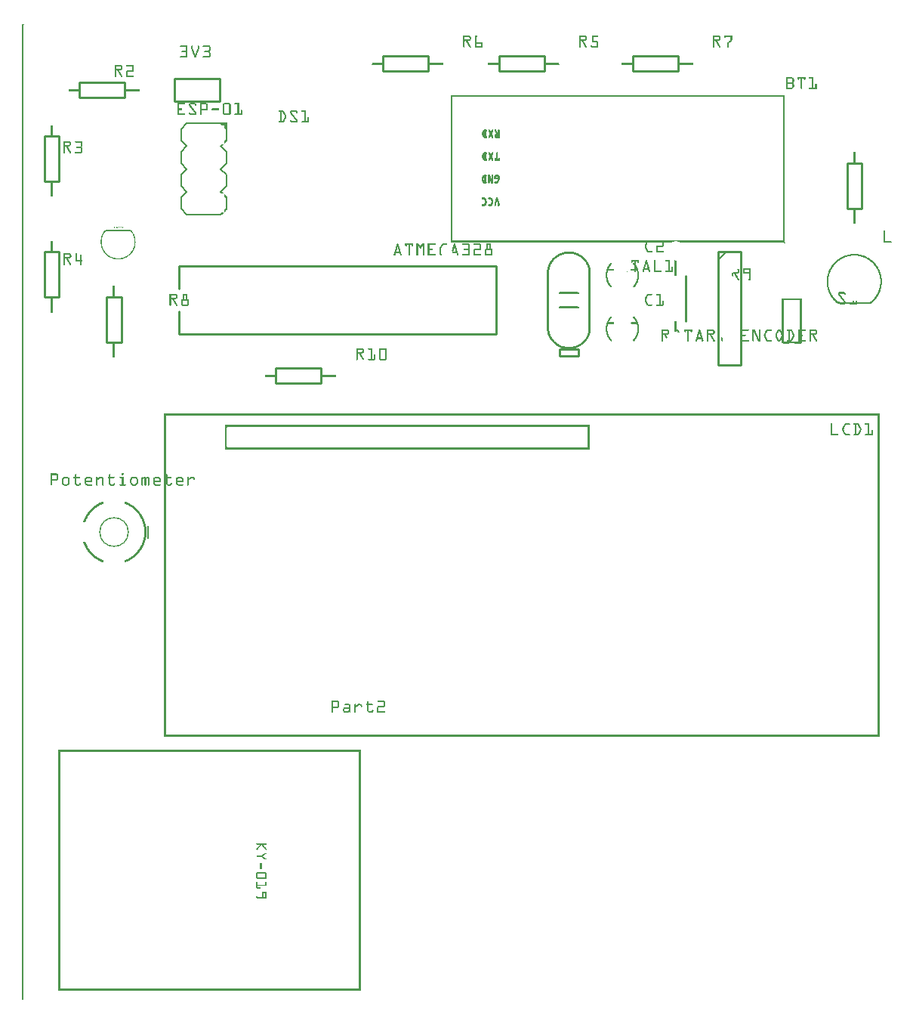
<source format=gto>
G04 MADE WITH FRITZING*
G04 WWW.FRITZING.ORG*
G04 DOUBLE SIDED*
G04 HOLES PLATED*
G04 CONTOUR ON CENTER OF CONTOUR VECTOR*
%ASAXBY*%
%FSLAX23Y23*%
%MOIN*%
%OFA0B0*%
%SFA1.0B1.0*%
%ADD10C,0.130984X0.120984*%
%ADD11R,0.096457X0.038714X0.076772X0.019029*%
%ADD12C,0.009843*%
%ADD13C,0.005000*%
%ADD14C,0.010000*%
%ADD15C,0.008051*%
%ADD16C,0.007224*%
%ADD17R,0.001000X0.001000*%
%LNSILK1*%
G90*
G70*
G54D10*
X414Y2064D03*
G54D12*
X2379Y2869D02*
X2465Y2869D01*
X2465Y2840D01*
X2379Y2840D01*
X2379Y2869D01*
D02*
G54D13*
X564Y2052D02*
X564Y2091D01*
D02*
X564Y2076D02*
X564Y2036D01*
G54D14*
D02*
X1328Y2720D02*
X1128Y2720D01*
D02*
X1128Y2720D02*
X1128Y2786D01*
D02*
X1128Y2786D02*
X1328Y2786D01*
D02*
X1328Y2786D02*
X1328Y2720D01*
D02*
X2937Y3195D02*
X2937Y2995D01*
D02*
X2937Y2995D02*
X2937Y2995D01*
D02*
X2937Y2995D02*
X2937Y3195D01*
D02*
X2937Y3195D02*
X2937Y3195D01*
D02*
X700Y2936D02*
X2100Y2936D01*
D02*
X2100Y2936D02*
X2100Y3236D01*
D02*
X2100Y3236D02*
X700Y3236D01*
D02*
X700Y2936D02*
X700Y3036D01*
D02*
X700Y3136D02*
X700Y3236D01*
D02*
X3081Y3300D02*
X3081Y2800D01*
D02*
X3081Y2800D02*
X3181Y2800D01*
D02*
X3181Y2800D02*
X3181Y3300D01*
D02*
X3181Y3300D02*
X3081Y3300D01*
G54D13*
D02*
X3081Y3265D02*
X3116Y3300D01*
G54D14*
D02*
X381Y2902D02*
X381Y3102D01*
D02*
X381Y3102D02*
X447Y3102D01*
D02*
X447Y3102D02*
X447Y2902D01*
D02*
X447Y2902D02*
X381Y2902D01*
D02*
X679Y3963D02*
X879Y3963D01*
D02*
X879Y3963D02*
X879Y4063D01*
D02*
X879Y4063D02*
X679Y4063D01*
D02*
X679Y4063D02*
X679Y3963D01*
G54D15*
D02*
X735Y3867D02*
X710Y3841D01*
D02*
X710Y3791D02*
X735Y3766D01*
D02*
X735Y3766D02*
X710Y3741D01*
D02*
X710Y3690D02*
X735Y3665D01*
D02*
X735Y3665D02*
X710Y3640D01*
D02*
X710Y3590D02*
X735Y3565D01*
D02*
X735Y3867D02*
X885Y3867D01*
D02*
X910Y3841D02*
X910Y3791D01*
D02*
X885Y3766D02*
X910Y3741D01*
D02*
X910Y3741D02*
X910Y3690D01*
D02*
X910Y3690D02*
X885Y3665D01*
D02*
X885Y3665D02*
X910Y3640D01*
D02*
X910Y3640D02*
X910Y3590D01*
D02*
X910Y3590D02*
X885Y3565D01*
D02*
X710Y3640D02*
X710Y3590D01*
D02*
X710Y3741D02*
X710Y3690D01*
D02*
X710Y3841D02*
X710Y3791D01*
D02*
X710Y3489D02*
X735Y3464D01*
D02*
X910Y3540D02*
X910Y3489D01*
D02*
X885Y3464D02*
X735Y3464D01*
D02*
X710Y3540D02*
X710Y3489D01*
D02*
X735Y3565D02*
X710Y3540D01*
G54D16*
D02*
X3374Y3341D02*
X3374Y3341D01*
D02*
X3374Y3341D02*
X3374Y3341D01*
D02*
X3374Y3341D02*
X3374Y3341D01*
D02*
X3374Y3341D02*
X3374Y3341D01*
D02*
X3374Y3341D02*
X3374Y3341D01*
D02*
X3374Y3341D02*
X3374Y3341D01*
D02*
X3374Y3341D02*
X3374Y3341D01*
D02*
X3374Y3341D02*
X3374Y3341D01*
D02*
X3374Y3341D02*
X3374Y3341D01*
D02*
X3374Y3341D02*
X3374Y3341D01*
G54D14*
D02*
X2313Y4098D02*
X2113Y4098D01*
D02*
X2113Y4098D02*
X2113Y4164D01*
D02*
X2113Y4164D02*
X2313Y4164D01*
D02*
X2313Y4164D02*
X2313Y4098D01*
D02*
X1801Y4098D02*
X1601Y4098D01*
D02*
X1601Y4098D02*
X1601Y4164D01*
D02*
X1601Y4164D02*
X1801Y4164D01*
D02*
X1801Y4164D02*
X1801Y4098D01*
D02*
X2903Y4098D02*
X2703Y4098D01*
D02*
X2703Y4098D02*
X2703Y4164D01*
D02*
X2703Y4164D02*
X2903Y4164D01*
D02*
X2903Y4164D02*
X2903Y4098D01*
D02*
X106Y3099D02*
X106Y3299D01*
D02*
X106Y3299D02*
X172Y3299D01*
D02*
X172Y3299D02*
X172Y3099D01*
D02*
X172Y3099D02*
X106Y3099D01*
D02*
X106Y3610D02*
X106Y3810D01*
D02*
X106Y3810D02*
X172Y3810D01*
D02*
X172Y3810D02*
X172Y3610D01*
D02*
X172Y3610D02*
X106Y3610D01*
D02*
X462Y3980D02*
X262Y3980D01*
D02*
X262Y3980D02*
X262Y4046D01*
D02*
X262Y4046D02*
X462Y4046D01*
D02*
X462Y4046D02*
X462Y3980D01*
D02*
X3649Y3492D02*
X3649Y3692D01*
D02*
X3649Y3692D02*
X3715Y3692D01*
D02*
X3715Y3692D02*
X3715Y3492D01*
D02*
X3715Y3492D02*
X3649Y3492D01*
G54D13*
X376Y3393D02*
X488Y3393D01*
D02*
G54D17*
X7Y4302D02*
X15Y4302D01*
X7Y4301D02*
X14Y4301D01*
X7Y4300D02*
X14Y4300D01*
X7Y4299D02*
X14Y4299D01*
X7Y4298D02*
X14Y4298D01*
X7Y4297D02*
X14Y4297D01*
X7Y4296D02*
X14Y4296D01*
X7Y4295D02*
X14Y4295D01*
X7Y4294D02*
X14Y4294D01*
X7Y4293D02*
X14Y4293D01*
X7Y4292D02*
X14Y4292D01*
X7Y4291D02*
X14Y4291D01*
X7Y4290D02*
X14Y4290D01*
X7Y4289D02*
X14Y4289D01*
X7Y4288D02*
X14Y4288D01*
X7Y4287D02*
X14Y4287D01*
X7Y4286D02*
X14Y4286D01*
X7Y4285D02*
X14Y4285D01*
X7Y4284D02*
X14Y4284D01*
X7Y4283D02*
X14Y4283D01*
X7Y4282D02*
X14Y4282D01*
X7Y4281D02*
X14Y4281D01*
X7Y4280D02*
X14Y4280D01*
X7Y4279D02*
X14Y4279D01*
X7Y4278D02*
X14Y4278D01*
X7Y4277D02*
X14Y4277D01*
X7Y4276D02*
X14Y4276D01*
X7Y4275D02*
X14Y4275D01*
X7Y4274D02*
X14Y4274D01*
X7Y4273D02*
X14Y4273D01*
X7Y4272D02*
X14Y4272D01*
X7Y4271D02*
X14Y4271D01*
X7Y4270D02*
X14Y4270D01*
X7Y4269D02*
X14Y4269D01*
X7Y4268D02*
X14Y4268D01*
X7Y4267D02*
X14Y4267D01*
X7Y4266D02*
X14Y4266D01*
X7Y4265D02*
X14Y4265D01*
X7Y4264D02*
X14Y4264D01*
X7Y4263D02*
X14Y4263D01*
X7Y4262D02*
X14Y4262D01*
X7Y4261D02*
X14Y4261D01*
X7Y4260D02*
X14Y4260D01*
X7Y4259D02*
X14Y4259D01*
X7Y4258D02*
X14Y4258D01*
X7Y4257D02*
X14Y4257D01*
X7Y4256D02*
X14Y4256D01*
X7Y4255D02*
X14Y4255D01*
X7Y4254D02*
X14Y4254D01*
X7Y4253D02*
X14Y4253D01*
X1955Y4253D02*
X1982Y4253D01*
X2007Y4253D02*
X2014Y4253D01*
X2467Y4253D02*
X2494Y4253D01*
X2524Y4253D02*
X2550Y4253D01*
X3058Y4253D02*
X3085Y4253D01*
X3109Y4253D02*
X3142Y4253D01*
X7Y4252D02*
X14Y4252D01*
X1955Y4252D02*
X1984Y4252D01*
X2006Y4252D02*
X2015Y4252D01*
X2467Y4252D02*
X2496Y4252D01*
X2524Y4252D02*
X2551Y4252D01*
X3058Y4252D02*
X3087Y4252D01*
X3108Y4252D02*
X3142Y4252D01*
X7Y4251D02*
X14Y4251D01*
X1955Y4251D02*
X1986Y4251D01*
X2006Y4251D02*
X2015Y4251D01*
X2467Y4251D02*
X2497Y4251D01*
X2524Y4251D02*
X2551Y4251D01*
X3058Y4251D02*
X3088Y4251D01*
X3108Y4251D02*
X3142Y4251D01*
X7Y4250D02*
X14Y4250D01*
X1955Y4250D02*
X1986Y4250D01*
X2006Y4250D02*
X2015Y4250D01*
X2467Y4250D02*
X2498Y4250D01*
X2524Y4250D02*
X2551Y4250D01*
X3058Y4250D02*
X3089Y4250D01*
X3108Y4250D02*
X3142Y4250D01*
X7Y4249D02*
X14Y4249D01*
X1955Y4249D02*
X1987Y4249D01*
X2006Y4249D02*
X2015Y4249D01*
X2467Y4249D02*
X2499Y4249D01*
X2524Y4249D02*
X2551Y4249D01*
X3058Y4249D02*
X3090Y4249D01*
X3108Y4249D02*
X3142Y4249D01*
X7Y4248D02*
X14Y4248D01*
X1955Y4248D02*
X1988Y4248D01*
X2006Y4248D02*
X2014Y4248D01*
X2467Y4248D02*
X2500Y4248D01*
X2524Y4248D02*
X2550Y4248D01*
X3058Y4248D02*
X3090Y4248D01*
X3108Y4248D02*
X3142Y4248D01*
X7Y4247D02*
X14Y4247D01*
X1955Y4247D02*
X1988Y4247D01*
X2006Y4247D02*
X2013Y4247D01*
X2467Y4247D02*
X2500Y4247D01*
X2524Y4247D02*
X2549Y4247D01*
X3058Y4247D02*
X3091Y4247D01*
X3108Y4247D02*
X3142Y4247D01*
X7Y4246D02*
X14Y4246D01*
X1955Y4246D02*
X1961Y4246D01*
X1982Y4246D02*
X1989Y4246D01*
X2006Y4246D02*
X2012Y4246D01*
X2467Y4246D02*
X2473Y4246D01*
X2493Y4246D02*
X2500Y4246D01*
X2524Y4246D02*
X2530Y4246D01*
X3058Y4246D02*
X3064Y4246D01*
X3084Y4246D02*
X3091Y4246D01*
X3108Y4246D02*
X3114Y4246D01*
X3135Y4246D02*
X3142Y4246D01*
X7Y4245D02*
X14Y4245D01*
X1955Y4245D02*
X1961Y4245D01*
X1982Y4245D02*
X1989Y4245D01*
X2006Y4245D02*
X2012Y4245D01*
X2467Y4245D02*
X2473Y4245D01*
X2494Y4245D02*
X2501Y4245D01*
X2524Y4245D02*
X2530Y4245D01*
X3058Y4245D02*
X3064Y4245D01*
X3085Y4245D02*
X3091Y4245D01*
X3109Y4245D02*
X3113Y4245D01*
X3135Y4245D02*
X3142Y4245D01*
X7Y4244D02*
X14Y4244D01*
X1955Y4244D02*
X1961Y4244D01*
X1983Y4244D02*
X1989Y4244D01*
X2006Y4244D02*
X2012Y4244D01*
X2467Y4244D02*
X2473Y4244D01*
X2495Y4244D02*
X2501Y4244D01*
X2524Y4244D02*
X2530Y4244D01*
X3058Y4244D02*
X3064Y4244D01*
X3085Y4244D02*
X3091Y4244D01*
X3110Y4244D02*
X3112Y4244D01*
X3135Y4244D02*
X3142Y4244D01*
X7Y4243D02*
X14Y4243D01*
X1955Y4243D02*
X1961Y4243D01*
X1983Y4243D02*
X1989Y4243D01*
X2006Y4243D02*
X2012Y4243D01*
X2467Y4243D02*
X2473Y4243D01*
X2495Y4243D02*
X2501Y4243D01*
X2524Y4243D02*
X2530Y4243D01*
X3058Y4243D02*
X3064Y4243D01*
X3085Y4243D02*
X3091Y4243D01*
X3135Y4243D02*
X3142Y4243D01*
X7Y4242D02*
X14Y4242D01*
X1955Y4242D02*
X1961Y4242D01*
X1983Y4242D02*
X1989Y4242D01*
X2006Y4242D02*
X2012Y4242D01*
X2467Y4242D02*
X2473Y4242D01*
X2495Y4242D02*
X2501Y4242D01*
X2524Y4242D02*
X2530Y4242D01*
X3058Y4242D02*
X3064Y4242D01*
X3085Y4242D02*
X3091Y4242D01*
X3135Y4242D02*
X3142Y4242D01*
X7Y4241D02*
X14Y4241D01*
X1955Y4241D02*
X1961Y4241D01*
X1983Y4241D02*
X1989Y4241D01*
X2006Y4241D02*
X2012Y4241D01*
X2467Y4241D02*
X2473Y4241D01*
X2495Y4241D02*
X2501Y4241D01*
X2524Y4241D02*
X2530Y4241D01*
X3058Y4241D02*
X3064Y4241D01*
X3085Y4241D02*
X3091Y4241D01*
X3135Y4241D02*
X3142Y4241D01*
X7Y4240D02*
X14Y4240D01*
X1955Y4240D02*
X1961Y4240D01*
X1983Y4240D02*
X1989Y4240D01*
X2006Y4240D02*
X2012Y4240D01*
X2467Y4240D02*
X2473Y4240D01*
X2495Y4240D02*
X2501Y4240D01*
X2524Y4240D02*
X2530Y4240D01*
X3058Y4240D02*
X3064Y4240D01*
X3085Y4240D02*
X3091Y4240D01*
X3135Y4240D02*
X3142Y4240D01*
X7Y4239D02*
X14Y4239D01*
X1955Y4239D02*
X1961Y4239D01*
X1983Y4239D02*
X1989Y4239D01*
X2006Y4239D02*
X2012Y4239D01*
X2467Y4239D02*
X2473Y4239D01*
X2495Y4239D02*
X2501Y4239D01*
X2524Y4239D02*
X2530Y4239D01*
X3058Y4239D02*
X3064Y4239D01*
X3085Y4239D02*
X3091Y4239D01*
X3135Y4239D02*
X3142Y4239D01*
X7Y4238D02*
X14Y4238D01*
X1955Y4238D02*
X1961Y4238D01*
X1983Y4238D02*
X1989Y4238D01*
X2006Y4238D02*
X2012Y4238D01*
X2467Y4238D02*
X2473Y4238D01*
X2494Y4238D02*
X2501Y4238D01*
X2524Y4238D02*
X2530Y4238D01*
X3058Y4238D02*
X3064Y4238D01*
X3085Y4238D02*
X3091Y4238D01*
X3135Y4238D02*
X3142Y4238D01*
X7Y4237D02*
X14Y4237D01*
X1955Y4237D02*
X1961Y4237D01*
X1982Y4237D02*
X1989Y4237D01*
X2006Y4237D02*
X2012Y4237D01*
X2467Y4237D02*
X2473Y4237D01*
X2494Y4237D02*
X2500Y4237D01*
X2524Y4237D02*
X2530Y4237D01*
X3058Y4237D02*
X3064Y4237D01*
X3084Y4237D02*
X3091Y4237D01*
X3135Y4237D02*
X3142Y4237D01*
X7Y4236D02*
X14Y4236D01*
X1955Y4236D02*
X1988Y4236D01*
X2006Y4236D02*
X2012Y4236D01*
X2467Y4236D02*
X2500Y4236D01*
X2524Y4236D02*
X2530Y4236D01*
X3058Y4236D02*
X3091Y4236D01*
X3135Y4236D02*
X3142Y4236D01*
X7Y4235D02*
X14Y4235D01*
X1955Y4235D02*
X1988Y4235D01*
X2006Y4235D02*
X2012Y4235D01*
X2467Y4235D02*
X2500Y4235D01*
X2524Y4235D02*
X2530Y4235D01*
X3058Y4235D02*
X3090Y4235D01*
X3135Y4235D02*
X3142Y4235D01*
X7Y4234D02*
X14Y4234D01*
X1955Y4234D02*
X1987Y4234D01*
X2006Y4234D02*
X2012Y4234D01*
X2467Y4234D02*
X2499Y4234D01*
X2524Y4234D02*
X2530Y4234D01*
X3058Y4234D02*
X3090Y4234D01*
X3135Y4234D02*
X3142Y4234D01*
X7Y4233D02*
X14Y4233D01*
X1955Y4233D02*
X1987Y4233D01*
X2006Y4233D02*
X2012Y4233D01*
X2467Y4233D02*
X2498Y4233D01*
X2524Y4233D02*
X2530Y4233D01*
X3058Y4233D02*
X3089Y4233D01*
X3134Y4233D02*
X3142Y4233D01*
X7Y4232D02*
X14Y4232D01*
X1955Y4232D02*
X1986Y4232D01*
X2006Y4232D02*
X2012Y4232D01*
X2467Y4232D02*
X2497Y4232D01*
X2524Y4232D02*
X2530Y4232D01*
X3058Y4232D02*
X3088Y4232D01*
X3133Y4232D02*
X3141Y4232D01*
X7Y4231D02*
X14Y4231D01*
X1955Y4231D02*
X1984Y4231D01*
X2006Y4231D02*
X2012Y4231D01*
X2467Y4231D02*
X2496Y4231D01*
X2524Y4231D02*
X2530Y4231D01*
X3058Y4231D02*
X3087Y4231D01*
X3132Y4231D02*
X3141Y4231D01*
X7Y4230D02*
X14Y4230D01*
X1955Y4230D02*
X1983Y4230D01*
X2006Y4230D02*
X2012Y4230D01*
X2467Y4230D02*
X2495Y4230D01*
X2524Y4230D02*
X2546Y4230D01*
X3058Y4230D02*
X3085Y4230D01*
X3131Y4230D02*
X3140Y4230D01*
X7Y4229D02*
X14Y4229D01*
X1955Y4229D02*
X1962Y4229D01*
X1967Y4229D02*
X1975Y4229D01*
X2006Y4229D02*
X2012Y4229D01*
X2467Y4229D02*
X2474Y4229D01*
X2479Y4229D02*
X2487Y4229D01*
X2524Y4229D02*
X2548Y4229D01*
X3058Y4229D02*
X3064Y4229D01*
X3069Y4229D02*
X3077Y4229D01*
X3129Y4229D02*
X3139Y4229D01*
X7Y4228D02*
X14Y4228D01*
X1955Y4228D02*
X1961Y4228D01*
X1968Y4228D02*
X1975Y4228D01*
X2006Y4228D02*
X2012Y4228D01*
X2467Y4228D02*
X2473Y4228D01*
X2480Y4228D02*
X2487Y4228D01*
X2524Y4228D02*
X2549Y4228D01*
X3058Y4228D02*
X3064Y4228D01*
X3070Y4228D02*
X3077Y4228D01*
X3128Y4228D02*
X3138Y4228D01*
X7Y4227D02*
X14Y4227D01*
X1955Y4227D02*
X1961Y4227D01*
X1968Y4227D02*
X1976Y4227D01*
X2006Y4227D02*
X2012Y4227D01*
X2467Y4227D02*
X2473Y4227D01*
X2480Y4227D02*
X2487Y4227D01*
X2524Y4227D02*
X2550Y4227D01*
X3058Y4227D02*
X3064Y4227D01*
X3071Y4227D02*
X3078Y4227D01*
X3127Y4227D02*
X3137Y4227D01*
X7Y4226D02*
X14Y4226D01*
X1955Y4226D02*
X1961Y4226D01*
X1969Y4226D02*
X1976Y4226D01*
X2006Y4226D02*
X2012Y4226D01*
X2467Y4226D02*
X2473Y4226D01*
X2481Y4226D02*
X2488Y4226D01*
X2524Y4226D02*
X2550Y4226D01*
X3058Y4226D02*
X3064Y4226D01*
X3071Y4226D02*
X3079Y4226D01*
X3126Y4226D02*
X3136Y4226D01*
X7Y4225D02*
X14Y4225D01*
X1955Y4225D02*
X1961Y4225D01*
X1970Y4225D02*
X1977Y4225D01*
X2006Y4225D02*
X2012Y4225D01*
X2467Y4225D02*
X2473Y4225D01*
X2481Y4225D02*
X2489Y4225D01*
X2524Y4225D02*
X2551Y4225D01*
X3058Y4225D02*
X3064Y4225D01*
X3072Y4225D02*
X3079Y4225D01*
X3125Y4225D02*
X3135Y4225D01*
X7Y4224D02*
X14Y4224D01*
X1955Y4224D02*
X1961Y4224D01*
X1970Y4224D02*
X1977Y4224D01*
X2006Y4224D02*
X2037Y4224D01*
X2467Y4224D02*
X2473Y4224D01*
X2482Y4224D02*
X2489Y4224D01*
X2524Y4224D02*
X2551Y4224D01*
X3058Y4224D02*
X3064Y4224D01*
X3072Y4224D02*
X3080Y4224D01*
X3124Y4224D02*
X3133Y4224D01*
X7Y4223D02*
X14Y4223D01*
X1955Y4223D02*
X1961Y4223D01*
X1971Y4223D02*
X1978Y4223D01*
X2006Y4223D02*
X2038Y4223D01*
X2467Y4223D02*
X2473Y4223D01*
X2483Y4223D02*
X2490Y4223D01*
X2545Y4223D02*
X2551Y4223D01*
X3058Y4223D02*
X3064Y4223D01*
X3073Y4223D02*
X3080Y4223D01*
X3122Y4223D02*
X3132Y4223D01*
X7Y4222D02*
X14Y4222D01*
X1955Y4222D02*
X1961Y4222D01*
X1971Y4222D02*
X1979Y4222D01*
X2006Y4222D02*
X2039Y4222D01*
X2467Y4222D02*
X2473Y4222D01*
X2483Y4222D02*
X2490Y4222D01*
X2545Y4222D02*
X2551Y4222D01*
X3058Y4222D02*
X3064Y4222D01*
X3074Y4222D02*
X3081Y4222D01*
X3122Y4222D02*
X3131Y4222D01*
X7Y4221D02*
X14Y4221D01*
X1955Y4221D02*
X1961Y4221D01*
X1972Y4221D02*
X1979Y4221D01*
X2006Y4221D02*
X2039Y4221D01*
X2467Y4221D02*
X2473Y4221D01*
X2484Y4221D02*
X2491Y4221D01*
X2545Y4221D02*
X2551Y4221D01*
X3058Y4221D02*
X3064Y4221D01*
X3074Y4221D02*
X3081Y4221D01*
X3122Y4221D02*
X3130Y4221D01*
X7Y4220D02*
X14Y4220D01*
X1955Y4220D02*
X1961Y4220D01*
X1973Y4220D02*
X1980Y4220D01*
X2006Y4220D02*
X2039Y4220D01*
X2467Y4220D02*
X2473Y4220D01*
X2484Y4220D02*
X2491Y4220D01*
X2545Y4220D02*
X2551Y4220D01*
X3058Y4220D02*
X3064Y4220D01*
X3075Y4220D02*
X3082Y4220D01*
X3122Y4220D02*
X3129Y4220D01*
X7Y4219D02*
X14Y4219D01*
X1955Y4219D02*
X1961Y4219D01*
X1973Y4219D02*
X1980Y4219D01*
X2006Y4219D02*
X2039Y4219D01*
X2467Y4219D02*
X2473Y4219D01*
X2485Y4219D02*
X2492Y4219D01*
X2545Y4219D02*
X2551Y4219D01*
X3058Y4219D02*
X3064Y4219D01*
X3075Y4219D02*
X3083Y4219D01*
X3122Y4219D02*
X3128Y4219D01*
X7Y4218D02*
X14Y4218D01*
X1955Y4218D02*
X1961Y4218D01*
X1974Y4218D02*
X1981Y4218D01*
X2006Y4218D02*
X2039Y4218D01*
X2467Y4218D02*
X2473Y4218D01*
X2485Y4218D02*
X2493Y4218D01*
X2545Y4218D02*
X2551Y4218D01*
X3058Y4218D02*
X3064Y4218D01*
X3076Y4218D02*
X3083Y4218D01*
X3122Y4218D02*
X3128Y4218D01*
X7Y4217D02*
X14Y4217D01*
X1955Y4217D02*
X1961Y4217D01*
X1974Y4217D02*
X1981Y4217D01*
X2006Y4217D02*
X2012Y4217D01*
X2033Y4217D02*
X2039Y4217D01*
X2467Y4217D02*
X2473Y4217D01*
X2486Y4217D02*
X2493Y4217D01*
X2545Y4217D02*
X2551Y4217D01*
X3058Y4217D02*
X3064Y4217D01*
X3077Y4217D02*
X3084Y4217D01*
X3122Y4217D02*
X3128Y4217D01*
X7Y4216D02*
X14Y4216D01*
X1955Y4216D02*
X1961Y4216D01*
X1975Y4216D02*
X1982Y4216D01*
X2006Y4216D02*
X2012Y4216D01*
X2033Y4216D02*
X2039Y4216D01*
X2467Y4216D02*
X2473Y4216D01*
X2487Y4216D02*
X2494Y4216D01*
X2545Y4216D02*
X2551Y4216D01*
X3058Y4216D02*
X3064Y4216D01*
X3077Y4216D02*
X3084Y4216D01*
X3122Y4216D02*
X3128Y4216D01*
X7Y4215D02*
X14Y4215D01*
X1955Y4215D02*
X1961Y4215D01*
X1975Y4215D02*
X1983Y4215D01*
X2006Y4215D02*
X2012Y4215D01*
X2033Y4215D02*
X2039Y4215D01*
X2467Y4215D02*
X2473Y4215D01*
X2487Y4215D02*
X2494Y4215D01*
X2545Y4215D02*
X2551Y4215D01*
X3058Y4215D02*
X3064Y4215D01*
X3078Y4215D02*
X3085Y4215D01*
X3122Y4215D02*
X3128Y4215D01*
X7Y4214D02*
X14Y4214D01*
X1955Y4214D02*
X1961Y4214D01*
X1976Y4214D02*
X1983Y4214D01*
X2006Y4214D02*
X2012Y4214D01*
X2033Y4214D02*
X2039Y4214D01*
X2467Y4214D02*
X2473Y4214D01*
X2488Y4214D02*
X2495Y4214D01*
X2545Y4214D02*
X2551Y4214D01*
X3058Y4214D02*
X3064Y4214D01*
X3078Y4214D02*
X3085Y4214D01*
X3122Y4214D02*
X3128Y4214D01*
X7Y4213D02*
X14Y4213D01*
X1955Y4213D02*
X1961Y4213D01*
X1977Y4213D02*
X1984Y4213D01*
X2006Y4213D02*
X2012Y4213D01*
X2033Y4213D02*
X2039Y4213D01*
X2467Y4213D02*
X2473Y4213D01*
X2488Y4213D02*
X2496Y4213D01*
X2545Y4213D02*
X2551Y4213D01*
X3058Y4213D02*
X3064Y4213D01*
X3079Y4213D02*
X3086Y4213D01*
X3122Y4213D02*
X3128Y4213D01*
X7Y4212D02*
X14Y4212D01*
X1955Y4212D02*
X1961Y4212D01*
X1977Y4212D02*
X1984Y4212D01*
X2006Y4212D02*
X2012Y4212D01*
X2033Y4212D02*
X2039Y4212D01*
X2467Y4212D02*
X2473Y4212D01*
X2489Y4212D02*
X2496Y4212D01*
X2545Y4212D02*
X2551Y4212D01*
X3058Y4212D02*
X3064Y4212D01*
X3079Y4212D02*
X3087Y4212D01*
X3122Y4212D02*
X3128Y4212D01*
X7Y4211D02*
X14Y4211D01*
X1955Y4211D02*
X1961Y4211D01*
X1978Y4211D02*
X1985Y4211D01*
X2006Y4211D02*
X2012Y4211D01*
X2033Y4211D02*
X2039Y4211D01*
X2467Y4211D02*
X2473Y4211D01*
X2490Y4211D02*
X2497Y4211D01*
X2545Y4211D02*
X2551Y4211D01*
X3058Y4211D02*
X3064Y4211D01*
X3080Y4211D02*
X3087Y4211D01*
X3122Y4211D02*
X3128Y4211D01*
X7Y4210D02*
X14Y4210D01*
X707Y4210D02*
X733Y4210D01*
X757Y4210D02*
X759Y4210D01*
X785Y4210D02*
X786Y4210D01*
X807Y4210D02*
X834Y4210D01*
X1955Y4210D02*
X1961Y4210D01*
X1978Y4210D02*
X1986Y4210D01*
X2006Y4210D02*
X2012Y4210D01*
X2033Y4210D02*
X2039Y4210D01*
X2467Y4210D02*
X2473Y4210D01*
X2490Y4210D02*
X2497Y4210D01*
X2545Y4210D02*
X2551Y4210D01*
X3058Y4210D02*
X3064Y4210D01*
X3081Y4210D02*
X3088Y4210D01*
X3122Y4210D02*
X3128Y4210D01*
X7Y4209D02*
X14Y4209D01*
X706Y4209D02*
X735Y4209D01*
X756Y4209D02*
X760Y4209D01*
X783Y4209D02*
X788Y4209D01*
X806Y4209D02*
X836Y4209D01*
X1955Y4209D02*
X1961Y4209D01*
X1979Y4209D02*
X1986Y4209D01*
X2006Y4209D02*
X2012Y4209D01*
X2033Y4209D02*
X2039Y4209D01*
X2467Y4209D02*
X2473Y4209D01*
X2491Y4209D02*
X2498Y4209D01*
X2519Y4209D02*
X2522Y4209D01*
X2545Y4209D02*
X2551Y4209D01*
X3058Y4209D02*
X3064Y4209D01*
X3081Y4209D02*
X3088Y4209D01*
X3122Y4209D02*
X3128Y4209D01*
X7Y4208D02*
X14Y4208D01*
X705Y4208D02*
X736Y4208D01*
X755Y4208D02*
X761Y4208D01*
X783Y4208D02*
X788Y4208D01*
X805Y4208D02*
X837Y4208D01*
X1955Y4208D02*
X1961Y4208D01*
X1980Y4208D02*
X1987Y4208D01*
X2006Y4208D02*
X2012Y4208D01*
X2033Y4208D02*
X2039Y4208D01*
X2467Y4208D02*
X2473Y4208D01*
X2491Y4208D02*
X2498Y4208D01*
X2518Y4208D02*
X2524Y4208D01*
X2545Y4208D02*
X2551Y4208D01*
X3058Y4208D02*
X3064Y4208D01*
X3082Y4208D02*
X3089Y4208D01*
X3122Y4208D02*
X3128Y4208D01*
X7Y4207D02*
X14Y4207D01*
X705Y4207D02*
X737Y4207D01*
X755Y4207D02*
X761Y4207D01*
X783Y4207D02*
X789Y4207D01*
X805Y4207D02*
X838Y4207D01*
X1955Y4207D02*
X1961Y4207D01*
X1980Y4207D02*
X1987Y4207D01*
X2006Y4207D02*
X2012Y4207D01*
X2033Y4207D02*
X2039Y4207D01*
X2467Y4207D02*
X2473Y4207D01*
X2492Y4207D02*
X2499Y4207D01*
X2518Y4207D02*
X2527Y4207D01*
X2545Y4207D02*
X2551Y4207D01*
X3058Y4207D02*
X3064Y4207D01*
X3082Y4207D02*
X3090Y4207D01*
X3122Y4207D02*
X3128Y4207D01*
X7Y4206D02*
X14Y4206D01*
X705Y4206D02*
X738Y4206D01*
X755Y4206D02*
X761Y4206D01*
X783Y4206D02*
X789Y4206D01*
X805Y4206D02*
X838Y4206D01*
X1955Y4206D02*
X1961Y4206D01*
X1981Y4206D02*
X1988Y4206D01*
X2006Y4206D02*
X2039Y4206D01*
X2467Y4206D02*
X2473Y4206D01*
X2492Y4206D02*
X2500Y4206D01*
X2517Y4206D02*
X2551Y4206D01*
X3058Y4206D02*
X3064Y4206D01*
X3083Y4206D02*
X3090Y4206D01*
X3122Y4206D02*
X3128Y4206D01*
X7Y4205D02*
X14Y4205D01*
X705Y4205D02*
X738Y4205D01*
X755Y4205D02*
X761Y4205D01*
X783Y4205D02*
X789Y4205D01*
X806Y4205D02*
X839Y4205D01*
X1955Y4205D02*
X1961Y4205D01*
X1981Y4205D02*
X1988Y4205D01*
X2006Y4205D02*
X2039Y4205D01*
X2467Y4205D02*
X2473Y4205D01*
X2493Y4205D02*
X2500Y4205D01*
X2518Y4205D02*
X2551Y4205D01*
X3058Y4205D02*
X3064Y4205D01*
X3084Y4205D02*
X3091Y4205D01*
X3122Y4205D02*
X3128Y4205D01*
X7Y4204D02*
X14Y4204D01*
X706Y4204D02*
X738Y4204D01*
X755Y4204D02*
X761Y4204D01*
X783Y4204D02*
X789Y4204D01*
X807Y4204D02*
X839Y4204D01*
X1955Y4204D02*
X1961Y4204D01*
X1982Y4204D02*
X1989Y4204D01*
X2006Y4204D02*
X2039Y4204D01*
X2467Y4204D02*
X2473Y4204D01*
X2494Y4204D02*
X2501Y4204D01*
X2518Y4204D02*
X2550Y4204D01*
X3058Y4204D02*
X3064Y4204D01*
X3084Y4204D02*
X3091Y4204D01*
X3122Y4204D02*
X3128Y4204D01*
X7Y4203D02*
X14Y4203D01*
X732Y4203D02*
X738Y4203D01*
X755Y4203D02*
X761Y4203D01*
X783Y4203D02*
X789Y4203D01*
X833Y4203D02*
X839Y4203D01*
X1955Y4203D02*
X1961Y4203D01*
X1982Y4203D02*
X1989Y4203D01*
X2006Y4203D02*
X2039Y4203D01*
X2467Y4203D02*
X2473Y4203D01*
X2494Y4203D02*
X2501Y4203D01*
X2519Y4203D02*
X2550Y4203D01*
X3058Y4203D02*
X3064Y4203D01*
X3085Y4203D02*
X3091Y4203D01*
X3122Y4203D02*
X3128Y4203D01*
X7Y4202D02*
X14Y4202D01*
X732Y4202D02*
X738Y4202D01*
X755Y4202D02*
X761Y4202D01*
X783Y4202D02*
X789Y4202D01*
X833Y4202D02*
X839Y4202D01*
X1956Y4202D02*
X1961Y4202D01*
X1983Y4202D02*
X1989Y4202D01*
X2006Y4202D02*
X2039Y4202D01*
X2467Y4202D02*
X2473Y4202D01*
X2495Y4202D02*
X2501Y4202D01*
X2521Y4202D02*
X2549Y4202D01*
X3058Y4202D02*
X3064Y4202D01*
X3085Y4202D02*
X3091Y4202D01*
X3122Y4202D02*
X3128Y4202D01*
X7Y4201D02*
X14Y4201D01*
X732Y4201D02*
X738Y4201D01*
X755Y4201D02*
X761Y4201D01*
X783Y4201D02*
X789Y4201D01*
X833Y4201D02*
X839Y4201D01*
X1956Y4201D02*
X1961Y4201D01*
X1984Y4201D02*
X1988Y4201D01*
X2006Y4201D02*
X2038Y4201D01*
X2468Y4201D02*
X2472Y4201D01*
X2495Y4201D02*
X2500Y4201D01*
X2523Y4201D02*
X2548Y4201D01*
X3058Y4201D02*
X3063Y4201D01*
X3086Y4201D02*
X3091Y4201D01*
X3122Y4201D02*
X3127Y4201D01*
X7Y4200D02*
X14Y4200D01*
X732Y4200D02*
X738Y4200D01*
X755Y4200D02*
X761Y4200D01*
X783Y4200D02*
X789Y4200D01*
X833Y4200D02*
X839Y4200D01*
X1957Y4200D02*
X1960Y4200D01*
X1985Y4200D02*
X1987Y4200D01*
X2007Y4200D02*
X2037Y4200D01*
X2469Y4200D02*
X2471Y4200D01*
X2497Y4200D02*
X2499Y4200D01*
X2526Y4200D02*
X2546Y4200D01*
X3060Y4200D02*
X3062Y4200D01*
X3087Y4200D02*
X3089Y4200D01*
X3124Y4200D02*
X3126Y4200D01*
X7Y4199D02*
X14Y4199D01*
X732Y4199D02*
X738Y4199D01*
X755Y4199D02*
X761Y4199D01*
X783Y4199D02*
X789Y4199D01*
X833Y4199D02*
X839Y4199D01*
X7Y4198D02*
X14Y4198D01*
X732Y4198D02*
X738Y4198D01*
X755Y4198D02*
X761Y4198D01*
X783Y4198D02*
X789Y4198D01*
X833Y4198D02*
X839Y4198D01*
X7Y4197D02*
X14Y4197D01*
X732Y4197D02*
X738Y4197D01*
X755Y4197D02*
X761Y4197D01*
X783Y4197D02*
X789Y4197D01*
X833Y4197D02*
X839Y4197D01*
X7Y4196D02*
X14Y4196D01*
X732Y4196D02*
X738Y4196D01*
X755Y4196D02*
X761Y4196D01*
X783Y4196D02*
X789Y4196D01*
X833Y4196D02*
X839Y4196D01*
X7Y4195D02*
X14Y4195D01*
X732Y4195D02*
X738Y4195D01*
X755Y4195D02*
X761Y4195D01*
X782Y4195D02*
X789Y4195D01*
X833Y4195D02*
X839Y4195D01*
X7Y4194D02*
X14Y4194D01*
X732Y4194D02*
X738Y4194D01*
X755Y4194D02*
X762Y4194D01*
X782Y4194D02*
X788Y4194D01*
X833Y4194D02*
X839Y4194D01*
X7Y4193D02*
X14Y4193D01*
X732Y4193D02*
X738Y4193D01*
X755Y4193D02*
X762Y4193D01*
X782Y4193D02*
X788Y4193D01*
X833Y4193D02*
X839Y4193D01*
X7Y4192D02*
X14Y4192D01*
X732Y4192D02*
X738Y4192D01*
X756Y4192D02*
X762Y4192D01*
X781Y4192D02*
X788Y4192D01*
X833Y4192D02*
X839Y4192D01*
X7Y4191D02*
X14Y4191D01*
X732Y4191D02*
X738Y4191D01*
X756Y4191D02*
X763Y4191D01*
X781Y4191D02*
X787Y4191D01*
X833Y4191D02*
X839Y4191D01*
X7Y4190D02*
X14Y4190D01*
X732Y4190D02*
X738Y4190D01*
X757Y4190D02*
X763Y4190D01*
X780Y4190D02*
X787Y4190D01*
X833Y4190D02*
X839Y4190D01*
X7Y4189D02*
X14Y4189D01*
X732Y4189D02*
X738Y4189D01*
X757Y4189D02*
X764Y4189D01*
X780Y4189D02*
X786Y4189D01*
X832Y4189D02*
X839Y4189D01*
X7Y4188D02*
X14Y4188D01*
X731Y4188D02*
X738Y4188D01*
X757Y4188D02*
X764Y4188D01*
X780Y4188D02*
X786Y4188D01*
X832Y4188D02*
X839Y4188D01*
X7Y4187D02*
X14Y4187D01*
X730Y4187D02*
X738Y4187D01*
X758Y4187D02*
X764Y4187D01*
X779Y4187D02*
X786Y4187D01*
X830Y4187D02*
X838Y4187D01*
X7Y4186D02*
X14Y4186D01*
X713Y4186D02*
X737Y4186D01*
X758Y4186D02*
X765Y4186D01*
X779Y4186D02*
X785Y4186D01*
X813Y4186D02*
X838Y4186D01*
X7Y4185D02*
X14Y4185D01*
X712Y4185D02*
X737Y4185D01*
X759Y4185D02*
X765Y4185D01*
X778Y4185D02*
X785Y4185D01*
X813Y4185D02*
X837Y4185D01*
X7Y4184D02*
X14Y4184D01*
X712Y4184D02*
X736Y4184D01*
X759Y4184D02*
X766Y4184D01*
X778Y4184D02*
X785Y4184D01*
X812Y4184D02*
X837Y4184D01*
X7Y4183D02*
X14Y4183D01*
X712Y4183D02*
X736Y4183D01*
X759Y4183D02*
X766Y4183D01*
X778Y4183D02*
X784Y4183D01*
X812Y4183D02*
X836Y4183D01*
X7Y4182D02*
X14Y4182D01*
X712Y4182D02*
X737Y4182D01*
X760Y4182D02*
X766Y4182D01*
X777Y4182D02*
X784Y4182D01*
X812Y4182D02*
X837Y4182D01*
X7Y4181D02*
X14Y4181D01*
X712Y4181D02*
X737Y4181D01*
X760Y4181D02*
X767Y4181D01*
X777Y4181D02*
X783Y4181D01*
X813Y4181D02*
X838Y4181D01*
X7Y4180D02*
X14Y4180D01*
X714Y4180D02*
X738Y4180D01*
X761Y4180D02*
X767Y4180D01*
X776Y4180D02*
X783Y4180D01*
X814Y4180D02*
X838Y4180D01*
X7Y4179D02*
X14Y4179D01*
X731Y4179D02*
X738Y4179D01*
X761Y4179D02*
X768Y4179D01*
X776Y4179D02*
X783Y4179D01*
X831Y4179D02*
X838Y4179D01*
X7Y4178D02*
X14Y4178D01*
X732Y4178D02*
X738Y4178D01*
X761Y4178D02*
X768Y4178D01*
X776Y4178D02*
X782Y4178D01*
X832Y4178D02*
X839Y4178D01*
X7Y4177D02*
X14Y4177D01*
X732Y4177D02*
X738Y4177D01*
X762Y4177D02*
X768Y4177D01*
X775Y4177D02*
X782Y4177D01*
X833Y4177D02*
X839Y4177D01*
X7Y4176D02*
X14Y4176D01*
X732Y4176D02*
X738Y4176D01*
X762Y4176D02*
X769Y4176D01*
X775Y4176D02*
X781Y4176D01*
X833Y4176D02*
X839Y4176D01*
X7Y4175D02*
X14Y4175D01*
X732Y4175D02*
X738Y4175D01*
X762Y4175D02*
X769Y4175D01*
X774Y4175D02*
X781Y4175D01*
X833Y4175D02*
X839Y4175D01*
X7Y4174D02*
X14Y4174D01*
X732Y4174D02*
X738Y4174D01*
X763Y4174D02*
X769Y4174D01*
X774Y4174D02*
X781Y4174D01*
X833Y4174D02*
X839Y4174D01*
X7Y4173D02*
X14Y4173D01*
X732Y4173D02*
X738Y4173D01*
X763Y4173D02*
X770Y4173D01*
X774Y4173D02*
X780Y4173D01*
X833Y4173D02*
X839Y4173D01*
X7Y4172D02*
X14Y4172D01*
X732Y4172D02*
X738Y4172D01*
X764Y4172D02*
X770Y4172D01*
X773Y4172D02*
X780Y4172D01*
X833Y4172D02*
X839Y4172D01*
X7Y4171D02*
X14Y4171D01*
X732Y4171D02*
X738Y4171D01*
X764Y4171D02*
X771Y4171D01*
X773Y4171D02*
X779Y4171D01*
X833Y4171D02*
X839Y4171D01*
X7Y4170D02*
X14Y4170D01*
X732Y4170D02*
X738Y4170D01*
X764Y4170D02*
X779Y4170D01*
X833Y4170D02*
X839Y4170D01*
X7Y4169D02*
X14Y4169D01*
X732Y4169D02*
X738Y4169D01*
X765Y4169D02*
X779Y4169D01*
X833Y4169D02*
X839Y4169D01*
X7Y4168D02*
X14Y4168D01*
X732Y4168D02*
X738Y4168D01*
X765Y4168D02*
X778Y4168D01*
X833Y4168D02*
X839Y4168D01*
X7Y4167D02*
X14Y4167D01*
X732Y4167D02*
X738Y4167D01*
X766Y4167D02*
X778Y4167D01*
X833Y4167D02*
X839Y4167D01*
X7Y4166D02*
X14Y4166D01*
X732Y4166D02*
X738Y4166D01*
X766Y4166D02*
X778Y4166D01*
X833Y4166D02*
X839Y4166D01*
X7Y4165D02*
X14Y4165D01*
X732Y4165D02*
X738Y4165D01*
X766Y4165D02*
X777Y4165D01*
X833Y4165D02*
X839Y4165D01*
X7Y4164D02*
X14Y4164D01*
X732Y4164D02*
X738Y4164D01*
X767Y4164D02*
X777Y4164D01*
X833Y4164D02*
X839Y4164D01*
X7Y4163D02*
X14Y4163D01*
X707Y4163D02*
X738Y4163D01*
X767Y4163D02*
X776Y4163D01*
X808Y4163D02*
X839Y4163D01*
X7Y4162D02*
X14Y4162D01*
X706Y4162D02*
X738Y4162D01*
X768Y4162D02*
X776Y4162D01*
X806Y4162D02*
X839Y4162D01*
X7Y4161D02*
X14Y4161D01*
X705Y4161D02*
X738Y4161D01*
X768Y4161D02*
X776Y4161D01*
X805Y4161D02*
X838Y4161D01*
X7Y4160D02*
X14Y4160D01*
X705Y4160D02*
X738Y4160D01*
X768Y4160D02*
X775Y4160D01*
X805Y4160D02*
X838Y4160D01*
X7Y4159D02*
X14Y4159D01*
X705Y4159D02*
X737Y4159D01*
X769Y4159D02*
X775Y4159D01*
X805Y4159D02*
X837Y4159D01*
X7Y4158D02*
X14Y4158D01*
X705Y4158D02*
X736Y4158D01*
X769Y4158D02*
X774Y4158D01*
X806Y4158D02*
X836Y4158D01*
X7Y4157D02*
X14Y4157D01*
X706Y4157D02*
X735Y4157D01*
X770Y4157D02*
X774Y4157D01*
X806Y4157D02*
X835Y4157D01*
X7Y4156D02*
X14Y4156D01*
X7Y4155D02*
X14Y4155D01*
X7Y4154D02*
X14Y4154D01*
X7Y4153D02*
X14Y4153D01*
X7Y4152D02*
X14Y4152D01*
X7Y4151D02*
X14Y4151D01*
X7Y4150D02*
X14Y4150D01*
X7Y4149D02*
X14Y4149D01*
X7Y4148D02*
X14Y4148D01*
X7Y4147D02*
X14Y4147D01*
X7Y4146D02*
X14Y4146D01*
X7Y4145D02*
X14Y4145D01*
X7Y4144D02*
X14Y4144D01*
X7Y4143D02*
X14Y4143D01*
X7Y4142D02*
X14Y4142D01*
X7Y4141D02*
X14Y4141D01*
X7Y4140D02*
X14Y4140D01*
X7Y4139D02*
X14Y4139D01*
X7Y4138D02*
X14Y4138D01*
X7Y4137D02*
X14Y4137D01*
X7Y4136D02*
X14Y4136D01*
X7Y4135D02*
X14Y4135D01*
X1552Y4135D02*
X1600Y4135D01*
X1801Y4135D02*
X1867Y4135D01*
X2064Y4135D02*
X2111Y4135D01*
X2312Y4135D02*
X2379Y4135D01*
X2655Y4135D02*
X2702Y4135D01*
X2903Y4135D02*
X2969Y4135D01*
X7Y4134D02*
X14Y4134D01*
X1552Y4134D02*
X1600Y4134D01*
X1801Y4134D02*
X1867Y4134D01*
X2064Y4134D02*
X2111Y4134D01*
X2312Y4134D02*
X2379Y4134D01*
X2655Y4134D02*
X2702Y4134D01*
X2903Y4134D02*
X2969Y4134D01*
X7Y4133D02*
X14Y4133D01*
X1553Y4133D02*
X1600Y4133D01*
X1801Y4133D02*
X1867Y4133D01*
X2064Y4133D02*
X2111Y4133D01*
X2312Y4133D02*
X2378Y4133D01*
X2655Y4133D02*
X2702Y4133D01*
X2903Y4133D02*
X2969Y4133D01*
X7Y4132D02*
X14Y4132D01*
X1553Y4132D02*
X1600Y4132D01*
X1801Y4132D02*
X1867Y4132D01*
X2064Y4132D02*
X2111Y4132D01*
X2312Y4132D02*
X2378Y4132D01*
X2655Y4132D02*
X2702Y4132D01*
X2903Y4132D02*
X2969Y4132D01*
X7Y4131D02*
X14Y4131D01*
X1553Y4131D02*
X1600Y4131D01*
X1801Y4131D02*
X1867Y4131D01*
X2064Y4131D02*
X2111Y4131D01*
X2312Y4131D02*
X2378Y4131D01*
X2655Y4131D02*
X2702Y4131D01*
X2903Y4131D02*
X2969Y4131D01*
X7Y4130D02*
X14Y4130D01*
X1553Y4130D02*
X1600Y4130D01*
X1801Y4130D02*
X1867Y4130D01*
X2064Y4130D02*
X2111Y4130D01*
X2312Y4130D02*
X2378Y4130D01*
X2655Y4130D02*
X2702Y4130D01*
X2903Y4130D02*
X2969Y4130D01*
X7Y4129D02*
X14Y4129D01*
X1553Y4129D02*
X1600Y4129D01*
X1801Y4129D02*
X1867Y4129D01*
X2064Y4129D02*
X2111Y4129D01*
X2312Y4129D02*
X2378Y4129D01*
X2655Y4129D02*
X2702Y4129D01*
X2903Y4129D02*
X2969Y4129D01*
X7Y4128D02*
X14Y4128D01*
X1552Y4128D02*
X1600Y4128D01*
X1801Y4128D02*
X1867Y4128D01*
X2064Y4128D02*
X2111Y4128D01*
X2312Y4128D02*
X2378Y4128D01*
X2655Y4128D02*
X2702Y4128D01*
X2903Y4128D02*
X2969Y4128D01*
X7Y4127D02*
X14Y4127D01*
X1552Y4127D02*
X1600Y4127D01*
X1801Y4127D02*
X1867Y4127D01*
X2064Y4127D02*
X2111Y4127D01*
X2312Y4127D02*
X2379Y4127D01*
X2655Y4127D02*
X2702Y4127D01*
X2903Y4127D02*
X2969Y4127D01*
X7Y4126D02*
X14Y4126D01*
X1552Y4126D02*
X1599Y4126D01*
X1801Y4126D02*
X1867Y4126D01*
X2064Y4126D02*
X2111Y4126D01*
X2313Y4126D02*
X2379Y4126D01*
X2655Y4126D02*
X2702Y4126D01*
X2903Y4126D02*
X2969Y4126D01*
X7Y4125D02*
X14Y4125D01*
X7Y4124D02*
X14Y4124D01*
X418Y4124D02*
X442Y4124D01*
X470Y4124D02*
X495Y4124D01*
X7Y4123D02*
X14Y4123D01*
X418Y4123D02*
X445Y4123D01*
X469Y4123D02*
X498Y4123D01*
X7Y4122D02*
X14Y4122D01*
X418Y4122D02*
X447Y4122D01*
X468Y4122D02*
X499Y4122D01*
X7Y4121D02*
X14Y4121D01*
X418Y4121D02*
X448Y4121D01*
X468Y4121D02*
X500Y4121D01*
X7Y4120D02*
X14Y4120D01*
X418Y4120D02*
X449Y4120D01*
X468Y4120D02*
X501Y4120D01*
X7Y4119D02*
X14Y4119D01*
X418Y4119D02*
X450Y4119D01*
X468Y4119D02*
X501Y4119D01*
X7Y4118D02*
X14Y4118D01*
X418Y4118D02*
X450Y4118D01*
X469Y4118D02*
X501Y4118D01*
X7Y4117D02*
X14Y4117D01*
X418Y4117D02*
X424Y4117D01*
X442Y4117D02*
X451Y4117D01*
X495Y4117D02*
X501Y4117D01*
X7Y4116D02*
X14Y4116D01*
X418Y4116D02*
X424Y4116D01*
X444Y4116D02*
X451Y4116D01*
X495Y4116D02*
X501Y4116D01*
X7Y4115D02*
X14Y4115D01*
X418Y4115D02*
X424Y4115D01*
X445Y4115D02*
X451Y4115D01*
X495Y4115D02*
X501Y4115D01*
X7Y4114D02*
X14Y4114D01*
X418Y4114D02*
X424Y4114D01*
X445Y4114D02*
X451Y4114D01*
X495Y4114D02*
X501Y4114D01*
X7Y4113D02*
X14Y4113D01*
X418Y4113D02*
X424Y4113D01*
X445Y4113D02*
X451Y4113D01*
X495Y4113D02*
X501Y4113D01*
X7Y4112D02*
X14Y4112D01*
X418Y4112D02*
X424Y4112D01*
X445Y4112D02*
X451Y4112D01*
X495Y4112D02*
X501Y4112D01*
X7Y4111D02*
X14Y4111D01*
X418Y4111D02*
X424Y4111D01*
X445Y4111D02*
X451Y4111D01*
X495Y4111D02*
X501Y4111D01*
X7Y4110D02*
X14Y4110D01*
X418Y4110D02*
X424Y4110D01*
X445Y4110D02*
X451Y4110D01*
X495Y4110D02*
X501Y4110D01*
X7Y4109D02*
X14Y4109D01*
X418Y4109D02*
X424Y4109D01*
X445Y4109D02*
X451Y4109D01*
X495Y4109D02*
X501Y4109D01*
X7Y4108D02*
X14Y4108D01*
X418Y4108D02*
X424Y4108D01*
X444Y4108D02*
X451Y4108D01*
X495Y4108D02*
X501Y4108D01*
X7Y4107D02*
X14Y4107D01*
X418Y4107D02*
X424Y4107D01*
X443Y4107D02*
X451Y4107D01*
X495Y4107D02*
X501Y4107D01*
X7Y4106D02*
X14Y4106D01*
X418Y4106D02*
X450Y4106D01*
X495Y4106D02*
X501Y4106D01*
X7Y4105D02*
X14Y4105D01*
X418Y4105D02*
X450Y4105D01*
X495Y4105D02*
X501Y4105D01*
X7Y4104D02*
X14Y4104D01*
X418Y4104D02*
X449Y4104D01*
X495Y4104D02*
X501Y4104D01*
X7Y4103D02*
X14Y4103D01*
X418Y4103D02*
X448Y4103D01*
X495Y4103D02*
X501Y4103D01*
X7Y4102D02*
X14Y4102D01*
X418Y4102D02*
X447Y4102D01*
X495Y4102D02*
X501Y4102D01*
X7Y4101D02*
X14Y4101D01*
X418Y4101D02*
X446Y4101D01*
X495Y4101D02*
X501Y4101D01*
X7Y4100D02*
X14Y4100D01*
X418Y4100D02*
X444Y4100D01*
X472Y4100D02*
X501Y4100D01*
X7Y4099D02*
X14Y4099D01*
X418Y4099D02*
X424Y4099D01*
X429Y4099D02*
X437Y4099D01*
X470Y4099D02*
X501Y4099D01*
X7Y4098D02*
X14Y4098D01*
X418Y4098D02*
X424Y4098D01*
X430Y4098D02*
X437Y4098D01*
X469Y4098D02*
X501Y4098D01*
X7Y4097D02*
X14Y4097D01*
X418Y4097D02*
X424Y4097D01*
X431Y4097D02*
X438Y4097D01*
X469Y4097D02*
X500Y4097D01*
X7Y4096D02*
X14Y4096D01*
X418Y4096D02*
X424Y4096D01*
X431Y4096D02*
X438Y4096D01*
X468Y4096D02*
X500Y4096D01*
X7Y4095D02*
X14Y4095D01*
X418Y4095D02*
X424Y4095D01*
X432Y4095D02*
X439Y4095D01*
X468Y4095D02*
X498Y4095D01*
X7Y4094D02*
X14Y4094D01*
X418Y4094D02*
X424Y4094D01*
X432Y4094D02*
X440Y4094D01*
X468Y4094D02*
X497Y4094D01*
X7Y4093D02*
X14Y4093D01*
X418Y4093D02*
X424Y4093D01*
X433Y4093D02*
X440Y4093D01*
X468Y4093D02*
X474Y4093D01*
X7Y4092D02*
X14Y4092D01*
X418Y4092D02*
X424Y4092D01*
X434Y4092D02*
X441Y4092D01*
X468Y4092D02*
X474Y4092D01*
X7Y4091D02*
X14Y4091D01*
X418Y4091D02*
X424Y4091D01*
X434Y4091D02*
X441Y4091D01*
X468Y4091D02*
X474Y4091D01*
X7Y4090D02*
X14Y4090D01*
X418Y4090D02*
X424Y4090D01*
X435Y4090D02*
X442Y4090D01*
X468Y4090D02*
X474Y4090D01*
X7Y4089D02*
X14Y4089D01*
X418Y4089D02*
X424Y4089D01*
X435Y4089D02*
X443Y4089D01*
X468Y4089D02*
X474Y4089D01*
X7Y4088D02*
X14Y4088D01*
X418Y4088D02*
X424Y4088D01*
X436Y4088D02*
X443Y4088D01*
X468Y4088D02*
X474Y4088D01*
X7Y4087D02*
X14Y4087D01*
X418Y4087D02*
X424Y4087D01*
X437Y4087D02*
X444Y4087D01*
X468Y4087D02*
X474Y4087D01*
X7Y4086D02*
X14Y4086D01*
X418Y4086D02*
X424Y4086D01*
X437Y4086D02*
X444Y4086D01*
X468Y4086D02*
X474Y4086D01*
X7Y4085D02*
X14Y4085D01*
X418Y4085D02*
X424Y4085D01*
X438Y4085D02*
X445Y4085D01*
X468Y4085D02*
X474Y4085D01*
X7Y4084D02*
X14Y4084D01*
X418Y4084D02*
X424Y4084D01*
X438Y4084D02*
X445Y4084D01*
X468Y4084D02*
X474Y4084D01*
X7Y4083D02*
X14Y4083D01*
X418Y4083D02*
X424Y4083D01*
X439Y4083D02*
X446Y4083D01*
X468Y4083D02*
X474Y4083D01*
X7Y4082D02*
X14Y4082D01*
X418Y4082D02*
X424Y4082D01*
X439Y4082D02*
X447Y4082D01*
X468Y4082D02*
X474Y4082D01*
X7Y4081D02*
X14Y4081D01*
X418Y4081D02*
X424Y4081D01*
X440Y4081D02*
X447Y4081D01*
X468Y4081D02*
X474Y4081D01*
X7Y4080D02*
X14Y4080D01*
X418Y4080D02*
X424Y4080D01*
X441Y4080D02*
X448Y4080D01*
X468Y4080D02*
X474Y4080D01*
X7Y4079D02*
X14Y4079D01*
X418Y4079D02*
X424Y4079D01*
X441Y4079D02*
X448Y4079D01*
X468Y4079D02*
X474Y4079D01*
X7Y4078D02*
X14Y4078D01*
X418Y4078D02*
X424Y4078D01*
X442Y4078D02*
X449Y4078D01*
X468Y4078D02*
X474Y4078D01*
X7Y4077D02*
X14Y4077D01*
X418Y4077D02*
X424Y4077D01*
X442Y4077D02*
X450Y4077D01*
X468Y4077D02*
X474Y4077D01*
X7Y4076D02*
X14Y4076D01*
X418Y4076D02*
X424Y4076D01*
X443Y4076D02*
X450Y4076D01*
X468Y4076D02*
X500Y4076D01*
X7Y4075D02*
X14Y4075D01*
X418Y4075D02*
X424Y4075D01*
X444Y4075D02*
X451Y4075D01*
X468Y4075D02*
X501Y4075D01*
X7Y4074D02*
X14Y4074D01*
X418Y4074D02*
X424Y4074D01*
X444Y4074D02*
X451Y4074D01*
X468Y4074D02*
X501Y4074D01*
X7Y4073D02*
X14Y4073D01*
X418Y4073D02*
X423Y4073D01*
X445Y4073D02*
X451Y4073D01*
X468Y4073D02*
X501Y4073D01*
X7Y4072D02*
X14Y4072D01*
X418Y4072D02*
X423Y4072D01*
X445Y4072D02*
X451Y4072D01*
X468Y4072D02*
X501Y4072D01*
X7Y4071D02*
X14Y4071D01*
X419Y4071D02*
X422Y4071D01*
X446Y4071D02*
X450Y4071D01*
X468Y4071D02*
X500Y4071D01*
X3382Y4071D02*
X3403Y4071D01*
X3432Y4071D02*
X3465Y4071D01*
X3484Y4071D02*
X3501Y4071D01*
X7Y4070D02*
X14Y4070D01*
X420Y4070D02*
X421Y4070D01*
X448Y4070D02*
X448Y4070D01*
X468Y4070D02*
X498Y4070D01*
X3381Y4070D02*
X3406Y4070D01*
X3431Y4070D02*
X3465Y4070D01*
X3483Y4070D02*
X3501Y4070D01*
X7Y4069D02*
X14Y4069D01*
X3381Y4069D02*
X3408Y4069D01*
X3431Y4069D02*
X3465Y4069D01*
X3482Y4069D02*
X3501Y4069D01*
X7Y4068D02*
X14Y4068D01*
X3381Y4068D02*
X3410Y4068D01*
X3431Y4068D02*
X3465Y4068D01*
X3482Y4068D02*
X3501Y4068D01*
X7Y4067D02*
X14Y4067D01*
X3381Y4067D02*
X3411Y4067D01*
X3431Y4067D02*
X3465Y4067D01*
X3482Y4067D02*
X3501Y4067D01*
X7Y4066D02*
X14Y4066D01*
X3381Y4066D02*
X3412Y4066D01*
X3431Y4066D02*
X3465Y4066D01*
X3482Y4066D02*
X3501Y4066D01*
X7Y4065D02*
X14Y4065D01*
X3381Y4065D02*
X3412Y4065D01*
X3431Y4065D02*
X3465Y4065D01*
X3483Y4065D02*
X3501Y4065D01*
X7Y4064D02*
X14Y4064D01*
X3381Y4064D02*
X3388Y4064D01*
X3403Y4064D02*
X3413Y4064D01*
X3431Y4064D02*
X3438Y4064D01*
X3445Y4064D02*
X3452Y4064D01*
X3459Y4064D02*
X3465Y4064D01*
X3495Y4064D02*
X3501Y4064D01*
X7Y4063D02*
X14Y4063D01*
X3381Y4063D02*
X3387Y4063D01*
X3406Y4063D02*
X3414Y4063D01*
X3431Y4063D02*
X3438Y4063D01*
X3445Y4063D02*
X3451Y4063D01*
X3459Y4063D02*
X3465Y4063D01*
X3495Y4063D02*
X3501Y4063D01*
X7Y4062D02*
X14Y4062D01*
X3381Y4062D02*
X3387Y4062D01*
X3407Y4062D02*
X3414Y4062D01*
X3431Y4062D02*
X3438Y4062D01*
X3445Y4062D02*
X3451Y4062D01*
X3459Y4062D02*
X3465Y4062D01*
X3495Y4062D02*
X3501Y4062D01*
X7Y4061D02*
X14Y4061D01*
X3381Y4061D02*
X3387Y4061D01*
X3408Y4061D02*
X3414Y4061D01*
X3432Y4061D02*
X3437Y4061D01*
X3445Y4061D02*
X3451Y4061D01*
X3459Y4061D02*
X3465Y4061D01*
X3495Y4061D02*
X3501Y4061D01*
X7Y4060D02*
X14Y4060D01*
X3381Y4060D02*
X3387Y4060D01*
X3408Y4060D02*
X3415Y4060D01*
X3432Y4060D02*
X3437Y4060D01*
X3445Y4060D02*
X3451Y4060D01*
X3460Y4060D02*
X3465Y4060D01*
X3495Y4060D02*
X3501Y4060D01*
X7Y4059D02*
X14Y4059D01*
X3381Y4059D02*
X3387Y4059D01*
X3409Y4059D02*
X3415Y4059D01*
X3433Y4059D02*
X3436Y4059D01*
X3445Y4059D02*
X3451Y4059D01*
X3460Y4059D02*
X3464Y4059D01*
X3495Y4059D02*
X3501Y4059D01*
X7Y4058D02*
X14Y4058D01*
X3381Y4058D02*
X3387Y4058D01*
X3409Y4058D02*
X3415Y4058D01*
X3445Y4058D02*
X3451Y4058D01*
X3495Y4058D02*
X3501Y4058D01*
X7Y4057D02*
X14Y4057D01*
X3381Y4057D02*
X3387Y4057D01*
X3409Y4057D02*
X3415Y4057D01*
X3445Y4057D02*
X3451Y4057D01*
X3495Y4057D02*
X3501Y4057D01*
X7Y4056D02*
X14Y4056D01*
X3381Y4056D02*
X3387Y4056D01*
X3409Y4056D02*
X3415Y4056D01*
X3445Y4056D02*
X3451Y4056D01*
X3495Y4056D02*
X3501Y4056D01*
X7Y4055D02*
X14Y4055D01*
X3381Y4055D02*
X3387Y4055D01*
X3409Y4055D02*
X3415Y4055D01*
X3445Y4055D02*
X3451Y4055D01*
X3495Y4055D02*
X3501Y4055D01*
X7Y4054D02*
X14Y4054D01*
X3381Y4054D02*
X3387Y4054D01*
X3409Y4054D02*
X3415Y4054D01*
X3445Y4054D02*
X3451Y4054D01*
X3495Y4054D02*
X3501Y4054D01*
X7Y4053D02*
X14Y4053D01*
X3381Y4053D02*
X3387Y4053D01*
X3409Y4053D02*
X3415Y4053D01*
X3445Y4053D02*
X3451Y4053D01*
X3495Y4053D02*
X3501Y4053D01*
X7Y4052D02*
X14Y4052D01*
X3381Y4052D02*
X3387Y4052D01*
X3408Y4052D02*
X3415Y4052D01*
X3445Y4052D02*
X3451Y4052D01*
X3495Y4052D02*
X3501Y4052D01*
X7Y4051D02*
X14Y4051D01*
X3381Y4051D02*
X3387Y4051D01*
X3408Y4051D02*
X3414Y4051D01*
X3445Y4051D02*
X3451Y4051D01*
X3495Y4051D02*
X3501Y4051D01*
X7Y4050D02*
X14Y4050D01*
X3381Y4050D02*
X3387Y4050D01*
X3407Y4050D02*
X3414Y4050D01*
X3445Y4050D02*
X3451Y4050D01*
X3495Y4050D02*
X3501Y4050D01*
X7Y4049D02*
X14Y4049D01*
X3381Y4049D02*
X3387Y4049D01*
X3406Y4049D02*
X3414Y4049D01*
X3445Y4049D02*
X3451Y4049D01*
X3495Y4049D02*
X3501Y4049D01*
X7Y4048D02*
X14Y4048D01*
X3381Y4048D02*
X3387Y4048D01*
X3404Y4048D02*
X3413Y4048D01*
X3445Y4048D02*
X3451Y4048D01*
X3495Y4048D02*
X3501Y4048D01*
X7Y4047D02*
X14Y4047D01*
X3381Y4047D02*
X3413Y4047D01*
X3445Y4047D02*
X3451Y4047D01*
X3495Y4047D02*
X3501Y4047D01*
X7Y4046D02*
X14Y4046D01*
X3381Y4046D02*
X3412Y4046D01*
X3445Y4046D02*
X3451Y4046D01*
X3495Y4046D02*
X3501Y4046D01*
X7Y4045D02*
X14Y4045D01*
X3381Y4045D02*
X3411Y4045D01*
X3445Y4045D02*
X3451Y4045D01*
X3495Y4045D02*
X3501Y4045D01*
X7Y4044D02*
X14Y4044D01*
X3381Y4044D02*
X3410Y4044D01*
X3445Y4044D02*
X3451Y4044D01*
X3495Y4044D02*
X3501Y4044D01*
X7Y4043D02*
X14Y4043D01*
X3381Y4043D02*
X3411Y4043D01*
X3445Y4043D02*
X3451Y4043D01*
X3495Y4043D02*
X3501Y4043D01*
X7Y4042D02*
X14Y4042D01*
X3381Y4042D02*
X3412Y4042D01*
X3445Y4042D02*
X3451Y4042D01*
X3495Y4042D02*
X3501Y4042D01*
X7Y4041D02*
X14Y4041D01*
X3381Y4041D02*
X3413Y4041D01*
X3445Y4041D02*
X3451Y4041D01*
X3495Y4041D02*
X3501Y4041D01*
X3511Y4041D02*
X3514Y4041D01*
X7Y4040D02*
X14Y4040D01*
X3381Y4040D02*
X3387Y4040D01*
X3405Y4040D02*
X3413Y4040D01*
X3445Y4040D02*
X3451Y4040D01*
X3495Y4040D02*
X3501Y4040D01*
X3510Y4040D02*
X3515Y4040D01*
X7Y4039D02*
X14Y4039D01*
X3381Y4039D02*
X3387Y4039D01*
X3406Y4039D02*
X3414Y4039D01*
X3445Y4039D02*
X3451Y4039D01*
X3495Y4039D02*
X3501Y4039D01*
X3509Y4039D02*
X3515Y4039D01*
X7Y4038D02*
X14Y4038D01*
X3381Y4038D02*
X3387Y4038D01*
X3407Y4038D02*
X3414Y4038D01*
X3445Y4038D02*
X3451Y4038D01*
X3495Y4038D02*
X3501Y4038D01*
X3509Y4038D02*
X3515Y4038D01*
X7Y4037D02*
X14Y4037D01*
X3381Y4037D02*
X3387Y4037D01*
X3408Y4037D02*
X3414Y4037D01*
X3445Y4037D02*
X3451Y4037D01*
X3495Y4037D02*
X3501Y4037D01*
X3509Y4037D02*
X3515Y4037D01*
X7Y4036D02*
X14Y4036D01*
X3381Y4036D02*
X3387Y4036D01*
X3408Y4036D02*
X3415Y4036D01*
X3445Y4036D02*
X3451Y4036D01*
X3495Y4036D02*
X3501Y4036D01*
X3509Y4036D02*
X3515Y4036D01*
X7Y4035D02*
X14Y4035D01*
X3381Y4035D02*
X3387Y4035D01*
X3409Y4035D02*
X3415Y4035D01*
X3445Y4035D02*
X3451Y4035D01*
X3495Y4035D02*
X3501Y4035D01*
X3509Y4035D02*
X3515Y4035D01*
X7Y4034D02*
X14Y4034D01*
X3381Y4034D02*
X3387Y4034D01*
X3409Y4034D02*
X3415Y4034D01*
X3445Y4034D02*
X3451Y4034D01*
X3495Y4034D02*
X3501Y4034D01*
X3509Y4034D02*
X3515Y4034D01*
X7Y4033D02*
X14Y4033D01*
X3381Y4033D02*
X3387Y4033D01*
X3409Y4033D02*
X3415Y4033D01*
X3445Y4033D02*
X3451Y4033D01*
X3495Y4033D02*
X3501Y4033D01*
X3509Y4033D02*
X3515Y4033D01*
X7Y4032D02*
X14Y4032D01*
X3381Y4032D02*
X3387Y4032D01*
X3409Y4032D02*
X3415Y4032D01*
X3445Y4032D02*
X3451Y4032D01*
X3495Y4032D02*
X3501Y4032D01*
X3509Y4032D02*
X3515Y4032D01*
X7Y4031D02*
X14Y4031D01*
X3381Y4031D02*
X3387Y4031D01*
X3409Y4031D02*
X3415Y4031D01*
X3445Y4031D02*
X3451Y4031D01*
X3495Y4031D02*
X3501Y4031D01*
X3509Y4031D02*
X3515Y4031D01*
X7Y4030D02*
X14Y4030D01*
X3381Y4030D02*
X3387Y4030D01*
X3409Y4030D02*
X3415Y4030D01*
X3445Y4030D02*
X3451Y4030D01*
X3495Y4030D02*
X3501Y4030D01*
X3509Y4030D02*
X3515Y4030D01*
X7Y4029D02*
X14Y4029D01*
X3381Y4029D02*
X3387Y4029D01*
X3409Y4029D02*
X3415Y4029D01*
X3445Y4029D02*
X3451Y4029D01*
X3495Y4029D02*
X3501Y4029D01*
X3509Y4029D02*
X3515Y4029D01*
X7Y4028D02*
X14Y4028D01*
X3381Y4028D02*
X3387Y4028D01*
X3408Y4028D02*
X3415Y4028D01*
X3445Y4028D02*
X3451Y4028D01*
X3495Y4028D02*
X3501Y4028D01*
X3509Y4028D02*
X3515Y4028D01*
X7Y4027D02*
X14Y4027D01*
X3381Y4027D02*
X3387Y4027D01*
X3408Y4027D02*
X3414Y4027D01*
X3445Y4027D02*
X3451Y4027D01*
X3495Y4027D02*
X3501Y4027D01*
X3509Y4027D02*
X3515Y4027D01*
X7Y4026D02*
X14Y4026D01*
X3381Y4026D02*
X3387Y4026D01*
X3407Y4026D02*
X3414Y4026D01*
X3445Y4026D02*
X3451Y4026D01*
X3495Y4026D02*
X3501Y4026D01*
X3509Y4026D02*
X3515Y4026D01*
X7Y4025D02*
X14Y4025D01*
X3381Y4025D02*
X3387Y4025D01*
X3405Y4025D02*
X3413Y4025D01*
X3445Y4025D02*
X3451Y4025D01*
X3495Y4025D02*
X3501Y4025D01*
X3509Y4025D02*
X3515Y4025D01*
X7Y4024D02*
X14Y4024D01*
X3381Y4024D02*
X3413Y4024D01*
X3445Y4024D02*
X3451Y4024D01*
X3485Y4024D02*
X3515Y4024D01*
X7Y4023D02*
X14Y4023D01*
X3381Y4023D02*
X3412Y4023D01*
X3445Y4023D02*
X3451Y4023D01*
X3483Y4023D02*
X3515Y4023D01*
X7Y4022D02*
X14Y4022D01*
X3381Y4022D02*
X3411Y4022D01*
X3445Y4022D02*
X3451Y4022D01*
X3482Y4022D02*
X3515Y4022D01*
X7Y4021D02*
X14Y4021D01*
X3381Y4021D02*
X3411Y4021D01*
X3445Y4021D02*
X3451Y4021D01*
X3482Y4021D02*
X3515Y4021D01*
X7Y4020D02*
X14Y4020D01*
X3381Y4020D02*
X3409Y4020D01*
X3445Y4020D02*
X3451Y4020D01*
X3482Y4020D02*
X3515Y4020D01*
X7Y4019D02*
X14Y4019D01*
X3381Y4019D02*
X3408Y4019D01*
X3446Y4019D02*
X3451Y4019D01*
X3482Y4019D02*
X3515Y4019D01*
X7Y4018D02*
X14Y4018D01*
X3381Y4018D02*
X3406Y4018D01*
X3446Y4018D02*
X3450Y4018D01*
X3483Y4018D02*
X3514Y4018D01*
X7Y4017D02*
X14Y4017D01*
X214Y4017D02*
X261Y4017D01*
X462Y4017D02*
X528Y4017D01*
X3382Y4017D02*
X3401Y4017D01*
X3485Y4017D02*
X3512Y4017D01*
X7Y4016D02*
X14Y4016D01*
X214Y4016D02*
X261Y4016D01*
X462Y4016D02*
X528Y4016D01*
X7Y4015D02*
X14Y4015D01*
X214Y4015D02*
X261Y4015D01*
X462Y4015D02*
X528Y4015D01*
X7Y4014D02*
X14Y4014D01*
X214Y4014D02*
X261Y4014D01*
X462Y4014D02*
X528Y4014D01*
X7Y4013D02*
X14Y4013D01*
X214Y4013D02*
X261Y4013D01*
X462Y4013D02*
X528Y4013D01*
X7Y4012D02*
X14Y4012D01*
X214Y4012D02*
X261Y4012D01*
X462Y4012D02*
X528Y4012D01*
X7Y4011D02*
X14Y4011D01*
X214Y4011D02*
X261Y4011D01*
X462Y4011D02*
X528Y4011D01*
X7Y4010D02*
X14Y4010D01*
X214Y4010D02*
X261Y4010D01*
X462Y4010D02*
X528Y4010D01*
X7Y4009D02*
X14Y4009D01*
X214Y4009D02*
X261Y4009D01*
X462Y4009D02*
X528Y4009D01*
X7Y4008D02*
X14Y4008D01*
X214Y4008D02*
X261Y4008D01*
X462Y4008D02*
X528Y4008D01*
X7Y4007D02*
X14Y4007D01*
X7Y4006D02*
X14Y4006D01*
X7Y4005D02*
X14Y4005D01*
X7Y4004D02*
X14Y4004D01*
X7Y4003D02*
X14Y4003D01*
X7Y4002D02*
X14Y4002D01*
X7Y4001D02*
X14Y4001D01*
X7Y4000D02*
X14Y4000D01*
X7Y3999D02*
X14Y3999D01*
X680Y3999D02*
X680Y3999D01*
X7Y3998D02*
X14Y3998D01*
X679Y3998D02*
X681Y3998D01*
X7Y3997D02*
X14Y3997D01*
X678Y3997D02*
X682Y3997D01*
X7Y3996D02*
X14Y3996D01*
X678Y3996D02*
X683Y3996D01*
X7Y3995D02*
X14Y3995D01*
X678Y3995D02*
X684Y3995D01*
X7Y3994D02*
X14Y3994D01*
X679Y3994D02*
X684Y3994D01*
X7Y3993D02*
X14Y3993D01*
X680Y3993D02*
X684Y3993D01*
X7Y3992D02*
X14Y3992D01*
X681Y3992D02*
X684Y3992D01*
X7Y3991D02*
X14Y3991D01*
X682Y3991D02*
X684Y3991D01*
X1900Y3991D02*
X3372Y3991D01*
X7Y3990D02*
X14Y3990D01*
X683Y3990D02*
X684Y3990D01*
X1900Y3990D02*
X3372Y3990D01*
X7Y3989D02*
X14Y3989D01*
X684Y3989D02*
X684Y3989D01*
X1900Y3989D02*
X3372Y3989D01*
X7Y3988D02*
X14Y3988D01*
X1900Y3988D02*
X3372Y3988D01*
X7Y3987D02*
X14Y3987D01*
X1900Y3987D02*
X3372Y3987D01*
X7Y3986D02*
X14Y3986D01*
X1900Y3986D02*
X3372Y3986D01*
X7Y3985D02*
X14Y3985D01*
X1900Y3985D02*
X3372Y3985D01*
X7Y3984D02*
X14Y3984D01*
X1900Y3984D02*
X3372Y3984D01*
X7Y3983D02*
X14Y3983D01*
X1900Y3983D02*
X3372Y3983D01*
X7Y3982D02*
X14Y3982D01*
X1900Y3982D02*
X1906Y3982D01*
X3366Y3982D02*
X3372Y3982D01*
X7Y3981D02*
X14Y3981D01*
X1900Y3981D02*
X1906Y3981D01*
X3366Y3981D02*
X3372Y3981D01*
X7Y3980D02*
X14Y3980D01*
X1900Y3980D02*
X1906Y3980D01*
X3366Y3980D02*
X3372Y3980D01*
X7Y3979D02*
X14Y3979D01*
X1900Y3979D02*
X1906Y3979D01*
X3366Y3979D02*
X3372Y3979D01*
X7Y3978D02*
X14Y3978D01*
X1900Y3978D02*
X1906Y3978D01*
X3366Y3978D02*
X3372Y3978D01*
X7Y3977D02*
X14Y3977D01*
X1900Y3977D02*
X1906Y3977D01*
X3366Y3977D02*
X3372Y3977D01*
X7Y3976D02*
X14Y3976D01*
X1900Y3976D02*
X1906Y3976D01*
X3366Y3976D02*
X3372Y3976D01*
X7Y3975D02*
X14Y3975D01*
X1900Y3975D02*
X1906Y3975D01*
X3366Y3975D02*
X3372Y3975D01*
X7Y3974D02*
X14Y3974D01*
X1900Y3974D02*
X1906Y3974D01*
X3366Y3974D02*
X3372Y3974D01*
X7Y3973D02*
X14Y3973D01*
X1900Y3973D02*
X1906Y3973D01*
X3366Y3973D02*
X3372Y3973D01*
X7Y3972D02*
X14Y3972D01*
X1900Y3972D02*
X1906Y3972D01*
X3366Y3972D02*
X3372Y3972D01*
X7Y3971D02*
X14Y3971D01*
X1900Y3971D02*
X1906Y3971D01*
X3366Y3971D02*
X3372Y3971D01*
X7Y3970D02*
X14Y3970D01*
X1900Y3970D02*
X1906Y3970D01*
X3366Y3970D02*
X3372Y3970D01*
X7Y3969D02*
X14Y3969D01*
X1900Y3969D02*
X1906Y3969D01*
X3366Y3969D02*
X3372Y3969D01*
X7Y3968D02*
X14Y3968D01*
X705Y3968D02*
X711Y3968D01*
X1900Y3968D02*
X1906Y3968D01*
X3366Y3968D02*
X3372Y3968D01*
X7Y3967D02*
X14Y3967D01*
X706Y3967D02*
X712Y3967D01*
X1900Y3967D02*
X1906Y3967D01*
X3366Y3967D02*
X3372Y3967D01*
X7Y3966D02*
X14Y3966D01*
X707Y3966D02*
X713Y3966D01*
X1900Y3966D02*
X1906Y3966D01*
X3366Y3966D02*
X3372Y3966D01*
X7Y3965D02*
X14Y3965D01*
X708Y3965D02*
X714Y3965D01*
X1900Y3965D02*
X1906Y3965D01*
X3366Y3965D02*
X3372Y3965D01*
X7Y3964D02*
X14Y3964D01*
X709Y3964D02*
X714Y3964D01*
X1900Y3964D02*
X1906Y3964D01*
X3366Y3964D02*
X3372Y3964D01*
X7Y3963D02*
X14Y3963D01*
X710Y3963D02*
X713Y3963D01*
X1900Y3963D02*
X1906Y3963D01*
X3366Y3963D02*
X3372Y3963D01*
X7Y3962D02*
X14Y3962D01*
X711Y3962D02*
X712Y3962D01*
X1900Y3962D02*
X1906Y3962D01*
X3366Y3962D02*
X3372Y3962D01*
X7Y3961D02*
X14Y3961D01*
X1900Y3961D02*
X1906Y3961D01*
X3366Y3961D02*
X3372Y3961D01*
X7Y3960D02*
X14Y3960D01*
X1900Y3960D02*
X1906Y3960D01*
X3366Y3960D02*
X3372Y3960D01*
X7Y3959D02*
X14Y3959D01*
X1900Y3959D02*
X1906Y3959D01*
X3366Y3959D02*
X3372Y3959D01*
X7Y3958D02*
X14Y3958D01*
X1900Y3958D02*
X1906Y3958D01*
X3366Y3958D02*
X3372Y3958D01*
X7Y3957D02*
X14Y3957D01*
X1900Y3957D02*
X1906Y3957D01*
X3366Y3957D02*
X3372Y3957D01*
X7Y3956D02*
X14Y3956D01*
X694Y3956D02*
X726Y3956D01*
X750Y3956D02*
X771Y3956D01*
X795Y3956D02*
X820Y3956D01*
X900Y3956D02*
X923Y3956D01*
X947Y3956D02*
X965Y3956D01*
X1900Y3956D02*
X1906Y3956D01*
X3366Y3956D02*
X3372Y3956D01*
X7Y3955D02*
X14Y3955D01*
X694Y3955D02*
X727Y3955D01*
X748Y3955D02*
X773Y3955D01*
X795Y3955D02*
X823Y3955D01*
X898Y3955D02*
X925Y3955D01*
X946Y3955D02*
X965Y3955D01*
X1900Y3955D02*
X1906Y3955D01*
X3366Y3955D02*
X3372Y3955D01*
X7Y3954D02*
X14Y3954D01*
X694Y3954D02*
X727Y3954D01*
X747Y3954D02*
X775Y3954D01*
X795Y3954D02*
X824Y3954D01*
X897Y3954D02*
X927Y3954D01*
X945Y3954D02*
X965Y3954D01*
X1900Y3954D02*
X1906Y3954D01*
X3366Y3954D02*
X3372Y3954D01*
X7Y3953D02*
X14Y3953D01*
X694Y3953D02*
X728Y3953D01*
X746Y3953D02*
X776Y3953D01*
X795Y3953D02*
X825Y3953D01*
X896Y3953D02*
X927Y3953D01*
X945Y3953D02*
X965Y3953D01*
X1900Y3953D02*
X1906Y3953D01*
X3366Y3953D02*
X3372Y3953D01*
X7Y3952D02*
X14Y3952D01*
X694Y3952D02*
X728Y3952D01*
X745Y3952D02*
X776Y3952D01*
X795Y3952D02*
X826Y3952D01*
X895Y3952D02*
X928Y3952D01*
X945Y3952D02*
X965Y3952D01*
X1900Y3952D02*
X1906Y3952D01*
X3366Y3952D02*
X3372Y3952D01*
X7Y3951D02*
X14Y3951D01*
X694Y3951D02*
X727Y3951D01*
X745Y3951D02*
X777Y3951D01*
X795Y3951D02*
X827Y3951D01*
X895Y3951D02*
X928Y3951D01*
X946Y3951D02*
X965Y3951D01*
X1900Y3951D02*
X1906Y3951D01*
X3366Y3951D02*
X3372Y3951D01*
X7Y3950D02*
X14Y3950D01*
X694Y3950D02*
X726Y3950D01*
X744Y3950D02*
X777Y3950D01*
X795Y3950D02*
X827Y3950D01*
X895Y3950D02*
X928Y3950D01*
X947Y3950D02*
X965Y3950D01*
X1900Y3950D02*
X1906Y3950D01*
X3366Y3950D02*
X3372Y3950D01*
X7Y3949D02*
X14Y3949D01*
X694Y3949D02*
X700Y3949D01*
X744Y3949D02*
X751Y3949D01*
X771Y3949D02*
X778Y3949D01*
X795Y3949D02*
X801Y3949D01*
X820Y3949D02*
X828Y3949D01*
X895Y3949D02*
X901Y3949D01*
X922Y3949D02*
X929Y3949D01*
X959Y3949D02*
X965Y3949D01*
X1900Y3949D02*
X1906Y3949D01*
X3366Y3949D02*
X3372Y3949D01*
X7Y3948D02*
X14Y3948D01*
X694Y3948D02*
X700Y3948D01*
X744Y3948D02*
X750Y3948D01*
X772Y3948D02*
X778Y3948D01*
X795Y3948D02*
X801Y3948D01*
X821Y3948D02*
X828Y3948D01*
X895Y3948D02*
X901Y3948D01*
X922Y3948D02*
X929Y3948D01*
X959Y3948D02*
X965Y3948D01*
X1900Y3948D02*
X1906Y3948D01*
X3366Y3948D02*
X3372Y3948D01*
X7Y3947D02*
X14Y3947D01*
X694Y3947D02*
X700Y3947D01*
X744Y3947D02*
X751Y3947D01*
X772Y3947D02*
X778Y3947D01*
X795Y3947D02*
X801Y3947D01*
X822Y3947D02*
X828Y3947D01*
X895Y3947D02*
X901Y3947D01*
X922Y3947D02*
X929Y3947D01*
X959Y3947D02*
X965Y3947D01*
X1900Y3947D02*
X1906Y3947D01*
X3366Y3947D02*
X3372Y3947D01*
X7Y3946D02*
X14Y3946D01*
X694Y3946D02*
X700Y3946D01*
X745Y3946D02*
X752Y3946D01*
X772Y3946D02*
X778Y3946D01*
X795Y3946D02*
X801Y3946D01*
X822Y3946D02*
X828Y3946D01*
X895Y3946D02*
X901Y3946D01*
X922Y3946D02*
X929Y3946D01*
X959Y3946D02*
X965Y3946D01*
X1900Y3946D02*
X1906Y3946D01*
X3366Y3946D02*
X3372Y3946D01*
X7Y3945D02*
X14Y3945D01*
X694Y3945D02*
X700Y3945D01*
X745Y3945D02*
X753Y3945D01*
X772Y3945D02*
X777Y3945D01*
X795Y3945D02*
X801Y3945D01*
X822Y3945D02*
X828Y3945D01*
X895Y3945D02*
X901Y3945D01*
X922Y3945D02*
X929Y3945D01*
X959Y3945D02*
X965Y3945D01*
X1900Y3945D02*
X1906Y3945D01*
X3366Y3945D02*
X3372Y3945D01*
X7Y3944D02*
X14Y3944D01*
X694Y3944D02*
X700Y3944D01*
X746Y3944D02*
X754Y3944D01*
X773Y3944D02*
X776Y3944D01*
X795Y3944D02*
X801Y3944D01*
X822Y3944D02*
X828Y3944D01*
X895Y3944D02*
X901Y3944D01*
X922Y3944D02*
X929Y3944D01*
X959Y3944D02*
X965Y3944D01*
X1900Y3944D02*
X1906Y3944D01*
X3366Y3944D02*
X3372Y3944D01*
X7Y3943D02*
X14Y3943D01*
X694Y3943D02*
X700Y3943D01*
X746Y3943D02*
X754Y3943D01*
X795Y3943D02*
X801Y3943D01*
X822Y3943D02*
X828Y3943D01*
X895Y3943D02*
X901Y3943D01*
X922Y3943D02*
X929Y3943D01*
X959Y3943D02*
X965Y3943D01*
X1900Y3943D02*
X1906Y3943D01*
X3366Y3943D02*
X3372Y3943D01*
X7Y3942D02*
X14Y3942D01*
X694Y3942D02*
X700Y3942D01*
X747Y3942D02*
X755Y3942D01*
X795Y3942D02*
X801Y3942D01*
X822Y3942D02*
X828Y3942D01*
X895Y3942D02*
X901Y3942D01*
X922Y3942D02*
X929Y3942D01*
X959Y3942D02*
X965Y3942D01*
X1900Y3942D02*
X1906Y3942D01*
X3366Y3942D02*
X3372Y3942D01*
X7Y3941D02*
X14Y3941D01*
X694Y3941D02*
X700Y3941D01*
X748Y3941D02*
X756Y3941D01*
X795Y3941D02*
X801Y3941D01*
X822Y3941D02*
X828Y3941D01*
X895Y3941D02*
X901Y3941D01*
X922Y3941D02*
X929Y3941D01*
X959Y3941D02*
X965Y3941D01*
X1900Y3941D02*
X1906Y3941D01*
X3366Y3941D02*
X3372Y3941D01*
X7Y3940D02*
X14Y3940D01*
X694Y3940D02*
X700Y3940D01*
X749Y3940D02*
X757Y3940D01*
X795Y3940D02*
X801Y3940D01*
X822Y3940D02*
X828Y3940D01*
X895Y3940D02*
X901Y3940D01*
X922Y3940D02*
X929Y3940D01*
X959Y3940D02*
X965Y3940D01*
X1900Y3940D02*
X1906Y3940D01*
X3366Y3940D02*
X3372Y3940D01*
X7Y3939D02*
X14Y3939D01*
X694Y3939D02*
X700Y3939D01*
X749Y3939D02*
X757Y3939D01*
X795Y3939D02*
X801Y3939D01*
X822Y3939D02*
X828Y3939D01*
X895Y3939D02*
X901Y3939D01*
X922Y3939D02*
X929Y3939D01*
X959Y3939D02*
X965Y3939D01*
X1900Y3939D02*
X1906Y3939D01*
X3366Y3939D02*
X3372Y3939D01*
X7Y3938D02*
X14Y3938D01*
X694Y3938D02*
X700Y3938D01*
X750Y3938D02*
X758Y3938D01*
X795Y3938D02*
X801Y3938D01*
X822Y3938D02*
X828Y3938D01*
X895Y3938D02*
X901Y3938D01*
X922Y3938D02*
X929Y3938D01*
X959Y3938D02*
X965Y3938D01*
X1900Y3938D02*
X1906Y3938D01*
X3366Y3938D02*
X3372Y3938D01*
X7Y3937D02*
X14Y3937D01*
X694Y3937D02*
X700Y3937D01*
X751Y3937D02*
X759Y3937D01*
X795Y3937D02*
X801Y3937D01*
X822Y3937D02*
X828Y3937D01*
X895Y3937D02*
X901Y3937D01*
X922Y3937D02*
X929Y3937D01*
X959Y3937D02*
X965Y3937D01*
X1900Y3937D02*
X1906Y3937D01*
X3366Y3937D02*
X3372Y3937D01*
X7Y3936D02*
X14Y3936D01*
X694Y3936D02*
X700Y3936D01*
X752Y3936D02*
X760Y3936D01*
X795Y3936D02*
X801Y3936D01*
X822Y3936D02*
X828Y3936D01*
X895Y3936D02*
X901Y3936D01*
X922Y3936D02*
X929Y3936D01*
X959Y3936D02*
X965Y3936D01*
X1900Y3936D02*
X1906Y3936D01*
X3366Y3936D02*
X3372Y3936D01*
X7Y3935D02*
X14Y3935D01*
X694Y3935D02*
X700Y3935D01*
X753Y3935D02*
X761Y3935D01*
X795Y3935D02*
X801Y3935D01*
X822Y3935D02*
X828Y3935D01*
X895Y3935D02*
X901Y3935D01*
X922Y3935D02*
X929Y3935D01*
X959Y3935D02*
X965Y3935D01*
X1900Y3935D02*
X1906Y3935D01*
X3366Y3935D02*
X3372Y3935D01*
X7Y3934D02*
X14Y3934D01*
X694Y3934D02*
X700Y3934D01*
X753Y3934D02*
X761Y3934D01*
X795Y3934D02*
X801Y3934D01*
X822Y3934D02*
X828Y3934D01*
X895Y3934D02*
X901Y3934D01*
X922Y3934D02*
X929Y3934D01*
X959Y3934D02*
X965Y3934D01*
X1900Y3934D02*
X1906Y3934D01*
X3366Y3934D02*
X3372Y3934D01*
X7Y3933D02*
X14Y3933D01*
X694Y3933D02*
X700Y3933D01*
X754Y3933D02*
X762Y3933D01*
X795Y3933D02*
X801Y3933D01*
X822Y3933D02*
X828Y3933D01*
X895Y3933D02*
X901Y3933D01*
X922Y3933D02*
X929Y3933D01*
X959Y3933D02*
X965Y3933D01*
X1900Y3933D02*
X1906Y3933D01*
X3366Y3933D02*
X3372Y3933D01*
X7Y3932D02*
X14Y3932D01*
X694Y3932D02*
X713Y3932D01*
X755Y3932D02*
X763Y3932D01*
X795Y3932D02*
X801Y3932D01*
X822Y3932D02*
X828Y3932D01*
X846Y3932D02*
X877Y3932D01*
X895Y3932D02*
X901Y3932D01*
X922Y3932D02*
X929Y3932D01*
X959Y3932D02*
X965Y3932D01*
X1900Y3932D02*
X1906Y3932D01*
X3366Y3932D02*
X3372Y3932D01*
X7Y3931D02*
X14Y3931D01*
X694Y3931D02*
X713Y3931D01*
X756Y3931D02*
X764Y3931D01*
X795Y3931D02*
X801Y3931D01*
X821Y3931D02*
X828Y3931D01*
X845Y3931D02*
X878Y3931D01*
X895Y3931D02*
X901Y3931D01*
X922Y3931D02*
X929Y3931D01*
X959Y3931D02*
X965Y3931D01*
X1900Y3931D02*
X1906Y3931D01*
X3366Y3931D02*
X3372Y3931D01*
X7Y3930D02*
X14Y3930D01*
X694Y3930D02*
X714Y3930D01*
X756Y3930D02*
X764Y3930D01*
X795Y3930D02*
X801Y3930D01*
X820Y3930D02*
X828Y3930D01*
X845Y3930D02*
X878Y3930D01*
X895Y3930D02*
X901Y3930D01*
X922Y3930D02*
X929Y3930D01*
X959Y3930D02*
X965Y3930D01*
X1900Y3930D02*
X1906Y3930D01*
X3366Y3930D02*
X3372Y3930D01*
X7Y3929D02*
X14Y3929D01*
X694Y3929D02*
X714Y3929D01*
X757Y3929D02*
X765Y3929D01*
X795Y3929D02*
X827Y3929D01*
X845Y3929D02*
X878Y3929D01*
X895Y3929D02*
X901Y3929D01*
X922Y3929D02*
X929Y3929D01*
X959Y3929D02*
X965Y3929D01*
X1900Y3929D02*
X1906Y3929D01*
X3366Y3929D02*
X3372Y3929D01*
X7Y3928D02*
X14Y3928D01*
X694Y3928D02*
X714Y3928D01*
X758Y3928D02*
X766Y3928D01*
X795Y3928D02*
X827Y3928D01*
X845Y3928D02*
X878Y3928D01*
X895Y3928D02*
X901Y3928D01*
X922Y3928D02*
X929Y3928D01*
X959Y3928D02*
X965Y3928D01*
X1900Y3928D02*
X1906Y3928D01*
X3366Y3928D02*
X3372Y3928D01*
X7Y3927D02*
X14Y3927D01*
X694Y3927D02*
X713Y3927D01*
X759Y3927D02*
X767Y3927D01*
X795Y3927D02*
X826Y3927D01*
X845Y3927D02*
X878Y3927D01*
X895Y3927D02*
X901Y3927D01*
X922Y3927D02*
X929Y3927D01*
X959Y3927D02*
X965Y3927D01*
X1900Y3927D02*
X1906Y3927D01*
X3366Y3927D02*
X3372Y3927D01*
X7Y3926D02*
X14Y3926D01*
X694Y3926D02*
X712Y3926D01*
X759Y3926D02*
X767Y3926D01*
X795Y3926D02*
X825Y3926D01*
X845Y3926D02*
X878Y3926D01*
X895Y3926D02*
X901Y3926D01*
X922Y3926D02*
X929Y3926D01*
X959Y3926D02*
X965Y3926D01*
X974Y3926D02*
X977Y3926D01*
X1900Y3926D02*
X1906Y3926D01*
X3366Y3926D02*
X3372Y3926D01*
X7Y3925D02*
X14Y3925D01*
X694Y3925D02*
X700Y3925D01*
X760Y3925D02*
X768Y3925D01*
X795Y3925D02*
X824Y3925D01*
X845Y3925D02*
X878Y3925D01*
X895Y3925D02*
X901Y3925D01*
X922Y3925D02*
X929Y3925D01*
X959Y3925D02*
X965Y3925D01*
X973Y3925D02*
X978Y3925D01*
X1900Y3925D02*
X1906Y3925D01*
X3366Y3925D02*
X3372Y3925D01*
X7Y3924D02*
X14Y3924D01*
X694Y3924D02*
X700Y3924D01*
X761Y3924D02*
X769Y3924D01*
X795Y3924D02*
X822Y3924D01*
X846Y3924D02*
X877Y3924D01*
X895Y3924D02*
X901Y3924D01*
X922Y3924D02*
X929Y3924D01*
X959Y3924D02*
X965Y3924D01*
X973Y3924D02*
X979Y3924D01*
X1900Y3924D02*
X1906Y3924D01*
X3366Y3924D02*
X3372Y3924D01*
X7Y3923D02*
X14Y3923D01*
X694Y3923D02*
X700Y3923D01*
X762Y3923D02*
X770Y3923D01*
X795Y3923D02*
X820Y3923D01*
X847Y3923D02*
X876Y3923D01*
X895Y3923D02*
X901Y3923D01*
X922Y3923D02*
X929Y3923D01*
X959Y3923D02*
X965Y3923D01*
X973Y3923D02*
X979Y3923D01*
X1142Y3923D02*
X1158Y3923D01*
X1196Y3923D02*
X1217Y3923D01*
X1242Y3923D02*
X1260Y3923D01*
X1900Y3923D02*
X1906Y3923D01*
X3366Y3923D02*
X3372Y3923D01*
X7Y3922D02*
X14Y3922D01*
X694Y3922D02*
X700Y3922D01*
X763Y3922D02*
X771Y3922D01*
X795Y3922D02*
X801Y3922D01*
X895Y3922D02*
X901Y3922D01*
X922Y3922D02*
X929Y3922D01*
X959Y3922D02*
X965Y3922D01*
X973Y3922D02*
X979Y3922D01*
X1141Y3922D02*
X1161Y3922D01*
X1194Y3922D02*
X1219Y3922D01*
X1241Y3922D02*
X1260Y3922D01*
X1900Y3922D02*
X1906Y3922D01*
X3366Y3922D02*
X3372Y3922D01*
X7Y3921D02*
X14Y3921D01*
X694Y3921D02*
X700Y3921D01*
X763Y3921D02*
X771Y3921D01*
X795Y3921D02*
X801Y3921D01*
X895Y3921D02*
X901Y3921D01*
X922Y3921D02*
X929Y3921D01*
X959Y3921D02*
X965Y3921D01*
X973Y3921D02*
X979Y3921D01*
X1140Y3921D02*
X1162Y3921D01*
X1192Y3921D02*
X1221Y3921D01*
X1241Y3921D02*
X1260Y3921D01*
X1900Y3921D02*
X1906Y3921D01*
X3366Y3921D02*
X3372Y3921D01*
X7Y3920D02*
X14Y3920D01*
X694Y3920D02*
X700Y3920D01*
X764Y3920D02*
X772Y3920D01*
X795Y3920D02*
X801Y3920D01*
X895Y3920D02*
X901Y3920D01*
X922Y3920D02*
X929Y3920D01*
X959Y3920D02*
X965Y3920D01*
X973Y3920D02*
X979Y3920D01*
X1140Y3920D02*
X1163Y3920D01*
X1192Y3920D02*
X1222Y3920D01*
X1240Y3920D02*
X1260Y3920D01*
X1900Y3920D02*
X1906Y3920D01*
X3366Y3920D02*
X3372Y3920D01*
X7Y3919D02*
X14Y3919D01*
X694Y3919D02*
X700Y3919D01*
X765Y3919D02*
X773Y3919D01*
X795Y3919D02*
X801Y3919D01*
X895Y3919D02*
X901Y3919D01*
X922Y3919D02*
X929Y3919D01*
X959Y3919D02*
X965Y3919D01*
X973Y3919D02*
X979Y3919D01*
X1140Y3919D02*
X1164Y3919D01*
X1191Y3919D02*
X1222Y3919D01*
X1241Y3919D02*
X1260Y3919D01*
X1900Y3919D02*
X1906Y3919D01*
X3366Y3919D02*
X3372Y3919D01*
X7Y3918D02*
X14Y3918D01*
X694Y3918D02*
X700Y3918D01*
X766Y3918D02*
X774Y3918D01*
X795Y3918D02*
X801Y3918D01*
X895Y3918D02*
X901Y3918D01*
X922Y3918D02*
X929Y3918D01*
X959Y3918D02*
X965Y3918D01*
X973Y3918D02*
X979Y3918D01*
X1141Y3918D02*
X1165Y3918D01*
X1191Y3918D02*
X1223Y3918D01*
X1241Y3918D02*
X1260Y3918D01*
X1900Y3918D02*
X1906Y3918D01*
X3366Y3918D02*
X3372Y3918D01*
X7Y3917D02*
X14Y3917D01*
X694Y3917D02*
X700Y3917D01*
X766Y3917D02*
X774Y3917D01*
X795Y3917D02*
X801Y3917D01*
X895Y3917D02*
X901Y3917D01*
X922Y3917D02*
X929Y3917D01*
X959Y3917D02*
X965Y3917D01*
X973Y3917D02*
X979Y3917D01*
X1142Y3917D02*
X1165Y3917D01*
X1190Y3917D02*
X1223Y3917D01*
X1242Y3917D02*
X1260Y3917D01*
X1900Y3917D02*
X1906Y3917D01*
X3366Y3917D02*
X3372Y3917D01*
X7Y3916D02*
X14Y3916D01*
X694Y3916D02*
X700Y3916D01*
X767Y3916D02*
X775Y3916D01*
X795Y3916D02*
X801Y3916D01*
X895Y3916D02*
X901Y3916D01*
X922Y3916D02*
X929Y3916D01*
X959Y3916D02*
X965Y3916D01*
X973Y3916D02*
X979Y3916D01*
X1147Y3916D02*
X1153Y3916D01*
X1158Y3916D02*
X1166Y3916D01*
X1190Y3916D02*
X1196Y3916D01*
X1217Y3916D02*
X1224Y3916D01*
X1254Y3916D02*
X1260Y3916D01*
X1900Y3916D02*
X1906Y3916D01*
X3366Y3916D02*
X3372Y3916D01*
X7Y3915D02*
X14Y3915D01*
X694Y3915D02*
X700Y3915D01*
X747Y3915D02*
X747Y3915D01*
X768Y3915D02*
X776Y3915D01*
X795Y3915D02*
X801Y3915D01*
X895Y3915D02*
X901Y3915D01*
X922Y3915D02*
X929Y3915D01*
X959Y3915D02*
X965Y3915D01*
X973Y3915D02*
X979Y3915D01*
X1147Y3915D02*
X1153Y3915D01*
X1159Y3915D02*
X1166Y3915D01*
X1190Y3915D02*
X1196Y3915D01*
X1218Y3915D02*
X1224Y3915D01*
X1254Y3915D02*
X1260Y3915D01*
X1900Y3915D02*
X1906Y3915D01*
X3366Y3915D02*
X3372Y3915D01*
X7Y3914D02*
X14Y3914D01*
X694Y3914D02*
X700Y3914D01*
X745Y3914D02*
X749Y3914D01*
X769Y3914D02*
X777Y3914D01*
X795Y3914D02*
X801Y3914D01*
X895Y3914D02*
X901Y3914D01*
X922Y3914D02*
X929Y3914D01*
X959Y3914D02*
X965Y3914D01*
X973Y3914D02*
X979Y3914D01*
X1147Y3914D02*
X1153Y3914D01*
X1160Y3914D02*
X1167Y3914D01*
X1190Y3914D02*
X1197Y3914D01*
X1218Y3914D02*
X1224Y3914D01*
X1254Y3914D02*
X1260Y3914D01*
X1900Y3914D02*
X1906Y3914D01*
X3366Y3914D02*
X3372Y3914D01*
X7Y3913D02*
X14Y3913D01*
X694Y3913D02*
X700Y3913D01*
X745Y3913D02*
X750Y3913D01*
X770Y3913D02*
X777Y3913D01*
X795Y3913D02*
X801Y3913D01*
X895Y3913D02*
X901Y3913D01*
X922Y3913D02*
X929Y3913D01*
X959Y3913D02*
X965Y3913D01*
X973Y3913D02*
X979Y3913D01*
X1147Y3913D02*
X1153Y3913D01*
X1160Y3913D02*
X1167Y3913D01*
X1191Y3913D02*
X1198Y3913D01*
X1218Y3913D02*
X1224Y3913D01*
X1254Y3913D02*
X1260Y3913D01*
X1900Y3913D02*
X1906Y3913D01*
X3366Y3913D02*
X3372Y3913D01*
X7Y3912D02*
X14Y3912D01*
X694Y3912D02*
X700Y3912D01*
X744Y3912D02*
X750Y3912D01*
X770Y3912D02*
X778Y3912D01*
X795Y3912D02*
X801Y3912D01*
X895Y3912D02*
X901Y3912D01*
X922Y3912D02*
X929Y3912D01*
X959Y3912D02*
X965Y3912D01*
X973Y3912D02*
X979Y3912D01*
X1147Y3912D02*
X1153Y3912D01*
X1161Y3912D02*
X1168Y3912D01*
X1191Y3912D02*
X1199Y3912D01*
X1218Y3912D02*
X1223Y3912D01*
X1254Y3912D02*
X1260Y3912D01*
X1900Y3912D02*
X1906Y3912D01*
X3366Y3912D02*
X3372Y3912D01*
X7Y3911D02*
X14Y3911D01*
X694Y3911D02*
X700Y3911D01*
X744Y3911D02*
X750Y3911D01*
X771Y3911D02*
X778Y3911D01*
X795Y3911D02*
X801Y3911D01*
X895Y3911D02*
X901Y3911D01*
X922Y3911D02*
X929Y3911D01*
X959Y3911D02*
X965Y3911D01*
X973Y3911D02*
X979Y3911D01*
X1147Y3911D02*
X1153Y3911D01*
X1161Y3911D02*
X1168Y3911D01*
X1192Y3911D02*
X1200Y3911D01*
X1219Y3911D02*
X1222Y3911D01*
X1254Y3911D02*
X1260Y3911D01*
X1900Y3911D02*
X1906Y3911D01*
X3366Y3911D02*
X3372Y3911D01*
X7Y3910D02*
X14Y3910D01*
X694Y3910D02*
X700Y3910D01*
X744Y3910D02*
X751Y3910D01*
X772Y3910D02*
X778Y3910D01*
X795Y3910D02*
X801Y3910D01*
X895Y3910D02*
X901Y3910D01*
X922Y3910D02*
X929Y3910D01*
X959Y3910D02*
X965Y3910D01*
X973Y3910D02*
X979Y3910D01*
X1147Y3910D02*
X1153Y3910D01*
X1162Y3910D02*
X1169Y3910D01*
X1192Y3910D02*
X1200Y3910D01*
X1254Y3910D02*
X1260Y3910D01*
X1900Y3910D02*
X1906Y3910D01*
X3366Y3910D02*
X3372Y3910D01*
X7Y3909D02*
X14Y3909D01*
X694Y3909D02*
X725Y3909D01*
X745Y3909D02*
X778Y3909D01*
X795Y3909D02*
X801Y3909D01*
X895Y3909D02*
X929Y3909D01*
X948Y3909D02*
X979Y3909D01*
X1147Y3909D02*
X1153Y3909D01*
X1162Y3909D02*
X1169Y3909D01*
X1193Y3909D02*
X1201Y3909D01*
X1254Y3909D02*
X1260Y3909D01*
X1900Y3909D02*
X1906Y3909D01*
X3366Y3909D02*
X3372Y3909D01*
X7Y3908D02*
X14Y3908D01*
X694Y3908D02*
X727Y3908D01*
X745Y3908D02*
X778Y3908D01*
X795Y3908D02*
X801Y3908D01*
X895Y3908D02*
X928Y3908D01*
X946Y3908D02*
X979Y3908D01*
X1147Y3908D02*
X1153Y3908D01*
X1163Y3908D02*
X1170Y3908D01*
X1194Y3908D02*
X1202Y3908D01*
X1254Y3908D02*
X1260Y3908D01*
X1900Y3908D02*
X1906Y3908D01*
X3366Y3908D02*
X3372Y3908D01*
X7Y3907D02*
X14Y3907D01*
X694Y3907D02*
X727Y3907D01*
X745Y3907D02*
X777Y3907D01*
X795Y3907D02*
X801Y3907D01*
X895Y3907D02*
X928Y3907D01*
X945Y3907D02*
X979Y3907D01*
X1147Y3907D02*
X1153Y3907D01*
X1163Y3907D02*
X1170Y3907D01*
X1195Y3907D02*
X1203Y3907D01*
X1254Y3907D02*
X1260Y3907D01*
X1900Y3907D02*
X1906Y3907D01*
X3366Y3907D02*
X3372Y3907D01*
X7Y3906D02*
X14Y3906D01*
X694Y3906D02*
X728Y3906D01*
X746Y3906D02*
X777Y3906D01*
X795Y3906D02*
X801Y3906D01*
X896Y3906D02*
X928Y3906D01*
X945Y3906D02*
X979Y3906D01*
X1147Y3906D02*
X1153Y3906D01*
X1164Y3906D02*
X1171Y3906D01*
X1195Y3906D02*
X1203Y3906D01*
X1254Y3906D02*
X1260Y3906D01*
X1900Y3906D02*
X1906Y3906D01*
X3366Y3906D02*
X3372Y3906D01*
X7Y3905D02*
X14Y3905D01*
X694Y3905D02*
X728Y3905D01*
X747Y3905D02*
X776Y3905D01*
X795Y3905D02*
X800Y3905D01*
X896Y3905D02*
X927Y3905D01*
X945Y3905D02*
X979Y3905D01*
X1147Y3905D02*
X1153Y3905D01*
X1164Y3905D02*
X1171Y3905D01*
X1196Y3905D02*
X1204Y3905D01*
X1254Y3905D02*
X1260Y3905D01*
X1900Y3905D02*
X1906Y3905D01*
X3366Y3905D02*
X3372Y3905D01*
X7Y3904D02*
X14Y3904D01*
X694Y3904D02*
X727Y3904D01*
X748Y3904D02*
X775Y3904D01*
X795Y3904D02*
X800Y3904D01*
X897Y3904D02*
X926Y3904D01*
X946Y3904D02*
X978Y3904D01*
X1147Y3904D02*
X1153Y3904D01*
X1165Y3904D02*
X1172Y3904D01*
X1197Y3904D02*
X1205Y3904D01*
X1254Y3904D02*
X1260Y3904D01*
X1900Y3904D02*
X1906Y3904D01*
X3366Y3904D02*
X3372Y3904D01*
X7Y3903D02*
X14Y3903D01*
X694Y3903D02*
X726Y3903D01*
X750Y3903D02*
X774Y3903D01*
X796Y3903D02*
X799Y3903D01*
X899Y3903D02*
X925Y3903D01*
X946Y3903D02*
X977Y3903D01*
X1147Y3903D02*
X1153Y3903D01*
X1165Y3903D02*
X1172Y3903D01*
X1198Y3903D02*
X1206Y3903D01*
X1254Y3903D02*
X1260Y3903D01*
X1900Y3903D02*
X1906Y3903D01*
X3366Y3903D02*
X3372Y3903D01*
X7Y3902D02*
X14Y3902D01*
X1147Y3902D02*
X1153Y3902D01*
X1166Y3902D02*
X1173Y3902D01*
X1198Y3902D02*
X1206Y3902D01*
X1254Y3902D02*
X1260Y3902D01*
X1900Y3902D02*
X1906Y3902D01*
X3366Y3902D02*
X3372Y3902D01*
X7Y3901D02*
X14Y3901D01*
X1147Y3901D02*
X1153Y3901D01*
X1166Y3901D02*
X1173Y3901D01*
X1199Y3901D02*
X1207Y3901D01*
X1254Y3901D02*
X1260Y3901D01*
X1900Y3901D02*
X1906Y3901D01*
X3366Y3901D02*
X3372Y3901D01*
X7Y3900D02*
X14Y3900D01*
X1147Y3900D02*
X1153Y3900D01*
X1167Y3900D02*
X1173Y3900D01*
X1200Y3900D02*
X1208Y3900D01*
X1254Y3900D02*
X1260Y3900D01*
X1900Y3900D02*
X1906Y3900D01*
X3366Y3900D02*
X3372Y3900D01*
X7Y3899D02*
X14Y3899D01*
X1147Y3899D02*
X1153Y3899D01*
X1167Y3899D02*
X1173Y3899D01*
X1201Y3899D02*
X1209Y3899D01*
X1254Y3899D02*
X1260Y3899D01*
X1900Y3899D02*
X1906Y3899D01*
X3366Y3899D02*
X3372Y3899D01*
X7Y3898D02*
X14Y3898D01*
X1147Y3898D02*
X1153Y3898D01*
X1167Y3898D02*
X1174Y3898D01*
X1202Y3898D02*
X1210Y3898D01*
X1254Y3898D02*
X1260Y3898D01*
X1900Y3898D02*
X1906Y3898D01*
X3366Y3898D02*
X3372Y3898D01*
X7Y3897D02*
X14Y3897D01*
X1147Y3897D02*
X1153Y3897D01*
X1168Y3897D02*
X1174Y3897D01*
X1202Y3897D02*
X1210Y3897D01*
X1254Y3897D02*
X1260Y3897D01*
X1900Y3897D02*
X1906Y3897D01*
X3366Y3897D02*
X3372Y3897D01*
X7Y3896D02*
X14Y3896D01*
X1147Y3896D02*
X1153Y3896D01*
X1168Y3896D02*
X1174Y3896D01*
X1203Y3896D02*
X1211Y3896D01*
X1254Y3896D02*
X1260Y3896D01*
X1900Y3896D02*
X1906Y3896D01*
X3366Y3896D02*
X3372Y3896D01*
X7Y3895D02*
X14Y3895D01*
X1147Y3895D02*
X1153Y3895D01*
X1167Y3895D02*
X1174Y3895D01*
X1204Y3895D02*
X1212Y3895D01*
X1254Y3895D02*
X1260Y3895D01*
X1900Y3895D02*
X1906Y3895D01*
X3366Y3895D02*
X3372Y3895D01*
X7Y3894D02*
X14Y3894D01*
X1147Y3894D02*
X1153Y3894D01*
X1167Y3894D02*
X1173Y3894D01*
X1205Y3894D02*
X1213Y3894D01*
X1254Y3894D02*
X1260Y3894D01*
X1900Y3894D02*
X1906Y3894D01*
X3366Y3894D02*
X3372Y3894D01*
X7Y3893D02*
X14Y3893D01*
X1147Y3893D02*
X1153Y3893D01*
X1167Y3893D02*
X1173Y3893D01*
X1205Y3893D02*
X1213Y3893D01*
X1254Y3893D02*
X1260Y3893D01*
X1269Y3893D02*
X1273Y3893D01*
X1900Y3893D02*
X1906Y3893D01*
X3366Y3893D02*
X3372Y3893D01*
X7Y3892D02*
X14Y3892D01*
X1147Y3892D02*
X1153Y3892D01*
X1166Y3892D02*
X1173Y3892D01*
X1206Y3892D02*
X1214Y3892D01*
X1254Y3892D02*
X1260Y3892D01*
X1268Y3892D02*
X1274Y3892D01*
X1900Y3892D02*
X1906Y3892D01*
X3366Y3892D02*
X3372Y3892D01*
X7Y3891D02*
X14Y3891D01*
X1147Y3891D02*
X1153Y3891D01*
X1166Y3891D02*
X1173Y3891D01*
X1207Y3891D02*
X1215Y3891D01*
X1254Y3891D02*
X1260Y3891D01*
X1268Y3891D02*
X1274Y3891D01*
X1900Y3891D02*
X1906Y3891D01*
X3366Y3891D02*
X3372Y3891D01*
X7Y3890D02*
X14Y3890D01*
X1147Y3890D02*
X1153Y3890D01*
X1165Y3890D02*
X1172Y3890D01*
X1208Y3890D02*
X1216Y3890D01*
X1254Y3890D02*
X1260Y3890D01*
X1268Y3890D02*
X1274Y3890D01*
X1900Y3890D02*
X1906Y3890D01*
X3366Y3890D02*
X3372Y3890D01*
X7Y3889D02*
X14Y3889D01*
X1147Y3889D02*
X1153Y3889D01*
X1165Y3889D02*
X1172Y3889D01*
X1209Y3889D02*
X1217Y3889D01*
X1254Y3889D02*
X1260Y3889D01*
X1268Y3889D02*
X1274Y3889D01*
X1900Y3889D02*
X1906Y3889D01*
X3366Y3889D02*
X3372Y3889D01*
X7Y3888D02*
X14Y3888D01*
X1147Y3888D02*
X1153Y3888D01*
X1164Y3888D02*
X1171Y3888D01*
X1209Y3888D02*
X1217Y3888D01*
X1254Y3888D02*
X1260Y3888D01*
X1268Y3888D02*
X1274Y3888D01*
X1900Y3888D02*
X1906Y3888D01*
X3366Y3888D02*
X3372Y3888D01*
X7Y3887D02*
X14Y3887D01*
X1147Y3887D02*
X1153Y3887D01*
X1164Y3887D02*
X1171Y3887D01*
X1210Y3887D02*
X1218Y3887D01*
X1254Y3887D02*
X1260Y3887D01*
X1268Y3887D02*
X1274Y3887D01*
X1900Y3887D02*
X1906Y3887D01*
X3366Y3887D02*
X3372Y3887D01*
X7Y3886D02*
X14Y3886D01*
X1147Y3886D02*
X1153Y3886D01*
X1163Y3886D02*
X1170Y3886D01*
X1211Y3886D02*
X1219Y3886D01*
X1254Y3886D02*
X1260Y3886D01*
X1268Y3886D02*
X1274Y3886D01*
X1900Y3886D02*
X1906Y3886D01*
X3366Y3886D02*
X3372Y3886D01*
X7Y3885D02*
X14Y3885D01*
X1147Y3885D02*
X1153Y3885D01*
X1163Y3885D02*
X1170Y3885D01*
X1212Y3885D02*
X1220Y3885D01*
X1254Y3885D02*
X1260Y3885D01*
X1268Y3885D02*
X1274Y3885D01*
X1900Y3885D02*
X1906Y3885D01*
X3366Y3885D02*
X3372Y3885D01*
X7Y3884D02*
X14Y3884D01*
X1147Y3884D02*
X1153Y3884D01*
X1162Y3884D02*
X1169Y3884D01*
X1212Y3884D02*
X1220Y3884D01*
X1254Y3884D02*
X1260Y3884D01*
X1268Y3884D02*
X1274Y3884D01*
X1900Y3884D02*
X1906Y3884D01*
X3366Y3884D02*
X3372Y3884D01*
X7Y3883D02*
X14Y3883D01*
X1147Y3883D02*
X1153Y3883D01*
X1162Y3883D02*
X1169Y3883D01*
X1213Y3883D02*
X1221Y3883D01*
X1254Y3883D02*
X1260Y3883D01*
X1268Y3883D02*
X1274Y3883D01*
X1900Y3883D02*
X1906Y3883D01*
X3366Y3883D02*
X3372Y3883D01*
X7Y3882D02*
X14Y3882D01*
X1147Y3882D02*
X1153Y3882D01*
X1161Y3882D02*
X1168Y3882D01*
X1193Y3882D02*
X1194Y3882D01*
X1214Y3882D02*
X1222Y3882D01*
X1254Y3882D02*
X1260Y3882D01*
X1268Y3882D02*
X1274Y3882D01*
X1900Y3882D02*
X1906Y3882D01*
X3366Y3882D02*
X3372Y3882D01*
X7Y3881D02*
X14Y3881D01*
X1147Y3881D02*
X1153Y3881D01*
X1161Y3881D02*
X1168Y3881D01*
X1191Y3881D02*
X1195Y3881D01*
X1215Y3881D02*
X1223Y3881D01*
X1254Y3881D02*
X1260Y3881D01*
X1268Y3881D02*
X1274Y3881D01*
X1900Y3881D02*
X1906Y3881D01*
X3366Y3881D02*
X3372Y3881D01*
X7Y3880D02*
X14Y3880D01*
X1147Y3880D02*
X1153Y3880D01*
X1160Y3880D02*
X1167Y3880D01*
X1191Y3880D02*
X1196Y3880D01*
X1216Y3880D02*
X1223Y3880D01*
X1254Y3880D02*
X1260Y3880D01*
X1268Y3880D02*
X1274Y3880D01*
X1900Y3880D02*
X1906Y3880D01*
X3366Y3880D02*
X3372Y3880D01*
X7Y3879D02*
X14Y3879D01*
X1147Y3879D02*
X1153Y3879D01*
X1160Y3879D02*
X1167Y3879D01*
X1190Y3879D02*
X1196Y3879D01*
X1216Y3879D02*
X1224Y3879D01*
X1254Y3879D02*
X1260Y3879D01*
X1268Y3879D02*
X1274Y3879D01*
X1900Y3879D02*
X1906Y3879D01*
X3366Y3879D02*
X3372Y3879D01*
X7Y3878D02*
X14Y3878D01*
X1147Y3878D02*
X1153Y3878D01*
X1159Y3878D02*
X1166Y3878D01*
X1190Y3878D02*
X1196Y3878D01*
X1217Y3878D02*
X1224Y3878D01*
X1254Y3878D02*
X1260Y3878D01*
X1268Y3878D02*
X1274Y3878D01*
X1900Y3878D02*
X1906Y3878D01*
X3366Y3878D02*
X3372Y3878D01*
X7Y3877D02*
X14Y3877D01*
X1147Y3877D02*
X1153Y3877D01*
X1159Y3877D02*
X1166Y3877D01*
X1190Y3877D02*
X1197Y3877D01*
X1218Y3877D02*
X1224Y3877D01*
X1254Y3877D02*
X1260Y3877D01*
X1268Y3877D02*
X1274Y3877D01*
X1900Y3877D02*
X1906Y3877D01*
X3366Y3877D02*
X3372Y3877D01*
X7Y3876D02*
X14Y3876D01*
X1142Y3876D02*
X1165Y3876D01*
X1191Y3876D02*
X1224Y3876D01*
X1243Y3876D02*
X1274Y3876D01*
X1900Y3876D02*
X1906Y3876D01*
X3366Y3876D02*
X3372Y3876D01*
X7Y3875D02*
X14Y3875D01*
X1141Y3875D02*
X1165Y3875D01*
X1191Y3875D02*
X1223Y3875D01*
X1241Y3875D02*
X1274Y3875D01*
X1900Y3875D02*
X1906Y3875D01*
X3366Y3875D02*
X3372Y3875D01*
X7Y3874D02*
X14Y3874D01*
X1140Y3874D02*
X1164Y3874D01*
X1191Y3874D02*
X1223Y3874D01*
X1241Y3874D02*
X1274Y3874D01*
X1900Y3874D02*
X1906Y3874D01*
X3366Y3874D02*
X3372Y3874D01*
X7Y3873D02*
X14Y3873D01*
X1140Y3873D02*
X1164Y3873D01*
X1192Y3873D02*
X1223Y3873D01*
X1240Y3873D02*
X1274Y3873D01*
X1900Y3873D02*
X1906Y3873D01*
X3366Y3873D02*
X3372Y3873D01*
X7Y3872D02*
X14Y3872D01*
X1140Y3872D02*
X1163Y3872D01*
X1193Y3872D02*
X1222Y3872D01*
X1241Y3872D02*
X1274Y3872D01*
X1900Y3872D02*
X1906Y3872D01*
X3366Y3872D02*
X3372Y3872D01*
X7Y3871D02*
X14Y3871D01*
X1140Y3871D02*
X1161Y3871D01*
X1194Y3871D02*
X1221Y3871D01*
X1241Y3871D02*
X1274Y3871D01*
X1900Y3871D02*
X1906Y3871D01*
X3366Y3871D02*
X3372Y3871D01*
X7Y3870D02*
X14Y3870D01*
X876Y3870D02*
X913Y3870D01*
X1141Y3870D02*
X1160Y3870D01*
X1196Y3870D02*
X1219Y3870D01*
X1242Y3870D02*
X1273Y3870D01*
X1900Y3870D02*
X1906Y3870D01*
X3366Y3870D02*
X3372Y3870D01*
X7Y3869D02*
X14Y3869D01*
X877Y3869D02*
X913Y3869D01*
X1900Y3869D02*
X1906Y3869D01*
X3366Y3869D02*
X3372Y3869D01*
X7Y3868D02*
X14Y3868D01*
X878Y3868D02*
X913Y3868D01*
X1900Y3868D02*
X1906Y3868D01*
X3366Y3868D02*
X3372Y3868D01*
X7Y3867D02*
X14Y3867D01*
X879Y3867D02*
X913Y3867D01*
X1900Y3867D02*
X1906Y3867D01*
X3366Y3867D02*
X3372Y3867D01*
X7Y3866D02*
X14Y3866D01*
X880Y3866D02*
X913Y3866D01*
X1900Y3866D02*
X1906Y3866D01*
X3366Y3866D02*
X3372Y3866D01*
X7Y3865D02*
X14Y3865D01*
X881Y3865D02*
X913Y3865D01*
X1900Y3865D02*
X1906Y3865D01*
X3366Y3865D02*
X3372Y3865D01*
X7Y3864D02*
X14Y3864D01*
X882Y3864D02*
X913Y3864D01*
X1900Y3864D02*
X1906Y3864D01*
X3366Y3864D02*
X3372Y3864D01*
X7Y3863D02*
X14Y3863D01*
X883Y3863D02*
X913Y3863D01*
X1900Y3863D02*
X1906Y3863D01*
X3366Y3863D02*
X3372Y3863D01*
X7Y3862D02*
X14Y3862D01*
X884Y3862D02*
X913Y3862D01*
X1900Y3862D02*
X1906Y3862D01*
X3366Y3862D02*
X3372Y3862D01*
X7Y3861D02*
X14Y3861D01*
X885Y3861D02*
X913Y3861D01*
X1900Y3861D02*
X1906Y3861D01*
X3366Y3861D02*
X3372Y3861D01*
X7Y3860D02*
X14Y3860D01*
X886Y3860D02*
X913Y3860D01*
X1900Y3860D02*
X1906Y3860D01*
X3366Y3860D02*
X3372Y3860D01*
X7Y3859D02*
X14Y3859D01*
X887Y3859D02*
X913Y3859D01*
X1900Y3859D02*
X1906Y3859D01*
X3366Y3859D02*
X3372Y3859D01*
X7Y3858D02*
X14Y3858D01*
X134Y3858D02*
X143Y3858D01*
X902Y3858D02*
X913Y3858D01*
X1900Y3858D02*
X1906Y3858D01*
X3366Y3858D02*
X3372Y3858D01*
X7Y3857D02*
X14Y3857D01*
X134Y3857D02*
X143Y3857D01*
X902Y3857D02*
X913Y3857D01*
X1900Y3857D02*
X1906Y3857D01*
X3366Y3857D02*
X3372Y3857D01*
X7Y3856D02*
X14Y3856D01*
X134Y3856D02*
X143Y3856D01*
X902Y3856D02*
X913Y3856D01*
X1900Y3856D02*
X1906Y3856D01*
X3366Y3856D02*
X3372Y3856D01*
X7Y3855D02*
X14Y3855D01*
X134Y3855D02*
X143Y3855D01*
X902Y3855D02*
X913Y3855D01*
X1900Y3855D02*
X1906Y3855D01*
X3366Y3855D02*
X3372Y3855D01*
X7Y3854D02*
X14Y3854D01*
X134Y3854D02*
X143Y3854D01*
X902Y3854D02*
X913Y3854D01*
X1900Y3854D02*
X1906Y3854D01*
X3366Y3854D02*
X3372Y3854D01*
X7Y3853D02*
X14Y3853D01*
X134Y3853D02*
X143Y3853D01*
X902Y3853D02*
X913Y3853D01*
X1900Y3853D02*
X1906Y3853D01*
X3366Y3853D02*
X3372Y3853D01*
X7Y3852D02*
X14Y3852D01*
X134Y3852D02*
X143Y3852D01*
X902Y3852D02*
X913Y3852D01*
X1900Y3852D02*
X1906Y3852D01*
X3366Y3852D02*
X3372Y3852D01*
X7Y3851D02*
X14Y3851D01*
X134Y3851D02*
X143Y3851D01*
X902Y3851D02*
X913Y3851D01*
X1900Y3851D02*
X1906Y3851D01*
X3366Y3851D02*
X3372Y3851D01*
X7Y3850D02*
X14Y3850D01*
X134Y3850D02*
X143Y3850D01*
X902Y3850D02*
X913Y3850D01*
X1900Y3850D02*
X1906Y3850D01*
X3366Y3850D02*
X3372Y3850D01*
X7Y3849D02*
X14Y3849D01*
X134Y3849D02*
X143Y3849D01*
X902Y3849D02*
X913Y3849D01*
X1900Y3849D02*
X1906Y3849D01*
X3366Y3849D02*
X3372Y3849D01*
X7Y3848D02*
X14Y3848D01*
X134Y3848D02*
X143Y3848D01*
X902Y3848D02*
X913Y3848D01*
X1900Y3848D02*
X1906Y3848D01*
X3366Y3848D02*
X3372Y3848D01*
X7Y3847D02*
X14Y3847D01*
X134Y3847D02*
X143Y3847D01*
X902Y3847D02*
X913Y3847D01*
X1900Y3847D02*
X1906Y3847D01*
X3366Y3847D02*
X3372Y3847D01*
X7Y3846D02*
X14Y3846D01*
X134Y3846D02*
X143Y3846D01*
X902Y3846D02*
X913Y3846D01*
X1900Y3846D02*
X1906Y3846D01*
X3366Y3846D02*
X3372Y3846D01*
X7Y3845D02*
X14Y3845D01*
X134Y3845D02*
X143Y3845D01*
X902Y3845D02*
X913Y3845D01*
X1900Y3845D02*
X1906Y3845D01*
X3366Y3845D02*
X3372Y3845D01*
X7Y3844D02*
X14Y3844D01*
X134Y3844D02*
X143Y3844D01*
X902Y3844D02*
X913Y3844D01*
X1900Y3844D02*
X1906Y3844D01*
X3366Y3844D02*
X3372Y3844D01*
X7Y3843D02*
X14Y3843D01*
X134Y3843D02*
X143Y3843D01*
X903Y3843D02*
X913Y3843D01*
X1900Y3843D02*
X1906Y3843D01*
X3366Y3843D02*
X3372Y3843D01*
X7Y3842D02*
X14Y3842D01*
X134Y3842D02*
X143Y3842D01*
X904Y3842D02*
X913Y3842D01*
X1900Y3842D02*
X1906Y3842D01*
X3366Y3842D02*
X3372Y3842D01*
X7Y3841D02*
X14Y3841D01*
X134Y3841D02*
X143Y3841D01*
X905Y3841D02*
X913Y3841D01*
X1900Y3841D02*
X1906Y3841D01*
X3366Y3841D02*
X3372Y3841D01*
X7Y3840D02*
X14Y3840D01*
X134Y3840D02*
X143Y3840D01*
X906Y3840D02*
X913Y3840D01*
X1900Y3840D02*
X1906Y3840D01*
X3366Y3840D02*
X3372Y3840D01*
X7Y3839D02*
X14Y3839D01*
X134Y3839D02*
X143Y3839D01*
X907Y3839D02*
X913Y3839D01*
X1900Y3839D02*
X1906Y3839D01*
X2047Y3839D02*
X2058Y3839D01*
X2068Y3839D02*
X2071Y3839D01*
X2083Y3839D02*
X2086Y3839D01*
X2095Y3839D02*
X2099Y3839D01*
X2111Y3839D02*
X2114Y3839D01*
X3366Y3839D02*
X3372Y3839D01*
X7Y3838D02*
X14Y3838D01*
X134Y3838D02*
X143Y3838D01*
X908Y3838D02*
X913Y3838D01*
X1900Y3838D02*
X1906Y3838D01*
X2045Y3838D02*
X2059Y3838D01*
X2067Y3838D02*
X2072Y3838D01*
X2082Y3838D02*
X2087Y3838D01*
X2094Y3838D02*
X2100Y3838D01*
X2110Y3838D02*
X2115Y3838D01*
X3366Y3838D02*
X3372Y3838D01*
X7Y3837D02*
X14Y3837D01*
X134Y3837D02*
X143Y3837D01*
X909Y3837D02*
X913Y3837D01*
X1900Y3837D02*
X1906Y3837D01*
X2044Y3837D02*
X2060Y3837D01*
X2066Y3837D02*
X2072Y3837D01*
X2081Y3837D02*
X2088Y3837D01*
X2094Y3837D02*
X2100Y3837D01*
X2109Y3837D02*
X2115Y3837D01*
X3366Y3837D02*
X3372Y3837D01*
X7Y3836D02*
X14Y3836D01*
X134Y3836D02*
X143Y3836D01*
X910Y3836D02*
X913Y3836D01*
X1900Y3836D02*
X1906Y3836D01*
X2044Y3836D02*
X2060Y3836D01*
X2066Y3836D02*
X2073Y3836D01*
X2081Y3836D02*
X2088Y3836D01*
X2094Y3836D02*
X2101Y3836D01*
X2109Y3836D02*
X2116Y3836D01*
X3366Y3836D02*
X3372Y3836D01*
X7Y3835D02*
X14Y3835D01*
X134Y3835D02*
X143Y3835D01*
X911Y3835D02*
X913Y3835D01*
X1900Y3835D02*
X1906Y3835D01*
X2043Y3835D02*
X2060Y3835D01*
X2066Y3835D02*
X2073Y3835D01*
X2080Y3835D02*
X2088Y3835D01*
X2094Y3835D02*
X2101Y3835D01*
X2109Y3835D02*
X2116Y3835D01*
X3366Y3835D02*
X3372Y3835D01*
X7Y3834D02*
X14Y3834D01*
X134Y3834D02*
X143Y3834D01*
X912Y3834D02*
X913Y3834D01*
X1900Y3834D02*
X1906Y3834D01*
X2043Y3834D02*
X2060Y3834D01*
X2066Y3834D02*
X2074Y3834D01*
X2080Y3834D02*
X2088Y3834D01*
X2094Y3834D02*
X2102Y3834D01*
X2109Y3834D02*
X2116Y3834D01*
X3366Y3834D02*
X3372Y3834D01*
X7Y3833D02*
X14Y3833D01*
X134Y3833D02*
X143Y3833D01*
X913Y3833D02*
X913Y3833D01*
X1900Y3833D02*
X1906Y3833D01*
X2042Y3833D02*
X2060Y3833D01*
X2066Y3833D02*
X2075Y3833D01*
X2079Y3833D02*
X2088Y3833D01*
X2094Y3833D02*
X2102Y3833D01*
X2109Y3833D02*
X2116Y3833D01*
X3366Y3833D02*
X3372Y3833D01*
X7Y3832D02*
X14Y3832D01*
X134Y3832D02*
X143Y3832D01*
X1900Y3832D02*
X1906Y3832D01*
X2042Y3832D02*
X2059Y3832D01*
X2067Y3832D02*
X2075Y3832D01*
X2079Y3832D02*
X2087Y3832D01*
X2095Y3832D02*
X2103Y3832D01*
X2109Y3832D02*
X2116Y3832D01*
X3366Y3832D02*
X3372Y3832D01*
X7Y3831D02*
X14Y3831D01*
X134Y3831D02*
X143Y3831D01*
X1900Y3831D02*
X1906Y3831D01*
X2041Y3831D02*
X2058Y3831D01*
X2067Y3831D02*
X2076Y3831D01*
X2078Y3831D02*
X2087Y3831D01*
X2095Y3831D02*
X2103Y3831D01*
X2109Y3831D02*
X2116Y3831D01*
X3366Y3831D02*
X3372Y3831D01*
X7Y3830D02*
X14Y3830D01*
X134Y3830D02*
X143Y3830D01*
X1900Y3830D02*
X1906Y3830D01*
X2041Y3830D02*
X2056Y3830D01*
X2068Y3830D02*
X2076Y3830D01*
X2078Y3830D02*
X2086Y3830D01*
X2096Y3830D02*
X2104Y3830D01*
X2109Y3830D02*
X2116Y3830D01*
X3366Y3830D02*
X3372Y3830D01*
X7Y3829D02*
X14Y3829D01*
X134Y3829D02*
X143Y3829D01*
X1900Y3829D02*
X1906Y3829D01*
X2040Y3829D02*
X2056Y3829D01*
X2068Y3829D02*
X2086Y3829D01*
X2096Y3829D02*
X2104Y3829D01*
X2109Y3829D02*
X2116Y3829D01*
X3366Y3829D02*
X3372Y3829D01*
X7Y3828D02*
X14Y3828D01*
X134Y3828D02*
X143Y3828D01*
X1900Y3828D02*
X1906Y3828D01*
X2040Y3828D02*
X2056Y3828D01*
X2069Y3828D02*
X2085Y3828D01*
X2097Y3828D02*
X2105Y3828D01*
X2109Y3828D02*
X2116Y3828D01*
X3366Y3828D02*
X3372Y3828D01*
X7Y3827D02*
X14Y3827D01*
X134Y3827D02*
X143Y3827D01*
X1900Y3827D02*
X1906Y3827D01*
X2040Y3827D02*
X2056Y3827D01*
X2069Y3827D02*
X2084Y3827D01*
X2097Y3827D02*
X2105Y3827D01*
X2109Y3827D02*
X2116Y3827D01*
X3366Y3827D02*
X3372Y3827D01*
X7Y3826D02*
X14Y3826D01*
X134Y3826D02*
X143Y3826D01*
X1900Y3826D02*
X1906Y3826D01*
X2039Y3826D02*
X2047Y3826D01*
X2049Y3826D02*
X2056Y3826D01*
X2070Y3826D02*
X2084Y3826D01*
X2098Y3826D02*
X2106Y3826D01*
X2109Y3826D02*
X2116Y3826D01*
X3366Y3826D02*
X3372Y3826D01*
X7Y3825D02*
X14Y3825D01*
X134Y3825D02*
X143Y3825D01*
X1900Y3825D02*
X1906Y3825D01*
X2039Y3825D02*
X2047Y3825D01*
X2049Y3825D02*
X2056Y3825D01*
X2070Y3825D02*
X2083Y3825D01*
X2098Y3825D02*
X2106Y3825D01*
X2109Y3825D02*
X2116Y3825D01*
X3366Y3825D02*
X3372Y3825D01*
X7Y3824D02*
X14Y3824D01*
X134Y3824D02*
X143Y3824D01*
X1900Y3824D02*
X1906Y3824D01*
X2038Y3824D02*
X2046Y3824D01*
X2049Y3824D02*
X2056Y3824D01*
X2071Y3824D02*
X2083Y3824D01*
X2099Y3824D02*
X2107Y3824D01*
X2109Y3824D02*
X2116Y3824D01*
X3366Y3824D02*
X3372Y3824D01*
X7Y3823D02*
X14Y3823D01*
X134Y3823D02*
X143Y3823D01*
X1900Y3823D02*
X1906Y3823D01*
X2038Y3823D02*
X2046Y3823D01*
X2049Y3823D02*
X2056Y3823D01*
X2071Y3823D02*
X2082Y3823D01*
X2099Y3823D02*
X2116Y3823D01*
X3366Y3823D02*
X3372Y3823D01*
X7Y3822D02*
X14Y3822D01*
X134Y3822D02*
X143Y3822D01*
X1900Y3822D02*
X1906Y3822D01*
X2038Y3822D02*
X2045Y3822D01*
X2049Y3822D02*
X2056Y3822D01*
X2072Y3822D02*
X2082Y3822D01*
X2100Y3822D02*
X2116Y3822D01*
X3366Y3822D02*
X3372Y3822D01*
X7Y3821D02*
X14Y3821D01*
X134Y3821D02*
X143Y3821D01*
X1900Y3821D02*
X1906Y3821D01*
X2038Y3821D02*
X2045Y3821D01*
X2049Y3821D02*
X2056Y3821D01*
X2072Y3821D02*
X2081Y3821D01*
X2100Y3821D02*
X2116Y3821D01*
X3366Y3821D02*
X3372Y3821D01*
X7Y3820D02*
X14Y3820D01*
X134Y3820D02*
X143Y3820D01*
X1900Y3820D02*
X1906Y3820D01*
X2038Y3820D02*
X2045Y3820D01*
X2049Y3820D02*
X2056Y3820D01*
X2072Y3820D02*
X2081Y3820D01*
X2098Y3820D02*
X2116Y3820D01*
X3366Y3820D02*
X3372Y3820D01*
X7Y3819D02*
X14Y3819D01*
X134Y3819D02*
X143Y3819D01*
X1900Y3819D02*
X1906Y3819D01*
X2038Y3819D02*
X2045Y3819D01*
X2049Y3819D02*
X2056Y3819D01*
X2072Y3819D02*
X2082Y3819D01*
X2096Y3819D02*
X2116Y3819D01*
X3366Y3819D02*
X3372Y3819D01*
X7Y3818D02*
X14Y3818D01*
X134Y3818D02*
X143Y3818D01*
X1900Y3818D02*
X1906Y3818D01*
X2038Y3818D02*
X2046Y3818D01*
X2049Y3818D02*
X2056Y3818D01*
X2072Y3818D02*
X2082Y3818D01*
X2096Y3818D02*
X2116Y3818D01*
X3366Y3818D02*
X3372Y3818D01*
X7Y3817D02*
X14Y3817D01*
X134Y3817D02*
X143Y3817D01*
X1900Y3817D02*
X1906Y3817D01*
X2038Y3817D02*
X2046Y3817D01*
X2049Y3817D02*
X2056Y3817D01*
X2071Y3817D02*
X2083Y3817D01*
X2095Y3817D02*
X2116Y3817D01*
X3366Y3817D02*
X3372Y3817D01*
X7Y3816D02*
X14Y3816D01*
X134Y3816D02*
X143Y3816D01*
X1900Y3816D02*
X1906Y3816D01*
X2039Y3816D02*
X2046Y3816D01*
X2049Y3816D02*
X2056Y3816D01*
X2071Y3816D02*
X2083Y3816D01*
X2094Y3816D02*
X2116Y3816D01*
X3366Y3816D02*
X3372Y3816D01*
X7Y3815D02*
X14Y3815D01*
X134Y3815D02*
X143Y3815D01*
X1900Y3815D02*
X1906Y3815D01*
X2039Y3815D02*
X2047Y3815D01*
X2049Y3815D02*
X2056Y3815D01*
X2070Y3815D02*
X2084Y3815D01*
X2094Y3815D02*
X2116Y3815D01*
X3366Y3815D02*
X3372Y3815D01*
X7Y3814D02*
X14Y3814D01*
X134Y3814D02*
X143Y3814D01*
X1900Y3814D02*
X1906Y3814D01*
X2039Y3814D02*
X2047Y3814D01*
X2049Y3814D02*
X2056Y3814D01*
X2070Y3814D02*
X2084Y3814D01*
X2094Y3814D02*
X2116Y3814D01*
X3366Y3814D02*
X3372Y3814D01*
X7Y3813D02*
X14Y3813D01*
X134Y3813D02*
X143Y3813D01*
X1900Y3813D02*
X1906Y3813D01*
X2040Y3813D02*
X2056Y3813D01*
X2069Y3813D02*
X2085Y3813D01*
X2094Y3813D02*
X2116Y3813D01*
X3366Y3813D02*
X3372Y3813D01*
X7Y3812D02*
X14Y3812D01*
X134Y3812D02*
X143Y3812D01*
X1900Y3812D02*
X1906Y3812D01*
X2040Y3812D02*
X2056Y3812D01*
X2069Y3812D02*
X2085Y3812D01*
X2094Y3812D02*
X2116Y3812D01*
X3366Y3812D02*
X3372Y3812D01*
X7Y3811D02*
X14Y3811D01*
X134Y3811D02*
X143Y3811D01*
X1900Y3811D02*
X1906Y3811D01*
X2041Y3811D02*
X2056Y3811D01*
X2068Y3811D02*
X2086Y3811D01*
X2094Y3811D02*
X2101Y3811D01*
X2109Y3811D02*
X2116Y3811D01*
X3366Y3811D02*
X3372Y3811D01*
X7Y3810D02*
X14Y3810D01*
X1900Y3810D02*
X1906Y3810D01*
X2041Y3810D02*
X2057Y3810D01*
X2067Y3810D02*
X2076Y3810D01*
X2078Y3810D02*
X2086Y3810D01*
X2094Y3810D02*
X2101Y3810D01*
X2108Y3810D02*
X2116Y3810D01*
X3366Y3810D02*
X3372Y3810D01*
X7Y3809D02*
X14Y3809D01*
X1900Y3809D02*
X1906Y3809D01*
X2042Y3809D02*
X2059Y3809D01*
X2067Y3809D02*
X2075Y3809D01*
X2078Y3809D02*
X2087Y3809D01*
X2094Y3809D02*
X2116Y3809D01*
X3366Y3809D02*
X3372Y3809D01*
X7Y3808D02*
X14Y3808D01*
X1900Y3808D02*
X1906Y3808D01*
X2042Y3808D02*
X2059Y3808D01*
X2066Y3808D02*
X2075Y3808D01*
X2079Y3808D02*
X2087Y3808D01*
X2094Y3808D02*
X2116Y3808D01*
X3366Y3808D02*
X3372Y3808D01*
X7Y3807D02*
X14Y3807D01*
X1900Y3807D02*
X1906Y3807D01*
X2042Y3807D02*
X2060Y3807D01*
X2066Y3807D02*
X2074Y3807D01*
X2080Y3807D02*
X2088Y3807D01*
X2094Y3807D02*
X2116Y3807D01*
X3366Y3807D02*
X3372Y3807D01*
X7Y3806D02*
X14Y3806D01*
X1900Y3806D02*
X1906Y3806D01*
X2043Y3806D02*
X2060Y3806D01*
X2066Y3806D02*
X2074Y3806D01*
X2080Y3806D02*
X2088Y3806D01*
X2094Y3806D02*
X2116Y3806D01*
X3366Y3806D02*
X3372Y3806D01*
X7Y3805D02*
X14Y3805D01*
X1900Y3805D02*
X1906Y3805D01*
X2043Y3805D02*
X2060Y3805D01*
X2066Y3805D02*
X2073Y3805D01*
X2081Y3805D02*
X2088Y3805D01*
X2095Y3805D02*
X2116Y3805D01*
X3366Y3805D02*
X3372Y3805D01*
X7Y3804D02*
X14Y3804D01*
X1900Y3804D02*
X1906Y3804D01*
X2044Y3804D02*
X2060Y3804D01*
X2066Y3804D02*
X2073Y3804D01*
X2081Y3804D02*
X2088Y3804D01*
X2095Y3804D02*
X2116Y3804D01*
X3366Y3804D02*
X3372Y3804D01*
X7Y3803D02*
X14Y3803D01*
X1900Y3803D02*
X1906Y3803D01*
X2045Y3803D02*
X2060Y3803D01*
X2066Y3803D02*
X2072Y3803D01*
X2082Y3803D02*
X2087Y3803D01*
X2096Y3803D02*
X2116Y3803D01*
X3366Y3803D02*
X3372Y3803D01*
X7Y3802D02*
X14Y3802D01*
X1900Y3802D02*
X1906Y3802D01*
X2046Y3802D02*
X2059Y3802D01*
X2067Y3802D02*
X2071Y3802D01*
X2082Y3802D02*
X2087Y3802D01*
X2098Y3802D02*
X2116Y3802D01*
X3366Y3802D02*
X3372Y3802D01*
X7Y3801D02*
X14Y3801D01*
X1900Y3801D02*
X1906Y3801D01*
X2048Y3801D02*
X2057Y3801D01*
X2069Y3801D02*
X2070Y3801D01*
X2084Y3801D02*
X2085Y3801D01*
X2100Y3801D02*
X2116Y3801D01*
X3366Y3801D02*
X3372Y3801D01*
X7Y3800D02*
X14Y3800D01*
X1900Y3800D02*
X1906Y3800D01*
X3366Y3800D02*
X3372Y3800D01*
X7Y3799D02*
X14Y3799D01*
X1900Y3799D02*
X1906Y3799D01*
X3366Y3799D02*
X3372Y3799D01*
X7Y3798D02*
X14Y3798D01*
X1900Y3798D02*
X1906Y3798D01*
X3366Y3798D02*
X3372Y3798D01*
X7Y3797D02*
X14Y3797D01*
X1900Y3797D02*
X1906Y3797D01*
X3366Y3797D02*
X3372Y3797D01*
X7Y3796D02*
X14Y3796D01*
X1900Y3796D02*
X1906Y3796D01*
X3366Y3796D02*
X3372Y3796D01*
X7Y3795D02*
X14Y3795D01*
X909Y3795D02*
X911Y3795D01*
X1900Y3795D02*
X1906Y3795D01*
X3366Y3795D02*
X3372Y3795D01*
X7Y3794D02*
X14Y3794D01*
X907Y3794D02*
X912Y3794D01*
X1900Y3794D02*
X1906Y3794D01*
X3366Y3794D02*
X3372Y3794D01*
X7Y3793D02*
X14Y3793D01*
X906Y3793D02*
X913Y3793D01*
X1900Y3793D02*
X1906Y3793D01*
X3366Y3793D02*
X3372Y3793D01*
X7Y3792D02*
X14Y3792D01*
X905Y3792D02*
X913Y3792D01*
X1900Y3792D02*
X1906Y3792D01*
X3366Y3792D02*
X3372Y3792D01*
X7Y3791D02*
X14Y3791D01*
X904Y3791D02*
X913Y3791D01*
X1900Y3791D02*
X1906Y3791D01*
X3366Y3791D02*
X3372Y3791D01*
X7Y3790D02*
X14Y3790D01*
X903Y3790D02*
X913Y3790D01*
X1900Y3790D02*
X1906Y3790D01*
X3366Y3790D02*
X3372Y3790D01*
X7Y3789D02*
X14Y3789D01*
X902Y3789D02*
X913Y3789D01*
X1900Y3789D02*
X1906Y3789D01*
X3366Y3789D02*
X3372Y3789D01*
X7Y3788D02*
X14Y3788D01*
X190Y3788D02*
X217Y3788D01*
X241Y3788D02*
X270Y3788D01*
X902Y3788D02*
X912Y3788D01*
X1900Y3788D02*
X1906Y3788D01*
X3366Y3788D02*
X3372Y3788D01*
X7Y3787D02*
X14Y3787D01*
X190Y3787D02*
X219Y3787D01*
X240Y3787D02*
X271Y3787D01*
X902Y3787D02*
X911Y3787D01*
X1900Y3787D02*
X1906Y3787D01*
X3366Y3787D02*
X3372Y3787D01*
X7Y3786D02*
X14Y3786D01*
X190Y3786D02*
X220Y3786D01*
X240Y3786D02*
X272Y3786D01*
X902Y3786D02*
X910Y3786D01*
X1900Y3786D02*
X1906Y3786D01*
X3366Y3786D02*
X3372Y3786D01*
X7Y3785D02*
X14Y3785D01*
X190Y3785D02*
X221Y3785D01*
X240Y3785D02*
X273Y3785D01*
X902Y3785D02*
X909Y3785D01*
X1900Y3785D02*
X1906Y3785D01*
X3366Y3785D02*
X3372Y3785D01*
X7Y3784D02*
X14Y3784D01*
X190Y3784D02*
X222Y3784D01*
X240Y3784D02*
X273Y3784D01*
X902Y3784D02*
X908Y3784D01*
X1900Y3784D02*
X1906Y3784D01*
X3366Y3784D02*
X3372Y3784D01*
X7Y3783D02*
X14Y3783D01*
X190Y3783D02*
X222Y3783D01*
X241Y3783D02*
X273Y3783D01*
X902Y3783D02*
X907Y3783D01*
X1900Y3783D02*
X1906Y3783D01*
X3366Y3783D02*
X3372Y3783D01*
X7Y3782D02*
X14Y3782D01*
X190Y3782D02*
X223Y3782D01*
X243Y3782D02*
X273Y3782D01*
X902Y3782D02*
X906Y3782D01*
X1900Y3782D02*
X1906Y3782D01*
X3366Y3782D02*
X3372Y3782D01*
X7Y3781D02*
X14Y3781D01*
X190Y3781D02*
X196Y3781D01*
X216Y3781D02*
X223Y3781D01*
X267Y3781D02*
X273Y3781D01*
X902Y3781D02*
X905Y3781D01*
X1900Y3781D02*
X1906Y3781D01*
X3366Y3781D02*
X3372Y3781D01*
X7Y3780D02*
X14Y3780D01*
X190Y3780D02*
X196Y3780D01*
X217Y3780D02*
X223Y3780D01*
X267Y3780D02*
X273Y3780D01*
X902Y3780D02*
X904Y3780D01*
X1900Y3780D02*
X1906Y3780D01*
X3366Y3780D02*
X3372Y3780D01*
X7Y3779D02*
X14Y3779D01*
X190Y3779D02*
X196Y3779D01*
X217Y3779D02*
X223Y3779D01*
X267Y3779D02*
X273Y3779D01*
X902Y3779D02*
X903Y3779D01*
X1900Y3779D02*
X1906Y3779D01*
X3366Y3779D02*
X3372Y3779D01*
X7Y3778D02*
X14Y3778D01*
X190Y3778D02*
X196Y3778D01*
X217Y3778D02*
X223Y3778D01*
X267Y3778D02*
X273Y3778D01*
X902Y3778D02*
X902Y3778D01*
X1900Y3778D02*
X1906Y3778D01*
X3366Y3778D02*
X3372Y3778D01*
X7Y3777D02*
X14Y3777D01*
X190Y3777D02*
X196Y3777D01*
X217Y3777D02*
X223Y3777D01*
X267Y3777D02*
X273Y3777D01*
X1900Y3777D02*
X1906Y3777D01*
X3366Y3777D02*
X3372Y3777D01*
X7Y3776D02*
X14Y3776D01*
X190Y3776D02*
X196Y3776D01*
X217Y3776D02*
X223Y3776D01*
X267Y3776D02*
X273Y3776D01*
X1900Y3776D02*
X1906Y3776D01*
X3366Y3776D02*
X3372Y3776D01*
X7Y3775D02*
X14Y3775D01*
X190Y3775D02*
X196Y3775D01*
X217Y3775D02*
X223Y3775D01*
X267Y3775D02*
X273Y3775D01*
X1900Y3775D02*
X1906Y3775D01*
X3366Y3775D02*
X3372Y3775D01*
X7Y3774D02*
X14Y3774D01*
X190Y3774D02*
X196Y3774D01*
X217Y3774D02*
X223Y3774D01*
X267Y3774D02*
X273Y3774D01*
X888Y3774D02*
X898Y3774D01*
X1900Y3774D02*
X1906Y3774D01*
X3366Y3774D02*
X3372Y3774D01*
X7Y3773D02*
X14Y3773D01*
X190Y3773D02*
X196Y3773D01*
X217Y3773D02*
X223Y3773D01*
X267Y3773D02*
X273Y3773D01*
X887Y3773D02*
X897Y3773D01*
X1900Y3773D02*
X1906Y3773D01*
X3366Y3773D02*
X3372Y3773D01*
X7Y3772D02*
X14Y3772D01*
X190Y3772D02*
X196Y3772D01*
X216Y3772D02*
X223Y3772D01*
X267Y3772D02*
X273Y3772D01*
X886Y3772D02*
X896Y3772D01*
X1900Y3772D02*
X1906Y3772D01*
X3366Y3772D02*
X3372Y3772D01*
X7Y3771D02*
X14Y3771D01*
X190Y3771D02*
X222Y3771D01*
X267Y3771D02*
X273Y3771D01*
X885Y3771D02*
X895Y3771D01*
X1900Y3771D02*
X1906Y3771D01*
X3366Y3771D02*
X3372Y3771D01*
X7Y3770D02*
X14Y3770D01*
X190Y3770D02*
X222Y3770D01*
X267Y3770D02*
X273Y3770D01*
X884Y3770D02*
X894Y3770D01*
X1900Y3770D02*
X1906Y3770D01*
X3366Y3770D02*
X3372Y3770D01*
X7Y3769D02*
X14Y3769D01*
X190Y3769D02*
X221Y3769D01*
X267Y3769D02*
X273Y3769D01*
X883Y3769D02*
X893Y3769D01*
X1900Y3769D02*
X1906Y3769D01*
X3366Y3769D02*
X3372Y3769D01*
X7Y3768D02*
X14Y3768D01*
X190Y3768D02*
X221Y3768D01*
X267Y3768D02*
X273Y3768D01*
X882Y3768D02*
X892Y3768D01*
X1900Y3768D02*
X1906Y3768D01*
X3366Y3768D02*
X3372Y3768D01*
X7Y3767D02*
X14Y3767D01*
X190Y3767D02*
X220Y3767D01*
X267Y3767D02*
X273Y3767D01*
X881Y3767D02*
X891Y3767D01*
X1900Y3767D02*
X1906Y3767D01*
X3366Y3767D02*
X3372Y3767D01*
X7Y3766D02*
X14Y3766D01*
X190Y3766D02*
X218Y3766D01*
X266Y3766D02*
X273Y3766D01*
X881Y3766D02*
X890Y3766D01*
X1900Y3766D02*
X1906Y3766D01*
X3366Y3766D02*
X3372Y3766D01*
X7Y3765D02*
X14Y3765D01*
X190Y3765D02*
X217Y3765D01*
X249Y3765D02*
X273Y3765D01*
X881Y3765D02*
X889Y3765D01*
X1900Y3765D02*
X1906Y3765D01*
X3366Y3765D02*
X3372Y3765D01*
X7Y3764D02*
X14Y3764D01*
X190Y3764D02*
X196Y3764D01*
X201Y3764D02*
X209Y3764D01*
X247Y3764D02*
X272Y3764D01*
X882Y3764D02*
X888Y3764D01*
X1900Y3764D02*
X1906Y3764D01*
X3366Y3764D02*
X3372Y3764D01*
X7Y3763D02*
X14Y3763D01*
X190Y3763D02*
X196Y3763D01*
X202Y3763D02*
X209Y3763D01*
X247Y3763D02*
X272Y3763D01*
X883Y3763D02*
X887Y3763D01*
X1900Y3763D02*
X1906Y3763D01*
X3366Y3763D02*
X3372Y3763D01*
X7Y3762D02*
X14Y3762D01*
X190Y3762D02*
X196Y3762D01*
X203Y3762D02*
X210Y3762D01*
X247Y3762D02*
X271Y3762D01*
X1900Y3762D02*
X1906Y3762D01*
X3366Y3762D02*
X3372Y3762D01*
X7Y3761D02*
X14Y3761D01*
X190Y3761D02*
X196Y3761D01*
X203Y3761D02*
X211Y3761D01*
X247Y3761D02*
X271Y3761D01*
X1900Y3761D02*
X1906Y3761D01*
X3366Y3761D02*
X3372Y3761D01*
X7Y3760D02*
X14Y3760D01*
X190Y3760D02*
X196Y3760D01*
X204Y3760D02*
X211Y3760D01*
X247Y3760D02*
X272Y3760D01*
X1900Y3760D02*
X1906Y3760D01*
X3366Y3760D02*
X3372Y3760D01*
X7Y3759D02*
X14Y3759D01*
X190Y3759D02*
X196Y3759D01*
X204Y3759D02*
X212Y3759D01*
X248Y3759D02*
X273Y3759D01*
X1900Y3759D02*
X1906Y3759D01*
X3366Y3759D02*
X3372Y3759D01*
X7Y3758D02*
X14Y3758D01*
X190Y3758D02*
X196Y3758D01*
X205Y3758D02*
X212Y3758D01*
X265Y3758D02*
X273Y3758D01*
X1900Y3758D02*
X1906Y3758D01*
X3366Y3758D02*
X3372Y3758D01*
X7Y3757D02*
X14Y3757D01*
X190Y3757D02*
X196Y3757D01*
X206Y3757D02*
X213Y3757D01*
X267Y3757D02*
X273Y3757D01*
X1900Y3757D02*
X1906Y3757D01*
X3366Y3757D02*
X3372Y3757D01*
X7Y3756D02*
X14Y3756D01*
X190Y3756D02*
X196Y3756D01*
X206Y3756D02*
X213Y3756D01*
X267Y3756D02*
X273Y3756D01*
X1900Y3756D02*
X1906Y3756D01*
X3366Y3756D02*
X3372Y3756D01*
X7Y3755D02*
X14Y3755D01*
X190Y3755D02*
X196Y3755D01*
X207Y3755D02*
X214Y3755D01*
X267Y3755D02*
X273Y3755D01*
X1900Y3755D02*
X1906Y3755D01*
X3366Y3755D02*
X3372Y3755D01*
X7Y3754D02*
X14Y3754D01*
X190Y3754D02*
X196Y3754D01*
X207Y3754D02*
X215Y3754D01*
X267Y3754D02*
X273Y3754D01*
X1900Y3754D02*
X1906Y3754D01*
X3366Y3754D02*
X3372Y3754D01*
X7Y3753D02*
X14Y3753D01*
X190Y3753D02*
X196Y3753D01*
X208Y3753D02*
X215Y3753D01*
X267Y3753D02*
X273Y3753D01*
X1900Y3753D02*
X1906Y3753D01*
X3366Y3753D02*
X3372Y3753D01*
X7Y3752D02*
X14Y3752D01*
X190Y3752D02*
X196Y3752D01*
X209Y3752D02*
X216Y3752D01*
X267Y3752D02*
X273Y3752D01*
X1900Y3752D02*
X1906Y3752D01*
X3366Y3752D02*
X3372Y3752D01*
X7Y3751D02*
X14Y3751D01*
X190Y3751D02*
X196Y3751D01*
X209Y3751D02*
X216Y3751D01*
X267Y3751D02*
X273Y3751D01*
X1900Y3751D02*
X1906Y3751D01*
X3366Y3751D02*
X3372Y3751D01*
X7Y3750D02*
X14Y3750D01*
X190Y3750D02*
X196Y3750D01*
X210Y3750D02*
X217Y3750D01*
X267Y3750D02*
X273Y3750D01*
X1900Y3750D02*
X1906Y3750D01*
X3366Y3750D02*
X3372Y3750D01*
X7Y3749D02*
X14Y3749D01*
X190Y3749D02*
X196Y3749D01*
X210Y3749D02*
X218Y3749D01*
X267Y3749D02*
X273Y3749D01*
X1900Y3749D02*
X1906Y3749D01*
X3366Y3749D02*
X3372Y3749D01*
X7Y3748D02*
X14Y3748D01*
X190Y3748D02*
X196Y3748D01*
X211Y3748D02*
X218Y3748D01*
X267Y3748D02*
X273Y3748D01*
X1900Y3748D02*
X1906Y3748D01*
X3366Y3748D02*
X3372Y3748D01*
X7Y3747D02*
X14Y3747D01*
X190Y3747D02*
X196Y3747D01*
X211Y3747D02*
X219Y3747D01*
X267Y3747D02*
X273Y3747D01*
X1900Y3747D02*
X1906Y3747D01*
X3366Y3747D02*
X3372Y3747D01*
X7Y3746D02*
X14Y3746D01*
X190Y3746D02*
X196Y3746D01*
X212Y3746D02*
X219Y3746D01*
X267Y3746D02*
X273Y3746D01*
X1900Y3746D02*
X1906Y3746D01*
X3366Y3746D02*
X3372Y3746D01*
X7Y3745D02*
X14Y3745D01*
X190Y3745D02*
X196Y3745D01*
X213Y3745D02*
X220Y3745D01*
X267Y3745D02*
X273Y3745D01*
X1900Y3745D02*
X1906Y3745D01*
X3366Y3745D02*
X3372Y3745D01*
X7Y3744D02*
X14Y3744D01*
X190Y3744D02*
X196Y3744D01*
X213Y3744D02*
X220Y3744D01*
X267Y3744D02*
X273Y3744D01*
X1900Y3744D02*
X1906Y3744D01*
X3366Y3744D02*
X3372Y3744D01*
X7Y3743D02*
X14Y3743D01*
X190Y3743D02*
X196Y3743D01*
X214Y3743D02*
X221Y3743D01*
X267Y3743D02*
X273Y3743D01*
X1900Y3743D02*
X1906Y3743D01*
X3366Y3743D02*
X3372Y3743D01*
X7Y3742D02*
X14Y3742D01*
X190Y3742D02*
X196Y3742D01*
X214Y3742D02*
X222Y3742D01*
X267Y3742D02*
X273Y3742D01*
X1900Y3742D02*
X1906Y3742D01*
X3366Y3742D02*
X3372Y3742D01*
X7Y3741D02*
X14Y3741D01*
X190Y3741D02*
X196Y3741D01*
X215Y3741D02*
X222Y3741D01*
X241Y3741D02*
X273Y3741D01*
X1900Y3741D02*
X1906Y3741D01*
X3366Y3741D02*
X3372Y3741D01*
X7Y3740D02*
X14Y3740D01*
X190Y3740D02*
X196Y3740D01*
X216Y3740D02*
X223Y3740D01*
X240Y3740D02*
X273Y3740D01*
X1900Y3740D02*
X1906Y3740D01*
X3366Y3740D02*
X3372Y3740D01*
X3677Y3740D02*
X3686Y3740D01*
X7Y3739D02*
X14Y3739D01*
X190Y3739D02*
X196Y3739D01*
X216Y3739D02*
X223Y3739D01*
X240Y3739D02*
X273Y3739D01*
X1900Y3739D02*
X1906Y3739D01*
X2047Y3739D02*
X2058Y3739D01*
X2068Y3739D02*
X2071Y3739D01*
X2083Y3739D02*
X2086Y3739D01*
X2103Y3739D02*
X2106Y3739D01*
X3366Y3739D02*
X3372Y3739D01*
X3677Y3739D02*
X3686Y3739D01*
X7Y3738D02*
X14Y3738D01*
X190Y3738D02*
X196Y3738D01*
X217Y3738D02*
X223Y3738D01*
X240Y3738D02*
X272Y3738D01*
X1900Y3738D02*
X1906Y3738D01*
X2045Y3738D02*
X2059Y3738D01*
X2067Y3738D02*
X2072Y3738D01*
X2082Y3738D02*
X2087Y3738D01*
X2102Y3738D02*
X2107Y3738D01*
X3366Y3738D02*
X3372Y3738D01*
X3677Y3738D02*
X3686Y3738D01*
X7Y3737D02*
X14Y3737D01*
X190Y3737D02*
X195Y3737D01*
X217Y3737D02*
X223Y3737D01*
X240Y3737D02*
X271Y3737D01*
X1900Y3737D02*
X1906Y3737D01*
X2044Y3737D02*
X2060Y3737D01*
X2066Y3737D02*
X2072Y3737D01*
X2081Y3737D02*
X2088Y3737D01*
X2102Y3737D02*
X2108Y3737D01*
X3366Y3737D02*
X3372Y3737D01*
X3677Y3737D02*
X3686Y3737D01*
X7Y3736D02*
X14Y3736D01*
X190Y3736D02*
X195Y3736D01*
X218Y3736D02*
X222Y3736D01*
X241Y3736D02*
X270Y3736D01*
X1900Y3736D02*
X1906Y3736D01*
X2044Y3736D02*
X2060Y3736D01*
X2066Y3736D02*
X2073Y3736D01*
X2081Y3736D02*
X2088Y3736D01*
X2101Y3736D02*
X2108Y3736D01*
X3366Y3736D02*
X3372Y3736D01*
X3677Y3736D02*
X3686Y3736D01*
X7Y3735D02*
X14Y3735D01*
X192Y3735D02*
X193Y3735D01*
X219Y3735D02*
X221Y3735D01*
X242Y3735D02*
X268Y3735D01*
X1900Y3735D02*
X1906Y3735D01*
X2043Y3735D02*
X2060Y3735D01*
X2066Y3735D02*
X2073Y3735D01*
X2080Y3735D02*
X2088Y3735D01*
X2101Y3735D02*
X2108Y3735D01*
X3366Y3735D02*
X3372Y3735D01*
X3677Y3735D02*
X3686Y3735D01*
X7Y3734D02*
X14Y3734D01*
X1900Y3734D02*
X1906Y3734D01*
X2043Y3734D02*
X2060Y3734D01*
X2066Y3734D02*
X2074Y3734D01*
X2080Y3734D02*
X2088Y3734D01*
X2101Y3734D02*
X2108Y3734D01*
X3366Y3734D02*
X3372Y3734D01*
X3677Y3734D02*
X3686Y3734D01*
X7Y3733D02*
X14Y3733D01*
X1900Y3733D02*
X1906Y3733D01*
X2042Y3733D02*
X2060Y3733D01*
X2066Y3733D02*
X2075Y3733D01*
X2079Y3733D02*
X2088Y3733D01*
X2101Y3733D02*
X2108Y3733D01*
X3366Y3733D02*
X3372Y3733D01*
X3677Y3733D02*
X3686Y3733D01*
X7Y3732D02*
X14Y3732D01*
X1900Y3732D02*
X1906Y3732D01*
X2042Y3732D02*
X2059Y3732D01*
X2067Y3732D02*
X2075Y3732D01*
X2079Y3732D02*
X2087Y3732D01*
X2101Y3732D02*
X2108Y3732D01*
X3366Y3732D02*
X3372Y3732D01*
X3677Y3732D02*
X3686Y3732D01*
X7Y3731D02*
X14Y3731D01*
X1900Y3731D02*
X1906Y3731D01*
X2041Y3731D02*
X2058Y3731D01*
X2067Y3731D02*
X2076Y3731D01*
X2078Y3731D02*
X2087Y3731D01*
X2101Y3731D02*
X2108Y3731D01*
X3366Y3731D02*
X3372Y3731D01*
X3677Y3731D02*
X3686Y3731D01*
X7Y3730D02*
X14Y3730D01*
X1900Y3730D02*
X1906Y3730D01*
X2041Y3730D02*
X2056Y3730D01*
X2068Y3730D02*
X2076Y3730D01*
X2078Y3730D02*
X2086Y3730D01*
X2101Y3730D02*
X2108Y3730D01*
X3366Y3730D02*
X3372Y3730D01*
X3677Y3730D02*
X3686Y3730D01*
X7Y3729D02*
X14Y3729D01*
X1900Y3729D02*
X1906Y3729D01*
X2040Y3729D02*
X2056Y3729D01*
X2068Y3729D02*
X2086Y3729D01*
X2101Y3729D02*
X2108Y3729D01*
X3366Y3729D02*
X3372Y3729D01*
X3677Y3729D02*
X3686Y3729D01*
X7Y3728D02*
X14Y3728D01*
X1900Y3728D02*
X1906Y3728D01*
X2040Y3728D02*
X2056Y3728D01*
X2069Y3728D02*
X2085Y3728D01*
X2101Y3728D02*
X2108Y3728D01*
X3366Y3728D02*
X3372Y3728D01*
X3677Y3728D02*
X3686Y3728D01*
X7Y3727D02*
X14Y3727D01*
X1900Y3727D02*
X1906Y3727D01*
X2040Y3727D02*
X2056Y3727D01*
X2069Y3727D02*
X2084Y3727D01*
X2101Y3727D02*
X2108Y3727D01*
X3366Y3727D02*
X3372Y3727D01*
X3677Y3727D02*
X3686Y3727D01*
X7Y3726D02*
X14Y3726D01*
X1900Y3726D02*
X1906Y3726D01*
X2039Y3726D02*
X2047Y3726D01*
X2049Y3726D02*
X2056Y3726D01*
X2070Y3726D02*
X2084Y3726D01*
X2101Y3726D02*
X2108Y3726D01*
X3366Y3726D02*
X3372Y3726D01*
X3677Y3726D02*
X3686Y3726D01*
X7Y3725D02*
X14Y3725D01*
X1900Y3725D02*
X1906Y3725D01*
X2039Y3725D02*
X2047Y3725D01*
X2049Y3725D02*
X2056Y3725D01*
X2070Y3725D02*
X2083Y3725D01*
X2101Y3725D02*
X2108Y3725D01*
X3366Y3725D02*
X3372Y3725D01*
X3677Y3725D02*
X3686Y3725D01*
X7Y3724D02*
X14Y3724D01*
X1900Y3724D02*
X1906Y3724D01*
X2038Y3724D02*
X2046Y3724D01*
X2049Y3724D02*
X2056Y3724D01*
X2071Y3724D02*
X2083Y3724D01*
X2101Y3724D02*
X2108Y3724D01*
X3366Y3724D02*
X3372Y3724D01*
X3677Y3724D02*
X3686Y3724D01*
X7Y3723D02*
X14Y3723D01*
X1900Y3723D02*
X1906Y3723D01*
X2038Y3723D02*
X2046Y3723D01*
X2049Y3723D02*
X2056Y3723D01*
X2071Y3723D02*
X2082Y3723D01*
X2101Y3723D02*
X2108Y3723D01*
X3366Y3723D02*
X3372Y3723D01*
X3677Y3723D02*
X3686Y3723D01*
X7Y3722D02*
X14Y3722D01*
X1900Y3722D02*
X1906Y3722D01*
X2038Y3722D02*
X2045Y3722D01*
X2049Y3722D02*
X2056Y3722D01*
X2072Y3722D02*
X2082Y3722D01*
X2101Y3722D02*
X2108Y3722D01*
X3366Y3722D02*
X3372Y3722D01*
X3677Y3722D02*
X3686Y3722D01*
X7Y3721D02*
X14Y3721D01*
X1900Y3721D02*
X1906Y3721D01*
X2038Y3721D02*
X2045Y3721D01*
X2049Y3721D02*
X2056Y3721D01*
X2072Y3721D02*
X2081Y3721D01*
X2101Y3721D02*
X2108Y3721D01*
X3366Y3721D02*
X3372Y3721D01*
X3677Y3721D02*
X3686Y3721D01*
X7Y3720D02*
X14Y3720D01*
X1900Y3720D02*
X1906Y3720D01*
X2038Y3720D02*
X2045Y3720D01*
X2049Y3720D02*
X2056Y3720D01*
X2072Y3720D02*
X2081Y3720D01*
X2101Y3720D02*
X2108Y3720D01*
X3366Y3720D02*
X3372Y3720D01*
X3677Y3720D02*
X3686Y3720D01*
X7Y3719D02*
X14Y3719D01*
X1900Y3719D02*
X1906Y3719D01*
X2038Y3719D02*
X2045Y3719D01*
X2049Y3719D02*
X2056Y3719D01*
X2072Y3719D02*
X2082Y3719D01*
X2101Y3719D02*
X2108Y3719D01*
X3366Y3719D02*
X3372Y3719D01*
X3677Y3719D02*
X3686Y3719D01*
X7Y3718D02*
X14Y3718D01*
X1900Y3718D02*
X1906Y3718D01*
X2038Y3718D02*
X2046Y3718D01*
X2049Y3718D02*
X2056Y3718D01*
X2072Y3718D02*
X2082Y3718D01*
X2101Y3718D02*
X2108Y3718D01*
X3366Y3718D02*
X3372Y3718D01*
X3677Y3718D02*
X3686Y3718D01*
X7Y3717D02*
X14Y3717D01*
X1900Y3717D02*
X1906Y3717D01*
X2038Y3717D02*
X2046Y3717D01*
X2049Y3717D02*
X2056Y3717D01*
X2071Y3717D02*
X2083Y3717D01*
X2101Y3717D02*
X2108Y3717D01*
X3366Y3717D02*
X3372Y3717D01*
X3677Y3717D02*
X3686Y3717D01*
X7Y3716D02*
X14Y3716D01*
X1900Y3716D02*
X1906Y3716D01*
X2039Y3716D02*
X2046Y3716D01*
X2049Y3716D02*
X2056Y3716D01*
X2071Y3716D02*
X2083Y3716D01*
X2101Y3716D02*
X2108Y3716D01*
X3366Y3716D02*
X3372Y3716D01*
X3677Y3716D02*
X3686Y3716D01*
X7Y3715D02*
X14Y3715D01*
X1900Y3715D02*
X1906Y3715D01*
X2039Y3715D02*
X2047Y3715D01*
X2049Y3715D02*
X2056Y3715D01*
X2070Y3715D02*
X2084Y3715D01*
X2101Y3715D02*
X2108Y3715D01*
X3366Y3715D02*
X3372Y3715D01*
X3677Y3715D02*
X3686Y3715D01*
X7Y3714D02*
X14Y3714D01*
X1900Y3714D02*
X1906Y3714D01*
X2039Y3714D02*
X2047Y3714D01*
X2049Y3714D02*
X2056Y3714D01*
X2070Y3714D02*
X2084Y3714D01*
X2101Y3714D02*
X2108Y3714D01*
X3366Y3714D02*
X3372Y3714D01*
X3677Y3714D02*
X3686Y3714D01*
X7Y3713D02*
X14Y3713D01*
X1900Y3713D02*
X1906Y3713D01*
X2040Y3713D02*
X2056Y3713D01*
X2069Y3713D02*
X2085Y3713D01*
X2096Y3713D02*
X2099Y3713D01*
X2101Y3713D02*
X2108Y3713D01*
X2111Y3713D02*
X2114Y3713D01*
X3366Y3713D02*
X3372Y3713D01*
X3677Y3713D02*
X3686Y3713D01*
X7Y3712D02*
X14Y3712D01*
X1900Y3712D02*
X1906Y3712D01*
X2040Y3712D02*
X2056Y3712D01*
X2068Y3712D02*
X2085Y3712D01*
X2094Y3712D02*
X2108Y3712D01*
X2110Y3712D02*
X2115Y3712D01*
X3366Y3712D02*
X3372Y3712D01*
X3677Y3712D02*
X3686Y3712D01*
X7Y3711D02*
X14Y3711D01*
X1900Y3711D02*
X1906Y3711D01*
X2041Y3711D02*
X2056Y3711D01*
X2068Y3711D02*
X2086Y3711D01*
X2094Y3711D02*
X2115Y3711D01*
X3366Y3711D02*
X3372Y3711D01*
X3677Y3711D02*
X3686Y3711D01*
X7Y3710D02*
X14Y3710D01*
X1900Y3710D02*
X1906Y3710D01*
X2041Y3710D02*
X2057Y3710D01*
X2067Y3710D02*
X2076Y3710D01*
X2078Y3710D02*
X2086Y3710D01*
X2094Y3710D02*
X2116Y3710D01*
X3366Y3710D02*
X3372Y3710D01*
X3677Y3710D02*
X3686Y3710D01*
X7Y3709D02*
X14Y3709D01*
X1900Y3709D02*
X1906Y3709D01*
X2042Y3709D02*
X2059Y3709D01*
X2067Y3709D02*
X2075Y3709D01*
X2078Y3709D02*
X2087Y3709D01*
X2094Y3709D02*
X2116Y3709D01*
X3366Y3709D02*
X3372Y3709D01*
X3677Y3709D02*
X3686Y3709D01*
X7Y3708D02*
X14Y3708D01*
X1900Y3708D02*
X1906Y3708D01*
X2042Y3708D02*
X2059Y3708D01*
X2066Y3708D02*
X2075Y3708D01*
X2079Y3708D02*
X2087Y3708D01*
X2094Y3708D02*
X2116Y3708D01*
X3366Y3708D02*
X3372Y3708D01*
X3677Y3708D02*
X3686Y3708D01*
X7Y3707D02*
X14Y3707D01*
X1900Y3707D02*
X1906Y3707D01*
X2042Y3707D02*
X2060Y3707D01*
X2066Y3707D02*
X2074Y3707D01*
X2080Y3707D02*
X2088Y3707D01*
X2094Y3707D02*
X2116Y3707D01*
X3366Y3707D02*
X3372Y3707D01*
X3677Y3707D02*
X3686Y3707D01*
X7Y3706D02*
X14Y3706D01*
X1900Y3706D02*
X1906Y3706D01*
X2043Y3706D02*
X2060Y3706D01*
X2066Y3706D02*
X2074Y3706D01*
X2080Y3706D02*
X2088Y3706D01*
X2094Y3706D02*
X2116Y3706D01*
X3366Y3706D02*
X3372Y3706D01*
X3677Y3706D02*
X3686Y3706D01*
X7Y3705D02*
X14Y3705D01*
X1900Y3705D02*
X1906Y3705D01*
X2043Y3705D02*
X2060Y3705D01*
X2066Y3705D02*
X2073Y3705D01*
X2081Y3705D02*
X2088Y3705D01*
X2094Y3705D02*
X2116Y3705D01*
X3366Y3705D02*
X3372Y3705D01*
X3677Y3705D02*
X3686Y3705D01*
X7Y3704D02*
X14Y3704D01*
X1900Y3704D02*
X1906Y3704D01*
X2044Y3704D02*
X2060Y3704D01*
X2066Y3704D02*
X2073Y3704D01*
X2081Y3704D02*
X2088Y3704D01*
X2094Y3704D02*
X2116Y3704D01*
X3366Y3704D02*
X3372Y3704D01*
X3677Y3704D02*
X3686Y3704D01*
X7Y3703D02*
X14Y3703D01*
X1900Y3703D02*
X1906Y3703D01*
X2045Y3703D02*
X2060Y3703D01*
X2066Y3703D02*
X2072Y3703D01*
X2082Y3703D02*
X2087Y3703D01*
X2094Y3703D02*
X2116Y3703D01*
X3366Y3703D02*
X3372Y3703D01*
X3677Y3703D02*
X3686Y3703D01*
X7Y3702D02*
X14Y3702D01*
X1900Y3702D02*
X1906Y3702D01*
X2046Y3702D02*
X2059Y3702D01*
X2067Y3702D02*
X2071Y3702D01*
X2082Y3702D02*
X2087Y3702D01*
X2094Y3702D02*
X2116Y3702D01*
X3366Y3702D02*
X3372Y3702D01*
X3677Y3702D02*
X3686Y3702D01*
X7Y3701D02*
X14Y3701D01*
X1900Y3701D02*
X1906Y3701D01*
X2049Y3701D02*
X2057Y3701D01*
X2069Y3701D02*
X2070Y3701D01*
X2084Y3701D02*
X2085Y3701D01*
X2094Y3701D02*
X2116Y3701D01*
X3366Y3701D02*
X3372Y3701D01*
X3677Y3701D02*
X3686Y3701D01*
X7Y3700D02*
X14Y3700D01*
X1900Y3700D02*
X1906Y3700D01*
X3366Y3700D02*
X3372Y3700D01*
X3677Y3700D02*
X3686Y3700D01*
X7Y3699D02*
X14Y3699D01*
X1900Y3699D02*
X1906Y3699D01*
X3366Y3699D02*
X3372Y3699D01*
X3677Y3699D02*
X3686Y3699D01*
X7Y3698D02*
X14Y3698D01*
X1900Y3698D02*
X1906Y3698D01*
X3366Y3698D02*
X3372Y3698D01*
X3677Y3698D02*
X3686Y3698D01*
X7Y3697D02*
X14Y3697D01*
X1900Y3697D02*
X1906Y3697D01*
X3366Y3697D02*
X3372Y3697D01*
X3677Y3697D02*
X3686Y3697D01*
X7Y3696D02*
X14Y3696D01*
X1900Y3696D02*
X1906Y3696D01*
X3366Y3696D02*
X3372Y3696D01*
X3677Y3696D02*
X3686Y3696D01*
X7Y3695D02*
X14Y3695D01*
X1900Y3695D02*
X1906Y3695D01*
X3366Y3695D02*
X3372Y3695D01*
X3677Y3695D02*
X3686Y3695D01*
X7Y3694D02*
X14Y3694D01*
X1900Y3694D02*
X1906Y3694D01*
X3366Y3694D02*
X3372Y3694D01*
X3677Y3694D02*
X3686Y3694D01*
X7Y3693D02*
X14Y3693D01*
X1900Y3693D02*
X1906Y3693D01*
X3366Y3693D02*
X3372Y3693D01*
X3677Y3693D02*
X3686Y3693D01*
X7Y3692D02*
X14Y3692D01*
X1900Y3692D02*
X1906Y3692D01*
X3366Y3692D02*
X3372Y3692D01*
X7Y3691D02*
X14Y3691D01*
X1900Y3691D02*
X1906Y3691D01*
X3366Y3691D02*
X3372Y3691D01*
X7Y3690D02*
X14Y3690D01*
X1900Y3690D02*
X1906Y3690D01*
X3366Y3690D02*
X3372Y3690D01*
X7Y3689D02*
X14Y3689D01*
X1900Y3689D02*
X1906Y3689D01*
X3366Y3689D02*
X3372Y3689D01*
X7Y3688D02*
X14Y3688D01*
X1900Y3688D02*
X1906Y3688D01*
X3366Y3688D02*
X3372Y3688D01*
X7Y3687D02*
X14Y3687D01*
X1900Y3687D02*
X1906Y3687D01*
X3366Y3687D02*
X3372Y3687D01*
X7Y3686D02*
X14Y3686D01*
X1900Y3686D02*
X1906Y3686D01*
X3366Y3686D02*
X3372Y3686D01*
X7Y3685D02*
X14Y3685D01*
X1900Y3685D02*
X1906Y3685D01*
X3366Y3685D02*
X3372Y3685D01*
X7Y3684D02*
X14Y3684D01*
X1900Y3684D02*
X1906Y3684D01*
X3366Y3684D02*
X3372Y3684D01*
X7Y3683D02*
X14Y3683D01*
X1900Y3683D02*
X1906Y3683D01*
X3366Y3683D02*
X3372Y3683D01*
X7Y3682D02*
X14Y3682D01*
X1900Y3682D02*
X1906Y3682D01*
X3366Y3682D02*
X3372Y3682D01*
X7Y3681D02*
X14Y3681D01*
X1900Y3681D02*
X1906Y3681D01*
X3366Y3681D02*
X3372Y3681D01*
X7Y3680D02*
X14Y3680D01*
X1900Y3680D02*
X1906Y3680D01*
X3366Y3680D02*
X3372Y3680D01*
X7Y3679D02*
X14Y3679D01*
X1900Y3679D02*
X1906Y3679D01*
X3366Y3679D02*
X3372Y3679D01*
X7Y3678D02*
X14Y3678D01*
X1900Y3678D02*
X1906Y3678D01*
X3366Y3678D02*
X3372Y3678D01*
X7Y3677D02*
X14Y3677D01*
X1900Y3677D02*
X1906Y3677D01*
X3366Y3677D02*
X3372Y3677D01*
X7Y3676D02*
X14Y3676D01*
X1900Y3676D02*
X1906Y3676D01*
X3366Y3676D02*
X3372Y3676D01*
X7Y3675D02*
X14Y3675D01*
X1900Y3675D02*
X1906Y3675D01*
X3366Y3675D02*
X3372Y3675D01*
X7Y3674D02*
X14Y3674D01*
X1900Y3674D02*
X1906Y3674D01*
X3366Y3674D02*
X3372Y3674D01*
X7Y3673D02*
X14Y3673D01*
X1900Y3673D02*
X1906Y3673D01*
X3366Y3673D02*
X3372Y3673D01*
X7Y3672D02*
X14Y3672D01*
X1900Y3672D02*
X1906Y3672D01*
X3366Y3672D02*
X3372Y3672D01*
X7Y3671D02*
X14Y3671D01*
X1900Y3671D02*
X1906Y3671D01*
X3366Y3671D02*
X3372Y3671D01*
X7Y3670D02*
X14Y3670D01*
X1900Y3670D02*
X1906Y3670D01*
X3366Y3670D02*
X3372Y3670D01*
X7Y3669D02*
X14Y3669D01*
X1900Y3669D02*
X1906Y3669D01*
X3366Y3669D02*
X3372Y3669D01*
X7Y3668D02*
X14Y3668D01*
X1900Y3668D02*
X1906Y3668D01*
X3366Y3668D02*
X3372Y3668D01*
X7Y3667D02*
X14Y3667D01*
X1900Y3667D02*
X1906Y3667D01*
X3366Y3667D02*
X3372Y3667D01*
X7Y3666D02*
X14Y3666D01*
X1900Y3666D02*
X1906Y3666D01*
X3366Y3666D02*
X3372Y3666D01*
X7Y3665D02*
X14Y3665D01*
X1900Y3665D02*
X1906Y3665D01*
X3366Y3665D02*
X3372Y3665D01*
X7Y3664D02*
X14Y3664D01*
X1900Y3664D02*
X1906Y3664D01*
X3366Y3664D02*
X3372Y3664D01*
X7Y3663D02*
X14Y3663D01*
X1900Y3663D02*
X1906Y3663D01*
X3366Y3663D02*
X3372Y3663D01*
X7Y3662D02*
X14Y3662D01*
X1900Y3662D02*
X1906Y3662D01*
X3366Y3662D02*
X3372Y3662D01*
X7Y3661D02*
X14Y3661D01*
X1900Y3661D02*
X1906Y3661D01*
X3366Y3661D02*
X3372Y3661D01*
X7Y3660D02*
X14Y3660D01*
X1900Y3660D02*
X1906Y3660D01*
X3366Y3660D02*
X3372Y3660D01*
X7Y3659D02*
X14Y3659D01*
X1900Y3659D02*
X1906Y3659D01*
X3366Y3659D02*
X3372Y3659D01*
X7Y3658D02*
X14Y3658D01*
X1900Y3658D02*
X1906Y3658D01*
X3366Y3658D02*
X3372Y3658D01*
X7Y3657D02*
X14Y3657D01*
X1900Y3657D02*
X1906Y3657D01*
X3366Y3657D02*
X3372Y3657D01*
X7Y3656D02*
X14Y3656D01*
X1900Y3656D02*
X1906Y3656D01*
X3366Y3656D02*
X3372Y3656D01*
X7Y3655D02*
X14Y3655D01*
X1900Y3655D02*
X1906Y3655D01*
X3366Y3655D02*
X3372Y3655D01*
X7Y3654D02*
X14Y3654D01*
X1900Y3654D02*
X1906Y3654D01*
X3366Y3654D02*
X3372Y3654D01*
X7Y3653D02*
X14Y3653D01*
X1900Y3653D02*
X1906Y3653D01*
X3366Y3653D02*
X3372Y3653D01*
X7Y3652D02*
X14Y3652D01*
X1900Y3652D02*
X1906Y3652D01*
X3366Y3652D02*
X3372Y3652D01*
X7Y3651D02*
X14Y3651D01*
X1900Y3651D02*
X1906Y3651D01*
X3366Y3651D02*
X3372Y3651D01*
X7Y3650D02*
X14Y3650D01*
X1900Y3650D02*
X1906Y3650D01*
X3366Y3650D02*
X3372Y3650D01*
X7Y3649D02*
X14Y3649D01*
X1900Y3649D02*
X1906Y3649D01*
X3366Y3649D02*
X3372Y3649D01*
X7Y3648D02*
X14Y3648D01*
X1900Y3648D02*
X1906Y3648D01*
X3366Y3648D02*
X3372Y3648D01*
X7Y3647D02*
X14Y3647D01*
X1900Y3647D02*
X1906Y3647D01*
X3366Y3647D02*
X3372Y3647D01*
X7Y3646D02*
X14Y3646D01*
X1900Y3646D02*
X1906Y3646D01*
X3366Y3646D02*
X3372Y3646D01*
X7Y3645D02*
X14Y3645D01*
X1900Y3645D02*
X1906Y3645D01*
X3366Y3645D02*
X3372Y3645D01*
X7Y3644D02*
X14Y3644D01*
X1900Y3644D02*
X1906Y3644D01*
X3366Y3644D02*
X3372Y3644D01*
X7Y3643D02*
X14Y3643D01*
X1900Y3643D02*
X1906Y3643D01*
X3366Y3643D02*
X3372Y3643D01*
X7Y3642D02*
X14Y3642D01*
X1900Y3642D02*
X1906Y3642D01*
X3366Y3642D02*
X3372Y3642D01*
X7Y3641D02*
X14Y3641D01*
X1900Y3641D02*
X1906Y3641D01*
X3366Y3641D02*
X3372Y3641D01*
X7Y3640D02*
X14Y3640D01*
X1900Y3640D02*
X1906Y3640D01*
X2068Y3640D02*
X2068Y3640D01*
X3366Y3640D02*
X3372Y3640D01*
X7Y3639D02*
X14Y3639D01*
X1900Y3639D02*
X1906Y3639D01*
X2046Y3639D02*
X2057Y3639D01*
X2065Y3639D02*
X2072Y3639D01*
X2082Y3639D02*
X2085Y3639D01*
X2097Y3639D02*
X2110Y3639D01*
X3366Y3639D02*
X3372Y3639D01*
X7Y3638D02*
X14Y3638D01*
X1900Y3638D02*
X1906Y3638D01*
X2044Y3638D02*
X2058Y3638D01*
X2065Y3638D02*
X2073Y3638D01*
X2081Y3638D02*
X2086Y3638D01*
X2096Y3638D02*
X2111Y3638D01*
X3366Y3638D02*
X3372Y3638D01*
X7Y3637D02*
X14Y3637D01*
X1900Y3637D02*
X1906Y3637D01*
X2043Y3637D02*
X2059Y3637D01*
X2065Y3637D02*
X2073Y3637D01*
X2080Y3637D02*
X2086Y3637D01*
X2095Y3637D02*
X2112Y3637D01*
X3366Y3637D02*
X3372Y3637D01*
X7Y3636D02*
X14Y3636D01*
X1900Y3636D02*
X1906Y3636D01*
X2042Y3636D02*
X2059Y3636D01*
X2065Y3636D02*
X2074Y3636D01*
X2080Y3636D02*
X2087Y3636D01*
X2094Y3636D02*
X2113Y3636D01*
X3366Y3636D02*
X3372Y3636D01*
X7Y3635D02*
X14Y3635D01*
X1900Y3635D02*
X1906Y3635D01*
X2042Y3635D02*
X2059Y3635D01*
X2065Y3635D02*
X2074Y3635D01*
X2080Y3635D02*
X2087Y3635D01*
X2093Y3635D02*
X2114Y3635D01*
X3366Y3635D02*
X3372Y3635D01*
X7Y3634D02*
X14Y3634D01*
X1900Y3634D02*
X1906Y3634D01*
X2041Y3634D02*
X2059Y3634D01*
X2065Y3634D02*
X2074Y3634D01*
X2080Y3634D02*
X2087Y3634D01*
X2093Y3634D02*
X2114Y3634D01*
X3366Y3634D02*
X3372Y3634D01*
X7Y3633D02*
X14Y3633D01*
X1900Y3633D02*
X1906Y3633D01*
X2041Y3633D02*
X2058Y3633D01*
X2065Y3633D02*
X2075Y3633D01*
X2080Y3633D02*
X2087Y3633D01*
X2093Y3633D02*
X2114Y3633D01*
X3366Y3633D02*
X3372Y3633D01*
X7Y3632D02*
X14Y3632D01*
X1900Y3632D02*
X1906Y3632D01*
X2041Y3632D02*
X2058Y3632D01*
X2065Y3632D02*
X2075Y3632D01*
X2080Y3632D02*
X2087Y3632D01*
X2092Y3632D02*
X2115Y3632D01*
X3366Y3632D02*
X3372Y3632D01*
X7Y3631D02*
X14Y3631D01*
X1900Y3631D02*
X1906Y3631D01*
X2040Y3631D02*
X2057Y3631D01*
X2065Y3631D02*
X2075Y3631D01*
X2080Y3631D02*
X2087Y3631D01*
X2092Y3631D02*
X2115Y3631D01*
X3366Y3631D02*
X3372Y3631D01*
X7Y3630D02*
X14Y3630D01*
X1900Y3630D02*
X1906Y3630D01*
X2040Y3630D02*
X2055Y3630D01*
X2065Y3630D02*
X2076Y3630D01*
X2080Y3630D02*
X2087Y3630D01*
X2092Y3630D02*
X2099Y3630D01*
X2108Y3630D02*
X2115Y3630D01*
X3366Y3630D02*
X3372Y3630D01*
X7Y3629D02*
X14Y3629D01*
X1900Y3629D02*
X1906Y3629D01*
X2039Y3629D02*
X2055Y3629D01*
X2065Y3629D02*
X2076Y3629D01*
X2080Y3629D02*
X2087Y3629D01*
X2092Y3629D02*
X2099Y3629D01*
X2108Y3629D02*
X2115Y3629D01*
X3366Y3629D02*
X3372Y3629D01*
X7Y3628D02*
X14Y3628D01*
X1900Y3628D02*
X1906Y3628D01*
X2039Y3628D02*
X2055Y3628D01*
X2065Y3628D02*
X2077Y3628D01*
X2080Y3628D02*
X2087Y3628D01*
X2092Y3628D02*
X2103Y3628D01*
X2108Y3628D02*
X2115Y3628D01*
X3366Y3628D02*
X3372Y3628D01*
X7Y3627D02*
X14Y3627D01*
X1900Y3627D02*
X1906Y3627D01*
X2038Y3627D02*
X2046Y3627D01*
X2048Y3627D02*
X2055Y3627D01*
X2065Y3627D02*
X2077Y3627D01*
X2080Y3627D02*
X2087Y3627D01*
X2092Y3627D02*
X2104Y3627D01*
X2108Y3627D02*
X2115Y3627D01*
X3366Y3627D02*
X3372Y3627D01*
X7Y3626D02*
X14Y3626D01*
X1900Y3626D02*
X1906Y3626D01*
X2038Y3626D02*
X2046Y3626D01*
X2048Y3626D02*
X2055Y3626D01*
X2065Y3626D02*
X2077Y3626D01*
X2080Y3626D02*
X2087Y3626D01*
X2092Y3626D02*
X2105Y3626D01*
X2108Y3626D02*
X2115Y3626D01*
X3366Y3626D02*
X3372Y3626D01*
X7Y3625D02*
X14Y3625D01*
X1900Y3625D02*
X1906Y3625D01*
X2038Y3625D02*
X2045Y3625D01*
X2048Y3625D02*
X2055Y3625D01*
X2065Y3625D02*
X2078Y3625D01*
X2080Y3625D02*
X2087Y3625D01*
X2092Y3625D02*
X2105Y3625D01*
X2108Y3625D02*
X2115Y3625D01*
X3366Y3625D02*
X3372Y3625D01*
X7Y3624D02*
X14Y3624D01*
X1900Y3624D02*
X1906Y3624D01*
X2037Y3624D02*
X2045Y3624D01*
X2048Y3624D02*
X2055Y3624D01*
X2065Y3624D02*
X2078Y3624D01*
X2080Y3624D02*
X2087Y3624D01*
X2092Y3624D02*
X2105Y3624D01*
X2108Y3624D02*
X2115Y3624D01*
X3366Y3624D02*
X3372Y3624D01*
X7Y3623D02*
X14Y3623D01*
X1900Y3623D02*
X1906Y3623D01*
X2037Y3623D02*
X2045Y3623D01*
X2048Y3623D02*
X2055Y3623D01*
X2065Y3623D02*
X2087Y3623D01*
X2092Y3623D02*
X2105Y3623D01*
X2108Y3623D02*
X2115Y3623D01*
X3366Y3623D02*
X3372Y3623D01*
X7Y3622D02*
X14Y3622D01*
X1900Y3622D02*
X1906Y3622D01*
X2037Y3622D02*
X2044Y3622D01*
X2048Y3622D02*
X2055Y3622D01*
X2065Y3622D02*
X2087Y3622D01*
X2092Y3622D02*
X2105Y3622D01*
X2108Y3622D02*
X2115Y3622D01*
X3366Y3622D02*
X3372Y3622D01*
X7Y3621D02*
X14Y3621D01*
X1900Y3621D02*
X1906Y3621D01*
X2037Y3621D02*
X2044Y3621D01*
X2048Y3621D02*
X2055Y3621D01*
X2065Y3621D02*
X2087Y3621D01*
X2092Y3621D02*
X2104Y3621D01*
X2108Y3621D02*
X2115Y3621D01*
X3366Y3621D02*
X3372Y3621D01*
X7Y3620D02*
X14Y3620D01*
X1900Y3620D02*
X1906Y3620D01*
X2037Y3620D02*
X2044Y3620D01*
X2048Y3620D02*
X2055Y3620D01*
X2065Y3620D02*
X2087Y3620D01*
X2092Y3620D02*
X2103Y3620D01*
X2108Y3620D02*
X2115Y3620D01*
X3366Y3620D02*
X3372Y3620D01*
X7Y3619D02*
X14Y3619D01*
X1900Y3619D02*
X1906Y3619D01*
X2037Y3619D02*
X2044Y3619D01*
X2048Y3619D02*
X2055Y3619D01*
X2065Y3619D02*
X2087Y3619D01*
X2108Y3619D02*
X2115Y3619D01*
X3366Y3619D02*
X3372Y3619D01*
X7Y3618D02*
X14Y3618D01*
X1900Y3618D02*
X1906Y3618D01*
X2037Y3618D02*
X2044Y3618D01*
X2048Y3618D02*
X2055Y3618D01*
X2065Y3618D02*
X2087Y3618D01*
X2107Y3618D02*
X2115Y3618D01*
X3366Y3618D02*
X3372Y3618D01*
X7Y3617D02*
X14Y3617D01*
X1900Y3617D02*
X1906Y3617D01*
X2037Y3617D02*
X2045Y3617D01*
X2048Y3617D02*
X2055Y3617D01*
X2065Y3617D02*
X2087Y3617D01*
X2107Y3617D02*
X2114Y3617D01*
X3366Y3617D02*
X3372Y3617D01*
X7Y3616D02*
X14Y3616D01*
X1900Y3616D02*
X1906Y3616D01*
X2037Y3616D02*
X2045Y3616D01*
X2048Y3616D02*
X2055Y3616D01*
X2065Y3616D02*
X2087Y3616D01*
X2106Y3616D02*
X2114Y3616D01*
X3366Y3616D02*
X3372Y3616D01*
X7Y3615D02*
X14Y3615D01*
X1900Y3615D02*
X1906Y3615D01*
X2038Y3615D02*
X2046Y3615D01*
X2048Y3615D02*
X2055Y3615D01*
X2065Y3615D02*
X2072Y3615D01*
X2074Y3615D02*
X2087Y3615D01*
X2105Y3615D02*
X2114Y3615D01*
X3366Y3615D02*
X3372Y3615D01*
X7Y3614D02*
X14Y3614D01*
X1900Y3614D02*
X1906Y3614D01*
X2038Y3614D02*
X2046Y3614D01*
X2048Y3614D02*
X2055Y3614D01*
X2065Y3614D02*
X2072Y3614D01*
X2074Y3614D02*
X2087Y3614D01*
X2105Y3614D02*
X2114Y3614D01*
X3366Y3614D02*
X3372Y3614D01*
X7Y3613D02*
X14Y3613D01*
X1900Y3613D02*
X1906Y3613D01*
X2039Y3613D02*
X2055Y3613D01*
X2065Y3613D02*
X2072Y3613D01*
X2075Y3613D02*
X2087Y3613D01*
X2104Y3613D02*
X2113Y3613D01*
X3366Y3613D02*
X3372Y3613D01*
X7Y3612D02*
X14Y3612D01*
X1900Y3612D02*
X1906Y3612D01*
X2039Y3612D02*
X2055Y3612D01*
X2065Y3612D02*
X2072Y3612D01*
X2075Y3612D02*
X2087Y3612D01*
X2103Y3612D02*
X2113Y3612D01*
X3366Y3612D02*
X3372Y3612D01*
X7Y3611D02*
X14Y3611D01*
X1900Y3611D02*
X1906Y3611D01*
X2040Y3611D02*
X2055Y3611D01*
X2065Y3611D02*
X2072Y3611D01*
X2075Y3611D02*
X2087Y3611D01*
X2103Y3611D02*
X2112Y3611D01*
X3366Y3611D02*
X3372Y3611D01*
X7Y3610D02*
X14Y3610D01*
X134Y3610D02*
X143Y3610D01*
X1900Y3610D02*
X1906Y3610D01*
X2040Y3610D02*
X2056Y3610D01*
X2065Y3610D02*
X2072Y3610D01*
X2076Y3610D02*
X2087Y3610D01*
X2102Y3610D02*
X2111Y3610D01*
X3366Y3610D02*
X3372Y3610D01*
X7Y3609D02*
X14Y3609D01*
X134Y3609D02*
X143Y3609D01*
X1900Y3609D02*
X1906Y3609D01*
X2040Y3609D02*
X2057Y3609D01*
X2065Y3609D02*
X2072Y3609D01*
X2076Y3609D02*
X2087Y3609D01*
X2094Y3609D02*
X2111Y3609D01*
X3366Y3609D02*
X3372Y3609D01*
X7Y3608D02*
X14Y3608D01*
X134Y3608D02*
X143Y3608D01*
X1900Y3608D02*
X1906Y3608D01*
X2041Y3608D02*
X2058Y3608D01*
X2065Y3608D02*
X2072Y3608D01*
X2077Y3608D02*
X2087Y3608D01*
X2093Y3608D02*
X2110Y3608D01*
X3366Y3608D02*
X3372Y3608D01*
X7Y3607D02*
X14Y3607D01*
X134Y3607D02*
X143Y3607D01*
X1900Y3607D02*
X1906Y3607D01*
X2041Y3607D02*
X2059Y3607D01*
X2065Y3607D02*
X2072Y3607D01*
X2077Y3607D02*
X2087Y3607D01*
X2093Y3607D02*
X2109Y3607D01*
X3366Y3607D02*
X3372Y3607D01*
X7Y3606D02*
X14Y3606D01*
X134Y3606D02*
X143Y3606D01*
X1900Y3606D02*
X1906Y3606D01*
X2042Y3606D02*
X2059Y3606D01*
X2065Y3606D02*
X2072Y3606D01*
X2077Y3606D02*
X2087Y3606D01*
X2092Y3606D02*
X2109Y3606D01*
X3366Y3606D02*
X3372Y3606D01*
X7Y3605D02*
X14Y3605D01*
X134Y3605D02*
X143Y3605D01*
X1900Y3605D02*
X1906Y3605D01*
X2042Y3605D02*
X2059Y3605D01*
X2065Y3605D02*
X2072Y3605D01*
X2078Y3605D02*
X2087Y3605D01*
X2092Y3605D02*
X2108Y3605D01*
X3366Y3605D02*
X3372Y3605D01*
X7Y3604D02*
X14Y3604D01*
X134Y3604D02*
X143Y3604D01*
X1900Y3604D02*
X1906Y3604D01*
X2043Y3604D02*
X2059Y3604D01*
X2065Y3604D02*
X2071Y3604D01*
X2078Y3604D02*
X2087Y3604D01*
X2093Y3604D02*
X2107Y3604D01*
X3366Y3604D02*
X3372Y3604D01*
X7Y3603D02*
X14Y3603D01*
X134Y3603D02*
X143Y3603D01*
X1900Y3603D02*
X1906Y3603D01*
X2044Y3603D02*
X2058Y3603D01*
X2065Y3603D02*
X2071Y3603D01*
X2078Y3603D02*
X2087Y3603D01*
X2093Y3603D02*
X2106Y3603D01*
X3366Y3603D02*
X3372Y3603D01*
X7Y3602D02*
X14Y3602D01*
X134Y3602D02*
X143Y3602D01*
X1900Y3602D02*
X1906Y3602D01*
X2045Y3602D02*
X2058Y3602D01*
X2066Y3602D02*
X2070Y3602D01*
X2079Y3602D02*
X2087Y3602D01*
X2094Y3602D02*
X2105Y3602D01*
X3366Y3602D02*
X3372Y3602D01*
X7Y3601D02*
X14Y3601D01*
X134Y3601D02*
X143Y3601D01*
X1900Y3601D02*
X1906Y3601D01*
X2047Y3601D02*
X2056Y3601D01*
X2068Y3601D02*
X2069Y3601D01*
X2079Y3601D02*
X2087Y3601D01*
X2095Y3601D02*
X2103Y3601D01*
X3366Y3601D02*
X3372Y3601D01*
X7Y3600D02*
X14Y3600D01*
X134Y3600D02*
X143Y3600D01*
X1900Y3600D02*
X1906Y3600D01*
X3366Y3600D02*
X3372Y3600D01*
X7Y3599D02*
X14Y3599D01*
X134Y3599D02*
X143Y3599D01*
X1900Y3599D02*
X1906Y3599D01*
X3366Y3599D02*
X3372Y3599D01*
X7Y3598D02*
X14Y3598D01*
X134Y3598D02*
X143Y3598D01*
X1900Y3598D02*
X1906Y3598D01*
X3366Y3598D02*
X3372Y3598D01*
X7Y3597D02*
X14Y3597D01*
X134Y3597D02*
X143Y3597D01*
X1900Y3597D02*
X1906Y3597D01*
X3366Y3597D02*
X3372Y3597D01*
X7Y3596D02*
X14Y3596D01*
X134Y3596D02*
X143Y3596D01*
X1900Y3596D02*
X1906Y3596D01*
X3366Y3596D02*
X3372Y3596D01*
X7Y3595D02*
X14Y3595D01*
X134Y3595D02*
X143Y3595D01*
X1900Y3595D02*
X1906Y3595D01*
X3366Y3595D02*
X3372Y3595D01*
X7Y3594D02*
X14Y3594D01*
X134Y3594D02*
X143Y3594D01*
X1900Y3594D02*
X1906Y3594D01*
X3366Y3594D02*
X3372Y3594D01*
X7Y3593D02*
X14Y3593D01*
X134Y3593D02*
X143Y3593D01*
X1900Y3593D02*
X1906Y3593D01*
X3366Y3593D02*
X3372Y3593D01*
X7Y3592D02*
X14Y3592D01*
X134Y3592D02*
X143Y3592D01*
X1900Y3592D02*
X1906Y3592D01*
X3366Y3592D02*
X3372Y3592D01*
X7Y3591D02*
X14Y3591D01*
X134Y3591D02*
X143Y3591D01*
X1900Y3591D02*
X1906Y3591D01*
X3366Y3591D02*
X3372Y3591D01*
X7Y3590D02*
X14Y3590D01*
X134Y3590D02*
X143Y3590D01*
X1900Y3590D02*
X1906Y3590D01*
X3366Y3590D02*
X3372Y3590D01*
X7Y3589D02*
X14Y3589D01*
X134Y3589D02*
X143Y3589D01*
X1900Y3589D02*
X1906Y3589D01*
X3366Y3589D02*
X3372Y3589D01*
X7Y3588D02*
X14Y3588D01*
X134Y3588D02*
X143Y3588D01*
X1900Y3588D02*
X1906Y3588D01*
X3366Y3588D02*
X3372Y3588D01*
X7Y3587D02*
X14Y3587D01*
X134Y3587D02*
X143Y3587D01*
X1900Y3587D02*
X1906Y3587D01*
X3366Y3587D02*
X3372Y3587D01*
X7Y3586D02*
X14Y3586D01*
X134Y3586D02*
X143Y3586D01*
X1900Y3586D02*
X1906Y3586D01*
X3366Y3586D02*
X3372Y3586D01*
X7Y3585D02*
X14Y3585D01*
X134Y3585D02*
X143Y3585D01*
X1900Y3585D02*
X1906Y3585D01*
X3366Y3585D02*
X3372Y3585D01*
X7Y3584D02*
X14Y3584D01*
X134Y3584D02*
X143Y3584D01*
X1900Y3584D02*
X1906Y3584D01*
X3366Y3584D02*
X3372Y3584D01*
X7Y3583D02*
X14Y3583D01*
X134Y3583D02*
X143Y3583D01*
X1900Y3583D02*
X1906Y3583D01*
X3366Y3583D02*
X3372Y3583D01*
X7Y3582D02*
X14Y3582D01*
X134Y3582D02*
X143Y3582D01*
X1900Y3582D02*
X1906Y3582D01*
X3366Y3582D02*
X3372Y3582D01*
X7Y3581D02*
X14Y3581D01*
X134Y3581D02*
X143Y3581D01*
X1900Y3581D02*
X1906Y3581D01*
X3366Y3581D02*
X3372Y3581D01*
X7Y3580D02*
X14Y3580D01*
X134Y3580D02*
X143Y3580D01*
X1900Y3580D02*
X1906Y3580D01*
X3366Y3580D02*
X3372Y3580D01*
X7Y3579D02*
X14Y3579D01*
X134Y3579D02*
X143Y3579D01*
X1900Y3579D02*
X1906Y3579D01*
X3366Y3579D02*
X3372Y3579D01*
X7Y3578D02*
X14Y3578D01*
X134Y3578D02*
X143Y3578D01*
X1900Y3578D02*
X1906Y3578D01*
X3366Y3578D02*
X3372Y3578D01*
X7Y3577D02*
X14Y3577D01*
X134Y3577D02*
X143Y3577D01*
X1900Y3577D02*
X1906Y3577D01*
X3366Y3577D02*
X3372Y3577D01*
X7Y3576D02*
X14Y3576D01*
X134Y3576D02*
X143Y3576D01*
X1900Y3576D02*
X1906Y3576D01*
X3366Y3576D02*
X3372Y3576D01*
X7Y3575D02*
X14Y3575D01*
X134Y3575D02*
X143Y3575D01*
X1900Y3575D02*
X1906Y3575D01*
X3366Y3575D02*
X3372Y3575D01*
X7Y3574D02*
X14Y3574D01*
X134Y3574D02*
X143Y3574D01*
X1900Y3574D02*
X1906Y3574D01*
X3366Y3574D02*
X3372Y3574D01*
X7Y3573D02*
X14Y3573D01*
X134Y3573D02*
X143Y3573D01*
X1900Y3573D02*
X1906Y3573D01*
X3366Y3573D02*
X3372Y3573D01*
X7Y3572D02*
X14Y3572D01*
X134Y3572D02*
X143Y3572D01*
X1900Y3572D02*
X1906Y3572D01*
X3366Y3572D02*
X3372Y3572D01*
X7Y3571D02*
X14Y3571D01*
X134Y3571D02*
X143Y3571D01*
X1900Y3571D02*
X1906Y3571D01*
X3366Y3571D02*
X3372Y3571D01*
X7Y3570D02*
X14Y3570D01*
X134Y3570D02*
X143Y3570D01*
X1900Y3570D02*
X1906Y3570D01*
X3366Y3570D02*
X3372Y3570D01*
X7Y3569D02*
X14Y3569D01*
X134Y3569D02*
X143Y3569D01*
X1900Y3569D02*
X1906Y3569D01*
X3366Y3569D02*
X3372Y3569D01*
X7Y3568D02*
X14Y3568D01*
X134Y3568D02*
X143Y3568D01*
X883Y3568D02*
X887Y3568D01*
X1900Y3568D02*
X1906Y3568D01*
X3366Y3568D02*
X3372Y3568D01*
X7Y3567D02*
X14Y3567D01*
X134Y3567D02*
X143Y3567D01*
X882Y3567D02*
X888Y3567D01*
X1900Y3567D02*
X1906Y3567D01*
X3366Y3567D02*
X3372Y3567D01*
X7Y3566D02*
X14Y3566D01*
X134Y3566D02*
X143Y3566D01*
X882Y3566D02*
X889Y3566D01*
X1900Y3566D02*
X1906Y3566D01*
X3366Y3566D02*
X3372Y3566D01*
X7Y3565D02*
X14Y3565D01*
X134Y3565D02*
X143Y3565D01*
X881Y3565D02*
X890Y3565D01*
X1900Y3565D02*
X1906Y3565D01*
X3366Y3565D02*
X3372Y3565D01*
X7Y3564D02*
X14Y3564D01*
X134Y3564D02*
X143Y3564D01*
X881Y3564D02*
X891Y3564D01*
X1900Y3564D02*
X1906Y3564D01*
X3366Y3564D02*
X3372Y3564D01*
X7Y3563D02*
X14Y3563D01*
X134Y3563D02*
X143Y3563D01*
X882Y3563D02*
X892Y3563D01*
X1900Y3563D02*
X1906Y3563D01*
X3366Y3563D02*
X3372Y3563D01*
X7Y3562D02*
X14Y3562D01*
X134Y3562D02*
X143Y3562D01*
X882Y3562D02*
X893Y3562D01*
X1900Y3562D02*
X1906Y3562D01*
X3366Y3562D02*
X3372Y3562D01*
X7Y3561D02*
X14Y3561D01*
X134Y3561D02*
X143Y3561D01*
X883Y3561D02*
X894Y3561D01*
X1900Y3561D02*
X1906Y3561D01*
X3366Y3561D02*
X3372Y3561D01*
X7Y3560D02*
X14Y3560D01*
X134Y3560D02*
X143Y3560D01*
X884Y3560D02*
X895Y3560D01*
X1900Y3560D02*
X1906Y3560D01*
X3366Y3560D02*
X3372Y3560D01*
X7Y3559D02*
X14Y3559D01*
X134Y3559D02*
X143Y3559D01*
X885Y3559D02*
X896Y3559D01*
X1900Y3559D02*
X1906Y3559D01*
X3366Y3559D02*
X3372Y3559D01*
X7Y3558D02*
X14Y3558D01*
X134Y3558D02*
X143Y3558D01*
X886Y3558D02*
X897Y3558D01*
X1900Y3558D02*
X1906Y3558D01*
X3366Y3558D02*
X3372Y3558D01*
X7Y3557D02*
X14Y3557D01*
X134Y3557D02*
X143Y3557D01*
X887Y3557D02*
X898Y3557D01*
X1900Y3557D02*
X1906Y3557D01*
X3366Y3557D02*
X3372Y3557D01*
X7Y3556D02*
X14Y3556D01*
X134Y3556D02*
X143Y3556D01*
X1900Y3556D02*
X1906Y3556D01*
X3366Y3556D02*
X3372Y3556D01*
X7Y3555D02*
X14Y3555D01*
X134Y3555D02*
X143Y3555D01*
X1900Y3555D02*
X1906Y3555D01*
X3366Y3555D02*
X3372Y3555D01*
X7Y3554D02*
X14Y3554D01*
X134Y3554D02*
X143Y3554D01*
X1900Y3554D02*
X1906Y3554D01*
X3366Y3554D02*
X3372Y3554D01*
X7Y3553D02*
X14Y3553D01*
X134Y3553D02*
X143Y3553D01*
X902Y3553D02*
X902Y3553D01*
X1900Y3553D02*
X1906Y3553D01*
X3366Y3553D02*
X3372Y3553D01*
X7Y3552D02*
X14Y3552D01*
X134Y3552D02*
X143Y3552D01*
X902Y3552D02*
X903Y3552D01*
X1900Y3552D02*
X1906Y3552D01*
X3366Y3552D02*
X3372Y3552D01*
X7Y3551D02*
X14Y3551D01*
X134Y3551D02*
X143Y3551D01*
X902Y3551D02*
X904Y3551D01*
X1900Y3551D02*
X1906Y3551D01*
X3366Y3551D02*
X3372Y3551D01*
X7Y3550D02*
X14Y3550D01*
X134Y3550D02*
X143Y3550D01*
X902Y3550D02*
X905Y3550D01*
X1900Y3550D02*
X1906Y3550D01*
X3366Y3550D02*
X3372Y3550D01*
X7Y3549D02*
X14Y3549D01*
X134Y3549D02*
X143Y3549D01*
X902Y3549D02*
X906Y3549D01*
X1900Y3549D02*
X1906Y3549D01*
X3366Y3549D02*
X3372Y3549D01*
X7Y3548D02*
X14Y3548D01*
X134Y3548D02*
X143Y3548D01*
X902Y3548D02*
X907Y3548D01*
X1900Y3548D02*
X1906Y3548D01*
X3366Y3548D02*
X3372Y3548D01*
X7Y3547D02*
X14Y3547D01*
X134Y3547D02*
X143Y3547D01*
X902Y3547D02*
X908Y3547D01*
X1900Y3547D02*
X1906Y3547D01*
X3366Y3547D02*
X3372Y3547D01*
X7Y3546D02*
X14Y3546D01*
X134Y3546D02*
X143Y3546D01*
X902Y3546D02*
X909Y3546D01*
X1900Y3546D02*
X1906Y3546D01*
X3366Y3546D02*
X3372Y3546D01*
X7Y3545D02*
X14Y3545D01*
X134Y3545D02*
X143Y3545D01*
X902Y3545D02*
X910Y3545D01*
X1900Y3545D02*
X1906Y3545D01*
X3366Y3545D02*
X3372Y3545D01*
X7Y3544D02*
X14Y3544D01*
X134Y3544D02*
X143Y3544D01*
X902Y3544D02*
X911Y3544D01*
X1900Y3544D02*
X1906Y3544D01*
X3366Y3544D02*
X3372Y3544D01*
X7Y3543D02*
X14Y3543D01*
X902Y3543D02*
X912Y3543D01*
X1900Y3543D02*
X1906Y3543D01*
X3366Y3543D02*
X3372Y3543D01*
X7Y3542D02*
X14Y3542D01*
X902Y3542D02*
X913Y3542D01*
X1900Y3542D02*
X1906Y3542D01*
X3366Y3542D02*
X3372Y3542D01*
X7Y3541D02*
X14Y3541D01*
X903Y3541D02*
X913Y3541D01*
X1900Y3541D02*
X1906Y3541D01*
X3366Y3541D02*
X3372Y3541D01*
X7Y3540D02*
X14Y3540D01*
X904Y3540D02*
X913Y3540D01*
X1900Y3540D02*
X1906Y3540D01*
X3366Y3540D02*
X3372Y3540D01*
X7Y3539D02*
X14Y3539D01*
X905Y3539D02*
X913Y3539D01*
X1900Y3539D02*
X1906Y3539D01*
X2039Y3539D02*
X2050Y3539D01*
X2067Y3539D02*
X2078Y3539D01*
X2102Y3539D02*
X2106Y3539D01*
X3366Y3539D02*
X3372Y3539D01*
X7Y3538D02*
X14Y3538D01*
X906Y3538D02*
X913Y3538D01*
X1900Y3538D02*
X1906Y3538D01*
X2038Y3538D02*
X2052Y3538D01*
X2066Y3538D02*
X2080Y3538D01*
X2101Y3538D02*
X2107Y3538D01*
X3366Y3538D02*
X3372Y3538D01*
X7Y3537D02*
X14Y3537D01*
X907Y3537D02*
X912Y3537D01*
X1900Y3537D02*
X1906Y3537D01*
X2038Y3537D02*
X2053Y3537D01*
X2065Y3537D02*
X2081Y3537D01*
X2101Y3537D02*
X2107Y3537D01*
X3366Y3537D02*
X3372Y3537D01*
X7Y3536D02*
X14Y3536D01*
X909Y3536D02*
X911Y3536D01*
X1900Y3536D02*
X1906Y3536D01*
X2037Y3536D02*
X2054Y3536D01*
X2065Y3536D02*
X2082Y3536D01*
X2100Y3536D02*
X2108Y3536D01*
X3366Y3536D02*
X3372Y3536D01*
X7Y3535D02*
X14Y3535D01*
X1900Y3535D02*
X1906Y3535D01*
X2037Y3535D02*
X2054Y3535D01*
X2065Y3535D02*
X2082Y3535D01*
X2100Y3535D02*
X2108Y3535D01*
X3366Y3535D02*
X3372Y3535D01*
X7Y3534D02*
X14Y3534D01*
X1900Y3534D02*
X1906Y3534D01*
X2037Y3534D02*
X2055Y3534D01*
X2065Y3534D02*
X2083Y3534D01*
X2100Y3534D02*
X2108Y3534D01*
X3366Y3534D02*
X3372Y3534D01*
X7Y3533D02*
X14Y3533D01*
X1900Y3533D02*
X1906Y3533D01*
X2038Y3533D02*
X2055Y3533D01*
X2066Y3533D02*
X2083Y3533D01*
X2099Y3533D02*
X2109Y3533D01*
X3366Y3533D02*
X3372Y3533D01*
X7Y3532D02*
X14Y3532D01*
X1900Y3532D02*
X1906Y3532D01*
X2038Y3532D02*
X2056Y3532D01*
X2066Y3532D02*
X2083Y3532D01*
X2099Y3532D02*
X2109Y3532D01*
X3366Y3532D02*
X3372Y3532D01*
X7Y3531D02*
X14Y3531D01*
X1900Y3531D02*
X1906Y3531D01*
X2040Y3531D02*
X2056Y3531D01*
X2068Y3531D02*
X2084Y3531D01*
X2099Y3531D02*
X2109Y3531D01*
X3366Y3531D02*
X3372Y3531D01*
X7Y3530D02*
X14Y3530D01*
X1900Y3530D02*
X1906Y3530D01*
X2049Y3530D02*
X2057Y3530D01*
X2076Y3530D02*
X2084Y3530D01*
X2098Y3530D02*
X2110Y3530D01*
X3366Y3530D02*
X3372Y3530D01*
X7Y3529D02*
X14Y3529D01*
X1900Y3529D02*
X1906Y3529D01*
X2049Y3529D02*
X2057Y3529D01*
X2077Y3529D02*
X2085Y3529D01*
X2098Y3529D02*
X2110Y3529D01*
X3366Y3529D02*
X3372Y3529D01*
X7Y3528D02*
X14Y3528D01*
X1900Y3528D02*
X1906Y3528D01*
X2049Y3528D02*
X2057Y3528D01*
X2077Y3528D02*
X2085Y3528D01*
X2098Y3528D02*
X2110Y3528D01*
X3366Y3528D02*
X3372Y3528D01*
X7Y3527D02*
X14Y3527D01*
X1900Y3527D02*
X1906Y3527D01*
X2050Y3527D02*
X2058Y3527D01*
X2078Y3527D02*
X2086Y3527D01*
X2097Y3527D02*
X2111Y3527D01*
X3366Y3527D02*
X3372Y3527D01*
X7Y3526D02*
X14Y3526D01*
X1900Y3526D02*
X1906Y3526D01*
X2050Y3526D02*
X2058Y3526D01*
X2078Y3526D02*
X2086Y3526D01*
X2097Y3526D02*
X2111Y3526D01*
X3366Y3526D02*
X3372Y3526D01*
X7Y3525D02*
X14Y3525D01*
X1900Y3525D02*
X1906Y3525D01*
X2051Y3525D02*
X2059Y3525D01*
X2079Y3525D02*
X2086Y3525D01*
X2097Y3525D02*
X2111Y3525D01*
X3366Y3525D02*
X3372Y3525D01*
X7Y3524D02*
X14Y3524D01*
X1900Y3524D02*
X1906Y3524D01*
X2051Y3524D02*
X2059Y3524D01*
X2079Y3524D02*
X2087Y3524D01*
X2096Y3524D02*
X2112Y3524D01*
X3366Y3524D02*
X3372Y3524D01*
X7Y3523D02*
X14Y3523D01*
X1900Y3523D02*
X1906Y3523D01*
X2052Y3523D02*
X2059Y3523D01*
X2079Y3523D02*
X2087Y3523D01*
X2096Y3523D02*
X2112Y3523D01*
X3366Y3523D02*
X3372Y3523D01*
X7Y3522D02*
X14Y3522D01*
X1900Y3522D02*
X1906Y3522D01*
X2052Y3522D02*
X2059Y3522D01*
X2080Y3522D02*
X2087Y3522D01*
X2096Y3522D02*
X2112Y3522D01*
X3366Y3522D02*
X3372Y3522D01*
X7Y3521D02*
X14Y3521D01*
X1900Y3521D02*
X1906Y3521D01*
X2052Y3521D02*
X2059Y3521D01*
X2080Y3521D02*
X2087Y3521D01*
X2095Y3521D02*
X2103Y3521D01*
X2105Y3521D02*
X2113Y3521D01*
X3366Y3521D02*
X3372Y3521D01*
X7Y3520D02*
X14Y3520D01*
X1900Y3520D02*
X1906Y3520D01*
X2052Y3520D02*
X2059Y3520D01*
X2080Y3520D02*
X2087Y3520D01*
X2095Y3520D02*
X2103Y3520D01*
X2105Y3520D02*
X2113Y3520D01*
X3366Y3520D02*
X3372Y3520D01*
X7Y3519D02*
X14Y3519D01*
X1900Y3519D02*
X1906Y3519D01*
X2052Y3519D02*
X2059Y3519D01*
X2080Y3519D02*
X2087Y3519D01*
X2095Y3519D02*
X2102Y3519D01*
X2106Y3519D02*
X2113Y3519D01*
X3366Y3519D02*
X3372Y3519D01*
X7Y3518D02*
X14Y3518D01*
X1900Y3518D02*
X1906Y3518D01*
X2052Y3518D02*
X2059Y3518D01*
X2080Y3518D02*
X2087Y3518D01*
X2094Y3518D02*
X2102Y3518D01*
X2106Y3518D02*
X2114Y3518D01*
X3366Y3518D02*
X3372Y3518D01*
X7Y3517D02*
X14Y3517D01*
X1900Y3517D02*
X1906Y3517D01*
X2051Y3517D02*
X2059Y3517D01*
X2079Y3517D02*
X2087Y3517D01*
X2094Y3517D02*
X2102Y3517D01*
X2106Y3517D02*
X2114Y3517D01*
X3366Y3517D02*
X3372Y3517D01*
X7Y3516D02*
X14Y3516D01*
X1900Y3516D02*
X1906Y3516D01*
X2051Y3516D02*
X2059Y3516D01*
X2079Y3516D02*
X2087Y3516D01*
X2094Y3516D02*
X2101Y3516D01*
X2107Y3516D02*
X2114Y3516D01*
X3366Y3516D02*
X3372Y3516D01*
X7Y3515D02*
X14Y3515D01*
X1900Y3515D02*
X1906Y3515D01*
X2050Y3515D02*
X2058Y3515D01*
X2078Y3515D02*
X2086Y3515D01*
X2093Y3515D02*
X2101Y3515D01*
X2107Y3515D02*
X2115Y3515D01*
X3366Y3515D02*
X3372Y3515D01*
X7Y3514D02*
X14Y3514D01*
X1900Y3514D02*
X1906Y3514D01*
X2050Y3514D02*
X2058Y3514D01*
X2078Y3514D02*
X2086Y3514D01*
X2093Y3514D02*
X2101Y3514D01*
X2107Y3514D02*
X2115Y3514D01*
X3366Y3514D02*
X3372Y3514D01*
X7Y3513D02*
X14Y3513D01*
X1900Y3513D02*
X1906Y3513D01*
X2050Y3513D02*
X2058Y3513D01*
X2077Y3513D02*
X2085Y3513D01*
X2093Y3513D02*
X2100Y3513D01*
X2108Y3513D02*
X2115Y3513D01*
X3366Y3513D02*
X3372Y3513D01*
X7Y3512D02*
X14Y3512D01*
X1900Y3512D02*
X1906Y3512D01*
X2049Y3512D02*
X2057Y3512D01*
X2077Y3512D02*
X2085Y3512D01*
X2093Y3512D02*
X2100Y3512D01*
X2108Y3512D02*
X2115Y3512D01*
X3366Y3512D02*
X3372Y3512D01*
X7Y3511D02*
X14Y3511D01*
X1900Y3511D02*
X1906Y3511D01*
X2049Y3511D02*
X2057Y3511D01*
X2077Y3511D02*
X2085Y3511D01*
X2093Y3511D02*
X2100Y3511D01*
X2108Y3511D02*
X2115Y3511D01*
X3366Y3511D02*
X3372Y3511D01*
X7Y3510D02*
X14Y3510D01*
X1900Y3510D02*
X1906Y3510D01*
X2048Y3510D02*
X2056Y3510D01*
X2076Y3510D02*
X2084Y3510D01*
X2093Y3510D02*
X2100Y3510D01*
X2108Y3510D02*
X2115Y3510D01*
X3366Y3510D02*
X3372Y3510D01*
X7Y3509D02*
X14Y3509D01*
X1900Y3509D02*
X1906Y3509D01*
X2039Y3509D02*
X2056Y3509D01*
X2067Y3509D02*
X2084Y3509D01*
X2093Y3509D02*
X2100Y3509D01*
X2108Y3509D02*
X2115Y3509D01*
X3366Y3509D02*
X3372Y3509D01*
X7Y3508D02*
X14Y3508D01*
X1900Y3508D02*
X1906Y3508D01*
X2038Y3508D02*
X2055Y3508D01*
X2066Y3508D02*
X2083Y3508D01*
X2093Y3508D02*
X2100Y3508D01*
X2108Y3508D02*
X2115Y3508D01*
X3366Y3508D02*
X3372Y3508D01*
X7Y3507D02*
X14Y3507D01*
X1900Y3507D02*
X1906Y3507D01*
X2037Y3507D02*
X2055Y3507D01*
X2065Y3507D02*
X2083Y3507D01*
X2093Y3507D02*
X2100Y3507D01*
X2108Y3507D02*
X2115Y3507D01*
X3366Y3507D02*
X3372Y3507D01*
X7Y3506D02*
X14Y3506D01*
X1900Y3506D02*
X1906Y3506D01*
X2037Y3506D02*
X2055Y3506D01*
X2065Y3506D02*
X2082Y3506D01*
X2093Y3506D02*
X2100Y3506D01*
X2108Y3506D02*
X2115Y3506D01*
X3366Y3506D02*
X3372Y3506D01*
X7Y3505D02*
X14Y3505D01*
X1900Y3505D02*
X1906Y3505D01*
X2037Y3505D02*
X2054Y3505D01*
X2065Y3505D02*
X2082Y3505D01*
X2093Y3505D02*
X2100Y3505D01*
X2108Y3505D02*
X2115Y3505D01*
X3366Y3505D02*
X3372Y3505D01*
X7Y3504D02*
X14Y3504D01*
X1900Y3504D02*
X1906Y3504D01*
X2037Y3504D02*
X2053Y3504D01*
X2065Y3504D02*
X2081Y3504D01*
X2093Y3504D02*
X2100Y3504D01*
X2108Y3504D02*
X2115Y3504D01*
X3366Y3504D02*
X3372Y3504D01*
X7Y3503D02*
X14Y3503D01*
X1900Y3503D02*
X1906Y3503D01*
X2038Y3503D02*
X2053Y3503D01*
X2066Y3503D02*
X2080Y3503D01*
X2093Y3503D02*
X2099Y3503D01*
X2109Y3503D02*
X2114Y3503D01*
X3366Y3503D02*
X3372Y3503D01*
X7Y3502D02*
X14Y3502D01*
X1900Y3502D02*
X1906Y3502D01*
X2039Y3502D02*
X2051Y3502D01*
X2066Y3502D02*
X2079Y3502D01*
X2094Y3502D02*
X2098Y3502D01*
X2109Y3502D02*
X2114Y3502D01*
X3366Y3502D02*
X3372Y3502D01*
X7Y3501D02*
X14Y3501D01*
X1900Y3501D02*
X1906Y3501D01*
X2040Y3501D02*
X2049Y3501D01*
X2068Y3501D02*
X2077Y3501D01*
X2096Y3501D02*
X2097Y3501D01*
X2111Y3501D02*
X2112Y3501D01*
X3366Y3501D02*
X3372Y3501D01*
X7Y3500D02*
X14Y3500D01*
X1900Y3500D02*
X1906Y3500D01*
X3366Y3500D02*
X3372Y3500D01*
X7Y3499D02*
X14Y3499D01*
X1900Y3499D02*
X1906Y3499D01*
X3366Y3499D02*
X3372Y3499D01*
X7Y3498D02*
X14Y3498D01*
X1900Y3498D02*
X1906Y3498D01*
X3366Y3498D02*
X3372Y3498D01*
X7Y3497D02*
X14Y3497D01*
X1900Y3497D02*
X1906Y3497D01*
X3366Y3497D02*
X3372Y3497D01*
X7Y3496D02*
X14Y3496D01*
X1900Y3496D02*
X1906Y3496D01*
X3366Y3496D02*
X3372Y3496D01*
X7Y3495D02*
X14Y3495D01*
X1900Y3495D02*
X1906Y3495D01*
X3366Y3495D02*
X3372Y3495D01*
X7Y3494D02*
X14Y3494D01*
X1900Y3494D02*
X1906Y3494D01*
X3366Y3494D02*
X3372Y3494D01*
X7Y3493D02*
X14Y3493D01*
X909Y3493D02*
X911Y3493D01*
X1900Y3493D02*
X1906Y3493D01*
X3366Y3493D02*
X3372Y3493D01*
X7Y3492D02*
X14Y3492D01*
X907Y3492D02*
X912Y3492D01*
X1900Y3492D02*
X1906Y3492D01*
X3366Y3492D02*
X3372Y3492D01*
X3677Y3492D02*
X3686Y3492D01*
X7Y3491D02*
X14Y3491D01*
X906Y3491D02*
X913Y3491D01*
X1900Y3491D02*
X1906Y3491D01*
X3366Y3491D02*
X3372Y3491D01*
X3677Y3491D02*
X3686Y3491D01*
X7Y3490D02*
X14Y3490D01*
X905Y3490D02*
X913Y3490D01*
X1900Y3490D02*
X1906Y3490D01*
X3366Y3490D02*
X3372Y3490D01*
X3677Y3490D02*
X3686Y3490D01*
X7Y3489D02*
X14Y3489D01*
X904Y3489D02*
X913Y3489D01*
X1900Y3489D02*
X1906Y3489D01*
X3366Y3489D02*
X3372Y3489D01*
X3677Y3489D02*
X3686Y3489D01*
X7Y3488D02*
X14Y3488D01*
X903Y3488D02*
X913Y3488D01*
X1900Y3488D02*
X1906Y3488D01*
X3366Y3488D02*
X3372Y3488D01*
X3677Y3488D02*
X3686Y3488D01*
X7Y3487D02*
X14Y3487D01*
X902Y3487D02*
X913Y3487D01*
X1900Y3487D02*
X1906Y3487D01*
X3366Y3487D02*
X3372Y3487D01*
X3677Y3487D02*
X3686Y3487D01*
X7Y3486D02*
X14Y3486D01*
X902Y3486D02*
X912Y3486D01*
X1900Y3486D02*
X1906Y3486D01*
X3366Y3486D02*
X3372Y3486D01*
X3677Y3486D02*
X3686Y3486D01*
X7Y3485D02*
X14Y3485D01*
X902Y3485D02*
X911Y3485D01*
X1900Y3485D02*
X1906Y3485D01*
X3366Y3485D02*
X3372Y3485D01*
X3677Y3485D02*
X3686Y3485D01*
X7Y3484D02*
X14Y3484D01*
X902Y3484D02*
X910Y3484D01*
X1900Y3484D02*
X1906Y3484D01*
X3366Y3484D02*
X3372Y3484D01*
X3677Y3484D02*
X3686Y3484D01*
X7Y3483D02*
X14Y3483D01*
X902Y3483D02*
X909Y3483D01*
X1900Y3483D02*
X1906Y3483D01*
X3366Y3483D02*
X3372Y3483D01*
X3677Y3483D02*
X3686Y3483D01*
X7Y3482D02*
X14Y3482D01*
X902Y3482D02*
X908Y3482D01*
X1900Y3482D02*
X1906Y3482D01*
X3366Y3482D02*
X3372Y3482D01*
X3677Y3482D02*
X3686Y3482D01*
X7Y3481D02*
X14Y3481D01*
X902Y3481D02*
X907Y3481D01*
X1900Y3481D02*
X1906Y3481D01*
X3366Y3481D02*
X3372Y3481D01*
X3677Y3481D02*
X3686Y3481D01*
X7Y3480D02*
X14Y3480D01*
X902Y3480D02*
X906Y3480D01*
X1900Y3480D02*
X1906Y3480D01*
X3366Y3480D02*
X3372Y3480D01*
X3677Y3480D02*
X3686Y3480D01*
X7Y3479D02*
X14Y3479D01*
X902Y3479D02*
X905Y3479D01*
X1900Y3479D02*
X1906Y3479D01*
X3366Y3479D02*
X3372Y3479D01*
X3677Y3479D02*
X3686Y3479D01*
X7Y3478D02*
X14Y3478D01*
X902Y3478D02*
X904Y3478D01*
X1900Y3478D02*
X1906Y3478D01*
X3366Y3478D02*
X3372Y3478D01*
X3677Y3478D02*
X3686Y3478D01*
X7Y3477D02*
X14Y3477D01*
X902Y3477D02*
X903Y3477D01*
X1900Y3477D02*
X1906Y3477D01*
X3366Y3477D02*
X3372Y3477D01*
X3677Y3477D02*
X3686Y3477D01*
X7Y3476D02*
X14Y3476D01*
X902Y3476D02*
X902Y3476D01*
X1900Y3476D02*
X1906Y3476D01*
X3366Y3476D02*
X3372Y3476D01*
X3677Y3476D02*
X3686Y3476D01*
X7Y3475D02*
X14Y3475D01*
X1900Y3475D02*
X1906Y3475D01*
X3366Y3475D02*
X3372Y3475D01*
X3677Y3475D02*
X3686Y3475D01*
X7Y3474D02*
X14Y3474D01*
X1900Y3474D02*
X1906Y3474D01*
X3366Y3474D02*
X3372Y3474D01*
X3677Y3474D02*
X3686Y3474D01*
X7Y3473D02*
X14Y3473D01*
X1900Y3473D02*
X1906Y3473D01*
X3366Y3473D02*
X3372Y3473D01*
X3677Y3473D02*
X3686Y3473D01*
X7Y3472D02*
X14Y3472D01*
X887Y3472D02*
X898Y3472D01*
X1900Y3472D02*
X1906Y3472D01*
X3366Y3472D02*
X3372Y3472D01*
X3677Y3472D02*
X3686Y3472D01*
X7Y3471D02*
X14Y3471D01*
X886Y3471D02*
X897Y3471D01*
X1900Y3471D02*
X1906Y3471D01*
X3366Y3471D02*
X3372Y3471D01*
X3677Y3471D02*
X3686Y3471D01*
X7Y3470D02*
X14Y3470D01*
X885Y3470D02*
X896Y3470D01*
X1900Y3470D02*
X1906Y3470D01*
X3366Y3470D02*
X3372Y3470D01*
X3677Y3470D02*
X3686Y3470D01*
X7Y3469D02*
X14Y3469D01*
X884Y3469D02*
X895Y3469D01*
X1900Y3469D02*
X1906Y3469D01*
X3366Y3469D02*
X3372Y3469D01*
X3677Y3469D02*
X3686Y3469D01*
X7Y3468D02*
X14Y3468D01*
X883Y3468D02*
X894Y3468D01*
X1900Y3468D02*
X1906Y3468D01*
X3366Y3468D02*
X3372Y3468D01*
X3677Y3468D02*
X3686Y3468D01*
X7Y3467D02*
X14Y3467D01*
X883Y3467D02*
X893Y3467D01*
X1900Y3467D02*
X1906Y3467D01*
X3366Y3467D02*
X3372Y3467D01*
X3677Y3467D02*
X3686Y3467D01*
X7Y3466D02*
X14Y3466D01*
X882Y3466D02*
X892Y3466D01*
X1900Y3466D02*
X1906Y3466D01*
X3366Y3466D02*
X3372Y3466D01*
X3677Y3466D02*
X3686Y3466D01*
X7Y3465D02*
X14Y3465D01*
X881Y3465D02*
X891Y3465D01*
X1900Y3465D02*
X1906Y3465D01*
X3366Y3465D02*
X3372Y3465D01*
X3677Y3465D02*
X3686Y3465D01*
X7Y3464D02*
X14Y3464D01*
X881Y3464D02*
X890Y3464D01*
X1900Y3464D02*
X1906Y3464D01*
X3366Y3464D02*
X3372Y3464D01*
X3677Y3464D02*
X3686Y3464D01*
X7Y3463D02*
X14Y3463D01*
X882Y3463D02*
X889Y3463D01*
X1900Y3463D02*
X1906Y3463D01*
X3366Y3463D02*
X3372Y3463D01*
X3677Y3463D02*
X3686Y3463D01*
X7Y3462D02*
X14Y3462D01*
X882Y3462D02*
X888Y3462D01*
X1900Y3462D02*
X1906Y3462D01*
X3366Y3462D02*
X3372Y3462D01*
X3677Y3462D02*
X3686Y3462D01*
X7Y3461D02*
X14Y3461D01*
X883Y3461D02*
X887Y3461D01*
X1900Y3461D02*
X1906Y3461D01*
X3366Y3461D02*
X3372Y3461D01*
X3677Y3461D02*
X3686Y3461D01*
X7Y3460D02*
X14Y3460D01*
X1900Y3460D02*
X1906Y3460D01*
X3366Y3460D02*
X3372Y3460D01*
X3677Y3460D02*
X3686Y3460D01*
X7Y3459D02*
X14Y3459D01*
X1900Y3459D02*
X1906Y3459D01*
X3366Y3459D02*
X3372Y3459D01*
X3677Y3459D02*
X3686Y3459D01*
X7Y3458D02*
X14Y3458D01*
X1900Y3458D02*
X1906Y3458D01*
X3366Y3458D02*
X3372Y3458D01*
X3677Y3458D02*
X3686Y3458D01*
X7Y3457D02*
X14Y3457D01*
X1900Y3457D02*
X1906Y3457D01*
X3366Y3457D02*
X3372Y3457D01*
X3677Y3457D02*
X3686Y3457D01*
X7Y3456D02*
X14Y3456D01*
X1900Y3456D02*
X1906Y3456D01*
X3366Y3456D02*
X3372Y3456D01*
X3677Y3456D02*
X3686Y3456D01*
X7Y3455D02*
X14Y3455D01*
X1900Y3455D02*
X1906Y3455D01*
X3366Y3455D02*
X3372Y3455D01*
X3677Y3455D02*
X3686Y3455D01*
X7Y3454D02*
X14Y3454D01*
X1900Y3454D02*
X1906Y3454D01*
X3366Y3454D02*
X3372Y3454D01*
X3677Y3454D02*
X3686Y3454D01*
X7Y3453D02*
X14Y3453D01*
X1900Y3453D02*
X1906Y3453D01*
X3366Y3453D02*
X3372Y3453D01*
X3677Y3453D02*
X3686Y3453D01*
X7Y3452D02*
X14Y3452D01*
X1900Y3452D02*
X1906Y3452D01*
X3366Y3452D02*
X3372Y3452D01*
X3677Y3452D02*
X3686Y3452D01*
X7Y3451D02*
X14Y3451D01*
X1900Y3451D02*
X1906Y3451D01*
X3366Y3451D02*
X3372Y3451D01*
X3677Y3451D02*
X3686Y3451D01*
X7Y3450D02*
X14Y3450D01*
X1900Y3450D02*
X1906Y3450D01*
X3366Y3450D02*
X3372Y3450D01*
X3677Y3450D02*
X3686Y3450D01*
X7Y3449D02*
X14Y3449D01*
X1900Y3449D02*
X1906Y3449D01*
X3366Y3449D02*
X3372Y3449D01*
X3677Y3449D02*
X3686Y3449D01*
X7Y3448D02*
X14Y3448D01*
X1900Y3448D02*
X1906Y3448D01*
X3366Y3448D02*
X3372Y3448D01*
X3677Y3448D02*
X3686Y3448D01*
X7Y3447D02*
X14Y3447D01*
X1900Y3447D02*
X1906Y3447D01*
X3366Y3447D02*
X3372Y3447D01*
X3677Y3447D02*
X3686Y3447D01*
X7Y3446D02*
X14Y3446D01*
X1900Y3446D02*
X1906Y3446D01*
X3366Y3446D02*
X3372Y3446D01*
X3677Y3446D02*
X3686Y3446D01*
X7Y3445D02*
X14Y3445D01*
X1900Y3445D02*
X1906Y3445D01*
X3366Y3445D02*
X3372Y3445D01*
X3677Y3445D02*
X3686Y3445D01*
X7Y3444D02*
X14Y3444D01*
X1900Y3444D02*
X1906Y3444D01*
X3366Y3444D02*
X3372Y3444D01*
X3677Y3444D02*
X3686Y3444D01*
X7Y3443D02*
X14Y3443D01*
X1900Y3443D02*
X1906Y3443D01*
X3366Y3443D02*
X3372Y3443D01*
X3677Y3443D02*
X3686Y3443D01*
X7Y3442D02*
X14Y3442D01*
X1900Y3442D02*
X1906Y3442D01*
X3366Y3442D02*
X3372Y3442D01*
X3677Y3442D02*
X3686Y3442D01*
X7Y3441D02*
X14Y3441D01*
X1900Y3441D02*
X1906Y3441D01*
X3366Y3441D02*
X3372Y3441D01*
X3677Y3441D02*
X3686Y3441D01*
X7Y3440D02*
X14Y3440D01*
X1900Y3440D02*
X1906Y3440D01*
X3366Y3440D02*
X3372Y3440D01*
X3677Y3440D02*
X3686Y3440D01*
X7Y3439D02*
X14Y3439D01*
X1900Y3439D02*
X1906Y3439D01*
X3366Y3439D02*
X3372Y3439D01*
X3677Y3439D02*
X3686Y3439D01*
X7Y3438D02*
X14Y3438D01*
X1900Y3438D02*
X1906Y3438D01*
X3366Y3438D02*
X3372Y3438D01*
X3677Y3438D02*
X3686Y3438D01*
X7Y3437D02*
X14Y3437D01*
X1900Y3437D02*
X1906Y3437D01*
X3366Y3437D02*
X3372Y3437D01*
X3677Y3437D02*
X3686Y3437D01*
X7Y3436D02*
X14Y3436D01*
X1900Y3436D02*
X1906Y3436D01*
X3366Y3436D02*
X3372Y3436D01*
X3677Y3436D02*
X3686Y3436D01*
X7Y3435D02*
X14Y3435D01*
X1900Y3435D02*
X1906Y3435D01*
X3366Y3435D02*
X3372Y3435D01*
X3677Y3435D02*
X3686Y3435D01*
X7Y3434D02*
X14Y3434D01*
X1900Y3434D02*
X1906Y3434D01*
X3366Y3434D02*
X3372Y3434D01*
X3677Y3434D02*
X3686Y3434D01*
X7Y3433D02*
X14Y3433D01*
X1900Y3433D02*
X1906Y3433D01*
X3366Y3433D02*
X3372Y3433D01*
X3677Y3433D02*
X3686Y3433D01*
X7Y3432D02*
X14Y3432D01*
X1900Y3432D02*
X1906Y3432D01*
X3366Y3432D02*
X3372Y3432D01*
X3677Y3432D02*
X3686Y3432D01*
X7Y3431D02*
X14Y3431D01*
X1900Y3431D02*
X1906Y3431D01*
X3366Y3431D02*
X3372Y3431D01*
X3677Y3431D02*
X3686Y3431D01*
X7Y3430D02*
X14Y3430D01*
X1900Y3430D02*
X1906Y3430D01*
X3366Y3430D02*
X3372Y3430D01*
X3677Y3430D02*
X3686Y3430D01*
X7Y3429D02*
X14Y3429D01*
X1900Y3429D02*
X1906Y3429D01*
X3366Y3429D02*
X3372Y3429D01*
X3677Y3429D02*
X3686Y3429D01*
X7Y3428D02*
X14Y3428D01*
X1900Y3428D02*
X1906Y3428D01*
X3366Y3428D02*
X3372Y3428D01*
X3677Y3428D02*
X3686Y3428D01*
X7Y3427D02*
X14Y3427D01*
X1900Y3427D02*
X1906Y3427D01*
X3366Y3427D02*
X3372Y3427D01*
X3677Y3427D02*
X3686Y3427D01*
X7Y3426D02*
X14Y3426D01*
X1900Y3426D02*
X1906Y3426D01*
X3366Y3426D02*
X3372Y3426D01*
X3677Y3426D02*
X3686Y3426D01*
X7Y3425D02*
X14Y3425D01*
X1900Y3425D02*
X1906Y3425D01*
X3366Y3425D02*
X3372Y3425D01*
X7Y3424D02*
X14Y3424D01*
X1900Y3424D02*
X1906Y3424D01*
X3366Y3424D02*
X3372Y3424D01*
X7Y3423D02*
X14Y3423D01*
X1900Y3423D02*
X1906Y3423D01*
X3366Y3423D02*
X3372Y3423D01*
X7Y3422D02*
X14Y3422D01*
X1900Y3422D02*
X1906Y3422D01*
X3366Y3422D02*
X3372Y3422D01*
X7Y3421D02*
X14Y3421D01*
X1900Y3421D02*
X1906Y3421D01*
X3366Y3421D02*
X3372Y3421D01*
X7Y3420D02*
X14Y3420D01*
X1900Y3420D02*
X1906Y3420D01*
X3366Y3420D02*
X3372Y3420D01*
X7Y3419D02*
X14Y3419D01*
X1900Y3419D02*
X1906Y3419D01*
X3366Y3419D02*
X3372Y3419D01*
X7Y3418D02*
X14Y3418D01*
X1900Y3418D02*
X1906Y3418D01*
X3366Y3418D02*
X3372Y3418D01*
X7Y3417D02*
X14Y3417D01*
X1900Y3417D02*
X1906Y3417D01*
X3366Y3417D02*
X3372Y3417D01*
X7Y3416D02*
X14Y3416D01*
X1900Y3416D02*
X1906Y3416D01*
X3366Y3416D02*
X3372Y3416D01*
X7Y3415D02*
X14Y3415D01*
X1900Y3415D02*
X1906Y3415D01*
X3366Y3415D02*
X3372Y3415D01*
X7Y3414D02*
X14Y3414D01*
X1900Y3414D02*
X1906Y3414D01*
X3366Y3414D02*
X3372Y3414D01*
X7Y3413D02*
X14Y3413D01*
X1900Y3413D02*
X1906Y3413D01*
X3366Y3413D02*
X3372Y3413D01*
X7Y3412D02*
X14Y3412D01*
X1900Y3412D02*
X1906Y3412D01*
X3366Y3412D02*
X3372Y3412D01*
X7Y3411D02*
X14Y3411D01*
X410Y3411D02*
X414Y3411D01*
X418Y3411D02*
X418Y3411D01*
X420Y3411D02*
X420Y3411D01*
X424Y3411D02*
X425Y3411D01*
X430Y3411D02*
X430Y3411D01*
X432Y3411D02*
X432Y3411D01*
X436Y3411D02*
X439Y3411D01*
X442Y3411D02*
X443Y3411D01*
X445Y3411D02*
X445Y3411D01*
X449Y3411D02*
X449Y3411D01*
X451Y3411D02*
X451Y3411D01*
X1900Y3411D02*
X1906Y3411D01*
X3366Y3411D02*
X3372Y3411D01*
X7Y3410D02*
X14Y3410D01*
X410Y3410D02*
X410Y3410D01*
X414Y3410D02*
X415Y3410D01*
X417Y3410D02*
X417Y3410D01*
X425Y3410D02*
X425Y3410D01*
X429Y3410D02*
X429Y3410D01*
X433Y3410D02*
X433Y3410D01*
X436Y3410D02*
X436Y3410D01*
X439Y3410D02*
X440Y3410D01*
X445Y3410D02*
X445Y3410D01*
X448Y3410D02*
X448Y3410D01*
X452Y3410D02*
X452Y3410D01*
X1900Y3410D02*
X1906Y3410D01*
X3366Y3410D02*
X3372Y3410D01*
X7Y3409D02*
X14Y3409D01*
X410Y3409D02*
X410Y3409D01*
X415Y3409D02*
X415Y3409D01*
X418Y3409D02*
X418Y3409D01*
X425Y3409D02*
X425Y3409D01*
X430Y3409D02*
X430Y3409D01*
X432Y3409D02*
X432Y3409D01*
X436Y3409D02*
X436Y3409D01*
X439Y3409D02*
X439Y3409D01*
X445Y3409D02*
X445Y3409D01*
X448Y3409D02*
X448Y3409D01*
X452Y3409D02*
X452Y3409D01*
X1900Y3409D02*
X1906Y3409D01*
X3366Y3409D02*
X3372Y3409D01*
X7Y3408D02*
X14Y3408D01*
X410Y3408D02*
X410Y3408D01*
X415Y3408D02*
X415Y3408D01*
X419Y3408D02*
X420Y3408D01*
X425Y3408D02*
X425Y3408D01*
X430Y3408D02*
X432Y3408D01*
X436Y3408D02*
X439Y3408D01*
X445Y3408D02*
X445Y3408D01*
X448Y3408D02*
X448Y3408D01*
X452Y3408D02*
X452Y3408D01*
X1900Y3408D02*
X1906Y3408D01*
X3366Y3408D02*
X3372Y3408D01*
X7Y3407D02*
X14Y3407D01*
X410Y3407D02*
X410Y3407D01*
X415Y3407D02*
X415Y3407D01*
X420Y3407D02*
X421Y3407D01*
X425Y3407D02*
X425Y3407D01*
X429Y3407D02*
X429Y3407D01*
X433Y3407D02*
X433Y3407D01*
X436Y3407D02*
X436Y3407D01*
X440Y3407D02*
X440Y3407D01*
X444Y3407D02*
X444Y3407D01*
X448Y3407D02*
X448Y3407D01*
X452Y3407D02*
X452Y3407D01*
X1900Y3407D02*
X1906Y3407D01*
X3366Y3407D02*
X3372Y3407D01*
X7Y3406D02*
X14Y3406D01*
X410Y3406D02*
X410Y3406D01*
X415Y3406D02*
X415Y3406D01*
X421Y3406D02*
X421Y3406D01*
X425Y3406D02*
X425Y3406D01*
X429Y3406D02*
X429Y3406D01*
X433Y3406D02*
X433Y3406D01*
X436Y3406D02*
X436Y3406D01*
X440Y3406D02*
X440Y3406D01*
X443Y3406D02*
X443Y3406D01*
X448Y3406D02*
X448Y3406D01*
X452Y3406D02*
X452Y3406D01*
X1900Y3406D02*
X1906Y3406D01*
X3366Y3406D02*
X3372Y3406D01*
X7Y3405D02*
X14Y3405D01*
X410Y3405D02*
X411Y3405D01*
X413Y3405D02*
X414Y3405D01*
X420Y3405D02*
X421Y3405D01*
X425Y3405D02*
X425Y3405D01*
X429Y3405D02*
X430Y3405D01*
X432Y3405D02*
X433Y3405D01*
X436Y3405D02*
X436Y3405D01*
X439Y3405D02*
X439Y3405D01*
X442Y3405D02*
X443Y3405D01*
X449Y3405D02*
X449Y3405D01*
X451Y3405D02*
X451Y3405D01*
X1900Y3405D02*
X1906Y3405D01*
X3366Y3405D02*
X3372Y3405D01*
X7Y3404D02*
X14Y3404D01*
X411Y3404D02*
X411Y3404D01*
X418Y3404D02*
X419Y3404D01*
X431Y3404D02*
X431Y3404D01*
X436Y3404D02*
X437Y3404D01*
X442Y3404D02*
X445Y3404D01*
X450Y3404D02*
X450Y3404D01*
X1900Y3404D02*
X1906Y3404D01*
X3366Y3404D02*
X3372Y3404D01*
X7Y3403D02*
X14Y3403D01*
X1900Y3403D02*
X1906Y3403D01*
X3366Y3403D02*
X3372Y3403D01*
X7Y3402D02*
X14Y3402D01*
X1900Y3402D02*
X1906Y3402D01*
X3366Y3402D02*
X3372Y3402D01*
X7Y3401D02*
X14Y3401D01*
X1900Y3401D02*
X1906Y3401D01*
X3366Y3401D02*
X3372Y3401D01*
X7Y3400D02*
X14Y3400D01*
X1900Y3400D02*
X1906Y3400D01*
X3366Y3400D02*
X3372Y3400D01*
X7Y3399D02*
X14Y3399D01*
X1900Y3399D02*
X1906Y3399D01*
X3366Y3399D02*
X3372Y3399D01*
X7Y3398D02*
X14Y3398D01*
X1900Y3398D02*
X1906Y3398D01*
X3366Y3398D02*
X3372Y3398D01*
X7Y3397D02*
X14Y3397D01*
X1900Y3397D02*
X1906Y3397D01*
X3366Y3397D02*
X3372Y3397D01*
X7Y3396D02*
X14Y3396D01*
X376Y3396D02*
X376Y3396D01*
X488Y3396D02*
X488Y3396D01*
X1900Y3396D02*
X1906Y3396D01*
X3366Y3396D02*
X3372Y3396D01*
X7Y3395D02*
X14Y3395D01*
X374Y3395D02*
X377Y3395D01*
X486Y3395D02*
X489Y3395D01*
X1900Y3395D02*
X1906Y3395D01*
X3366Y3395D02*
X3372Y3395D01*
X7Y3394D02*
X14Y3394D01*
X373Y3394D02*
X378Y3394D01*
X486Y3394D02*
X490Y3394D01*
X1900Y3394D02*
X1906Y3394D01*
X3366Y3394D02*
X3372Y3394D01*
X7Y3393D02*
X14Y3393D01*
X373Y3393D02*
X378Y3393D01*
X486Y3393D02*
X491Y3393D01*
X1900Y3393D02*
X1906Y3393D01*
X3366Y3393D02*
X3372Y3393D01*
X3813Y3393D02*
X3816Y3393D01*
X7Y3392D02*
X14Y3392D01*
X372Y3392D02*
X377Y3392D01*
X486Y3392D02*
X492Y3392D01*
X1900Y3392D02*
X1906Y3392D01*
X3366Y3392D02*
X3372Y3392D01*
X3812Y3392D02*
X3817Y3392D01*
X7Y3391D02*
X14Y3391D01*
X371Y3391D02*
X376Y3391D01*
X487Y3391D02*
X492Y3391D01*
X1900Y3391D02*
X1906Y3391D01*
X3366Y3391D02*
X3372Y3391D01*
X3812Y3391D02*
X3817Y3391D01*
X7Y3390D02*
X14Y3390D01*
X370Y3390D02*
X376Y3390D01*
X488Y3390D02*
X493Y3390D01*
X1900Y3390D02*
X1906Y3390D01*
X3366Y3390D02*
X3372Y3390D01*
X3812Y3390D02*
X3818Y3390D01*
X7Y3389D02*
X14Y3389D01*
X369Y3389D02*
X375Y3389D01*
X489Y3389D02*
X494Y3389D01*
X1900Y3389D02*
X1906Y3389D01*
X3366Y3389D02*
X3372Y3389D01*
X3812Y3389D02*
X3818Y3389D01*
X7Y3388D02*
X14Y3388D01*
X369Y3388D02*
X374Y3388D01*
X489Y3388D02*
X495Y3388D01*
X1900Y3388D02*
X1906Y3388D01*
X3366Y3388D02*
X3372Y3388D01*
X3812Y3388D02*
X3818Y3388D01*
X7Y3387D02*
X14Y3387D01*
X368Y3387D02*
X373Y3387D01*
X490Y3387D02*
X495Y3387D01*
X1900Y3387D02*
X1906Y3387D01*
X3366Y3387D02*
X3372Y3387D01*
X3812Y3387D02*
X3818Y3387D01*
X7Y3386D02*
X14Y3386D01*
X367Y3386D02*
X372Y3386D01*
X491Y3386D02*
X496Y3386D01*
X1900Y3386D02*
X1906Y3386D01*
X3366Y3386D02*
X3372Y3386D01*
X3812Y3386D02*
X3818Y3386D01*
X7Y3385D02*
X14Y3385D01*
X367Y3385D02*
X372Y3385D01*
X492Y3385D02*
X497Y3385D01*
X1900Y3385D02*
X1906Y3385D01*
X3366Y3385D02*
X3372Y3385D01*
X3812Y3385D02*
X3818Y3385D01*
X7Y3384D02*
X14Y3384D01*
X366Y3384D02*
X371Y3384D01*
X492Y3384D02*
X497Y3384D01*
X1900Y3384D02*
X1906Y3384D01*
X3366Y3384D02*
X3372Y3384D01*
X3812Y3384D02*
X3818Y3384D01*
X7Y3383D02*
X14Y3383D01*
X366Y3383D02*
X370Y3383D01*
X493Y3383D02*
X498Y3383D01*
X1900Y3383D02*
X1906Y3383D01*
X3366Y3383D02*
X3372Y3383D01*
X3812Y3383D02*
X3818Y3383D01*
X7Y3382D02*
X14Y3382D01*
X365Y3382D02*
X370Y3382D01*
X494Y3382D02*
X498Y3382D01*
X1900Y3382D02*
X1906Y3382D01*
X3366Y3382D02*
X3372Y3382D01*
X3812Y3382D02*
X3818Y3382D01*
X7Y3381D02*
X14Y3381D01*
X364Y3381D02*
X369Y3381D01*
X494Y3381D02*
X499Y3381D01*
X1900Y3381D02*
X1906Y3381D01*
X3366Y3381D02*
X3372Y3381D01*
X3812Y3381D02*
X3818Y3381D01*
X7Y3380D02*
X14Y3380D01*
X364Y3380D02*
X369Y3380D01*
X495Y3380D02*
X500Y3380D01*
X1900Y3380D02*
X1906Y3380D01*
X3366Y3380D02*
X3372Y3380D01*
X3812Y3380D02*
X3818Y3380D01*
X7Y3379D02*
X14Y3379D01*
X363Y3379D02*
X368Y3379D01*
X496Y3379D02*
X500Y3379D01*
X1900Y3379D02*
X1906Y3379D01*
X3366Y3379D02*
X3372Y3379D01*
X3812Y3379D02*
X3818Y3379D01*
X7Y3378D02*
X14Y3378D01*
X363Y3378D02*
X367Y3378D01*
X496Y3378D02*
X501Y3378D01*
X1900Y3378D02*
X1906Y3378D01*
X3366Y3378D02*
X3372Y3378D01*
X3812Y3378D02*
X3818Y3378D01*
X7Y3377D02*
X14Y3377D01*
X362Y3377D02*
X367Y3377D01*
X497Y3377D02*
X501Y3377D01*
X1900Y3377D02*
X1906Y3377D01*
X3366Y3377D02*
X3372Y3377D01*
X3812Y3377D02*
X3818Y3377D01*
X7Y3376D02*
X14Y3376D01*
X362Y3376D02*
X366Y3376D01*
X497Y3376D02*
X502Y3376D01*
X1900Y3376D02*
X1906Y3376D01*
X3366Y3376D02*
X3372Y3376D01*
X3812Y3376D02*
X3818Y3376D01*
X7Y3375D02*
X14Y3375D01*
X361Y3375D02*
X366Y3375D01*
X498Y3375D02*
X502Y3375D01*
X1900Y3375D02*
X1906Y3375D01*
X3366Y3375D02*
X3372Y3375D01*
X3812Y3375D02*
X3818Y3375D01*
X7Y3374D02*
X14Y3374D01*
X361Y3374D02*
X365Y3374D01*
X498Y3374D02*
X502Y3374D01*
X1900Y3374D02*
X1906Y3374D01*
X3366Y3374D02*
X3372Y3374D01*
X3812Y3374D02*
X3818Y3374D01*
X7Y3373D02*
X14Y3373D01*
X361Y3373D02*
X365Y3373D01*
X499Y3373D02*
X503Y3373D01*
X1900Y3373D02*
X1906Y3373D01*
X3366Y3373D02*
X3372Y3373D01*
X3812Y3373D02*
X3818Y3373D01*
X7Y3372D02*
X14Y3372D01*
X360Y3372D02*
X364Y3372D01*
X499Y3372D02*
X503Y3372D01*
X1900Y3372D02*
X1906Y3372D01*
X3366Y3372D02*
X3372Y3372D01*
X3812Y3372D02*
X3818Y3372D01*
X7Y3371D02*
X14Y3371D01*
X360Y3371D02*
X364Y3371D01*
X499Y3371D02*
X504Y3371D01*
X1900Y3371D02*
X1906Y3371D01*
X3366Y3371D02*
X3372Y3371D01*
X3812Y3371D02*
X3818Y3371D01*
X7Y3370D02*
X14Y3370D01*
X359Y3370D02*
X364Y3370D01*
X500Y3370D02*
X504Y3370D01*
X1900Y3370D02*
X1906Y3370D01*
X3366Y3370D02*
X3372Y3370D01*
X3812Y3370D02*
X3818Y3370D01*
X7Y3369D02*
X14Y3369D01*
X359Y3369D02*
X363Y3369D01*
X500Y3369D02*
X504Y3369D01*
X1900Y3369D02*
X1906Y3369D01*
X3366Y3369D02*
X3372Y3369D01*
X3812Y3369D02*
X3818Y3369D01*
X7Y3368D02*
X14Y3368D01*
X359Y3368D02*
X363Y3368D01*
X501Y3368D02*
X505Y3368D01*
X1900Y3368D02*
X1906Y3368D01*
X3366Y3368D02*
X3372Y3368D01*
X3812Y3368D02*
X3818Y3368D01*
X7Y3367D02*
X14Y3367D01*
X358Y3367D02*
X363Y3367D01*
X501Y3367D02*
X505Y3367D01*
X1900Y3367D02*
X1906Y3367D01*
X3366Y3367D02*
X3372Y3367D01*
X3812Y3367D02*
X3818Y3367D01*
X7Y3366D02*
X14Y3366D01*
X358Y3366D02*
X362Y3366D01*
X501Y3366D02*
X505Y3366D01*
X1900Y3366D02*
X1906Y3366D01*
X3366Y3366D02*
X3372Y3366D01*
X3812Y3366D02*
X3818Y3366D01*
X7Y3365D02*
X14Y3365D01*
X358Y3365D02*
X362Y3365D01*
X502Y3365D02*
X506Y3365D01*
X1900Y3365D02*
X1906Y3365D01*
X3366Y3365D02*
X3372Y3365D01*
X3812Y3365D02*
X3818Y3365D01*
X7Y3364D02*
X14Y3364D01*
X358Y3364D02*
X362Y3364D01*
X502Y3364D02*
X506Y3364D01*
X1900Y3364D02*
X1906Y3364D01*
X3366Y3364D02*
X3372Y3364D01*
X3812Y3364D02*
X3818Y3364D01*
X7Y3363D02*
X14Y3363D01*
X357Y3363D02*
X361Y3363D01*
X502Y3363D02*
X506Y3363D01*
X1900Y3363D02*
X1906Y3363D01*
X3366Y3363D02*
X3372Y3363D01*
X3812Y3363D02*
X3818Y3363D01*
X7Y3362D02*
X14Y3362D01*
X357Y3362D02*
X361Y3362D01*
X502Y3362D02*
X506Y3362D01*
X1900Y3362D02*
X1906Y3362D01*
X3366Y3362D02*
X3372Y3362D01*
X3812Y3362D02*
X3818Y3362D01*
X7Y3361D02*
X14Y3361D01*
X357Y3361D02*
X361Y3361D01*
X503Y3361D02*
X507Y3361D01*
X1900Y3361D02*
X1906Y3361D01*
X3366Y3361D02*
X3372Y3361D01*
X3812Y3361D02*
X3818Y3361D01*
X7Y3360D02*
X14Y3360D01*
X357Y3360D02*
X360Y3360D01*
X503Y3360D02*
X507Y3360D01*
X1900Y3360D02*
X1906Y3360D01*
X3366Y3360D02*
X3372Y3360D01*
X3812Y3360D02*
X3818Y3360D01*
X7Y3359D02*
X14Y3359D01*
X356Y3359D02*
X360Y3359D01*
X503Y3359D02*
X507Y3359D01*
X1900Y3359D02*
X1906Y3359D01*
X3366Y3359D02*
X3372Y3359D01*
X3812Y3359D02*
X3818Y3359D01*
X7Y3358D02*
X14Y3358D01*
X356Y3358D02*
X360Y3358D01*
X503Y3358D02*
X507Y3358D01*
X1900Y3358D02*
X1906Y3358D01*
X3366Y3358D02*
X3372Y3358D01*
X3812Y3358D02*
X3818Y3358D01*
X7Y3357D02*
X14Y3357D01*
X356Y3357D02*
X360Y3357D01*
X504Y3357D02*
X507Y3357D01*
X1900Y3357D02*
X1906Y3357D01*
X3366Y3357D02*
X3372Y3357D01*
X3812Y3357D02*
X3818Y3357D01*
X7Y3356D02*
X14Y3356D01*
X356Y3356D02*
X360Y3356D01*
X504Y3356D02*
X508Y3356D01*
X1900Y3356D02*
X1906Y3356D01*
X3366Y3356D02*
X3372Y3356D01*
X3812Y3356D02*
X3818Y3356D01*
X7Y3355D02*
X14Y3355D01*
X356Y3355D02*
X359Y3355D01*
X504Y3355D02*
X508Y3355D01*
X1900Y3355D02*
X1906Y3355D01*
X3366Y3355D02*
X3372Y3355D01*
X3812Y3355D02*
X3818Y3355D01*
X7Y3354D02*
X14Y3354D01*
X356Y3354D02*
X359Y3354D01*
X504Y3354D02*
X508Y3354D01*
X1900Y3354D02*
X1906Y3354D01*
X3366Y3354D02*
X3372Y3354D01*
X3812Y3354D02*
X3818Y3354D01*
X7Y3353D02*
X14Y3353D01*
X355Y3353D02*
X359Y3353D01*
X504Y3353D02*
X508Y3353D01*
X1900Y3353D02*
X1906Y3353D01*
X3366Y3353D02*
X3372Y3353D01*
X3812Y3353D02*
X3818Y3353D01*
X7Y3352D02*
X14Y3352D01*
X355Y3352D02*
X359Y3352D01*
X504Y3352D02*
X508Y3352D01*
X1900Y3352D02*
X1906Y3352D01*
X3366Y3352D02*
X3372Y3352D01*
X3812Y3352D02*
X3818Y3352D01*
X7Y3351D02*
X14Y3351D01*
X355Y3351D02*
X359Y3351D01*
X504Y3351D02*
X508Y3351D01*
X1900Y3351D02*
X1906Y3351D01*
X2770Y3351D02*
X2788Y3351D01*
X2808Y3351D02*
X2835Y3351D01*
X3366Y3351D02*
X3372Y3351D01*
X3812Y3351D02*
X3818Y3351D01*
X7Y3350D02*
X14Y3350D01*
X355Y3350D02*
X359Y3350D01*
X505Y3350D02*
X508Y3350D01*
X1900Y3350D02*
X1906Y3350D01*
X2768Y3350D02*
X2789Y3350D01*
X2807Y3350D02*
X2837Y3350D01*
X3366Y3350D02*
X3372Y3350D01*
X3812Y3350D02*
X3818Y3350D01*
X7Y3349D02*
X14Y3349D01*
X355Y3349D02*
X359Y3349D01*
X505Y3349D02*
X508Y3349D01*
X1900Y3349D02*
X3372Y3349D01*
X3812Y3349D02*
X3818Y3349D01*
X7Y3348D02*
X14Y3348D01*
X355Y3348D02*
X359Y3348D01*
X505Y3348D02*
X508Y3348D01*
X1900Y3348D02*
X3372Y3348D01*
X3812Y3348D02*
X3818Y3348D01*
X7Y3347D02*
X14Y3347D01*
X134Y3347D02*
X134Y3347D01*
X143Y3347D02*
X143Y3347D01*
X355Y3347D02*
X359Y3347D01*
X505Y3347D02*
X508Y3347D01*
X1900Y3347D02*
X3372Y3347D01*
X3812Y3347D02*
X3818Y3347D01*
X7Y3346D02*
X14Y3346D01*
X134Y3346D02*
X143Y3346D01*
X355Y3346D02*
X359Y3346D01*
X505Y3346D02*
X508Y3346D01*
X1900Y3346D02*
X2886Y3346D01*
X2901Y3346D02*
X3372Y3346D01*
X3812Y3346D02*
X3844Y3346D01*
X7Y3345D02*
X14Y3345D01*
X134Y3345D02*
X143Y3345D01*
X355Y3345D02*
X359Y3345D01*
X505Y3345D02*
X509Y3345D01*
X1900Y3345D02*
X2883Y3345D01*
X2905Y3345D02*
X3372Y3345D01*
X3812Y3345D02*
X3845Y3345D01*
X7Y3344D02*
X14Y3344D01*
X134Y3344D02*
X143Y3344D01*
X355Y3344D02*
X359Y3344D01*
X505Y3344D02*
X509Y3344D01*
X1900Y3344D02*
X2880Y3344D01*
X2908Y3344D02*
X3372Y3344D01*
X3812Y3344D02*
X3845Y3344D01*
X7Y3343D02*
X14Y3343D01*
X134Y3343D02*
X143Y3343D01*
X355Y3343D02*
X359Y3343D01*
X505Y3343D02*
X509Y3343D01*
X1900Y3343D02*
X2877Y3343D01*
X2910Y3343D02*
X3372Y3343D01*
X3812Y3343D02*
X3845Y3343D01*
X7Y3342D02*
X14Y3342D01*
X134Y3342D02*
X143Y3342D01*
X355Y3342D02*
X359Y3342D01*
X505Y3342D02*
X509Y3342D01*
X1900Y3342D02*
X2875Y3342D01*
X2912Y3342D02*
X3372Y3342D01*
X3812Y3342D02*
X3845Y3342D01*
X7Y3341D02*
X14Y3341D01*
X134Y3341D02*
X143Y3341D01*
X355Y3341D02*
X359Y3341D01*
X505Y3341D02*
X509Y3341D01*
X1900Y3341D02*
X2874Y3341D01*
X2914Y3341D02*
X3372Y3341D01*
X3812Y3341D02*
X3844Y3341D01*
X7Y3340D02*
X14Y3340D01*
X134Y3340D02*
X143Y3340D01*
X355Y3340D02*
X359Y3340D01*
X505Y3340D02*
X508Y3340D01*
X2762Y3340D02*
X2769Y3340D01*
X2834Y3340D02*
X2840Y3340D01*
X3812Y3340D02*
X3843Y3340D01*
X7Y3339D02*
X14Y3339D01*
X134Y3339D02*
X143Y3339D01*
X355Y3339D02*
X359Y3339D01*
X505Y3339D02*
X508Y3339D01*
X2761Y3339D02*
X2768Y3339D01*
X2834Y3339D02*
X2840Y3339D01*
X7Y3338D02*
X14Y3338D01*
X134Y3338D02*
X143Y3338D01*
X355Y3338D02*
X359Y3338D01*
X505Y3338D02*
X508Y3338D01*
X2761Y3338D02*
X2768Y3338D01*
X2834Y3338D02*
X2840Y3338D01*
X7Y3337D02*
X14Y3337D01*
X134Y3337D02*
X143Y3337D01*
X355Y3337D02*
X359Y3337D01*
X505Y3337D02*
X508Y3337D01*
X1665Y3337D02*
X1666Y3337D01*
X1699Y3337D02*
X1732Y3337D01*
X1749Y3337D02*
X1757Y3337D01*
X1775Y3337D02*
X1783Y3337D01*
X1800Y3337D02*
X1831Y3337D01*
X1868Y3337D02*
X1881Y3337D01*
X1916Y3337D02*
X1917Y3337D01*
X1952Y3337D02*
X1979Y3337D01*
X2002Y3337D02*
X2029Y3337D01*
X2060Y3337D02*
X2075Y3337D01*
X2760Y3337D02*
X2767Y3337D01*
X2834Y3337D02*
X2840Y3337D01*
X7Y3336D02*
X14Y3336D01*
X134Y3336D02*
X143Y3336D01*
X355Y3336D02*
X359Y3336D01*
X504Y3336D02*
X508Y3336D01*
X1663Y3336D02*
X1668Y3336D01*
X1699Y3336D02*
X1733Y3336D01*
X1749Y3336D02*
X1758Y3336D01*
X1774Y3336D02*
X1783Y3336D01*
X1799Y3336D02*
X1832Y3336D01*
X1865Y3336D02*
X1882Y3336D01*
X1914Y3336D02*
X1919Y3336D01*
X1951Y3336D02*
X1981Y3336D01*
X2001Y3336D02*
X2031Y3336D01*
X2058Y3336D02*
X2076Y3336D01*
X2760Y3336D02*
X2767Y3336D01*
X2834Y3336D02*
X2840Y3336D01*
X7Y3335D02*
X14Y3335D01*
X134Y3335D02*
X143Y3335D01*
X355Y3335D02*
X359Y3335D01*
X504Y3335D02*
X508Y3335D01*
X1663Y3335D02*
X1668Y3335D01*
X1699Y3335D02*
X1733Y3335D01*
X1749Y3335D02*
X1759Y3335D01*
X1773Y3335D02*
X1783Y3335D01*
X1799Y3335D02*
X1833Y3335D01*
X1864Y3335D02*
X1883Y3335D01*
X1914Y3335D02*
X1919Y3335D01*
X1950Y3335D02*
X1982Y3335D01*
X2001Y3335D02*
X2032Y3335D01*
X2058Y3335D02*
X2077Y3335D01*
X2759Y3335D02*
X2766Y3335D01*
X2834Y3335D02*
X2840Y3335D01*
X7Y3334D02*
X14Y3334D01*
X134Y3334D02*
X143Y3334D01*
X355Y3334D02*
X359Y3334D01*
X504Y3334D02*
X508Y3334D01*
X1663Y3334D02*
X1669Y3334D01*
X1699Y3334D02*
X1733Y3334D01*
X1749Y3334D02*
X1759Y3334D01*
X1773Y3334D02*
X1783Y3334D01*
X1799Y3334D02*
X1833Y3334D01*
X1863Y3334D02*
X1883Y3334D01*
X1914Y3334D02*
X1920Y3334D01*
X1950Y3334D02*
X1983Y3334D01*
X2000Y3334D02*
X2033Y3334D01*
X2057Y3334D02*
X2077Y3334D01*
X2759Y3334D02*
X2766Y3334D01*
X2834Y3334D02*
X2840Y3334D01*
X7Y3333D02*
X14Y3333D01*
X134Y3333D02*
X143Y3333D01*
X356Y3333D02*
X359Y3333D01*
X504Y3333D02*
X508Y3333D01*
X1662Y3333D02*
X1669Y3333D01*
X1699Y3333D02*
X1733Y3333D01*
X1749Y3333D02*
X1760Y3333D01*
X1772Y3333D02*
X1783Y3333D01*
X1799Y3333D02*
X1833Y3333D01*
X1862Y3333D02*
X1883Y3333D01*
X1913Y3333D02*
X1920Y3333D01*
X1950Y3333D02*
X1983Y3333D01*
X2000Y3333D02*
X2033Y3333D01*
X2057Y3333D02*
X2077Y3333D01*
X2758Y3333D02*
X2765Y3333D01*
X2834Y3333D02*
X2840Y3333D01*
X7Y3332D02*
X14Y3332D01*
X134Y3332D02*
X143Y3332D01*
X356Y3332D02*
X360Y3332D01*
X504Y3332D02*
X508Y3332D01*
X1662Y3332D02*
X1669Y3332D01*
X1699Y3332D02*
X1733Y3332D01*
X1749Y3332D02*
X1761Y3332D01*
X1771Y3332D02*
X1783Y3332D01*
X1799Y3332D02*
X1833Y3332D01*
X1861Y3332D02*
X1883Y3332D01*
X1913Y3332D02*
X1920Y3332D01*
X1951Y3332D02*
X1983Y3332D01*
X2001Y3332D02*
X2034Y3332D01*
X2057Y3332D02*
X2077Y3332D01*
X2758Y3332D02*
X2765Y3332D01*
X2834Y3332D02*
X2840Y3332D01*
X7Y3331D02*
X14Y3331D01*
X134Y3331D02*
X143Y3331D01*
X356Y3331D02*
X360Y3331D01*
X504Y3331D02*
X508Y3331D01*
X1662Y3331D02*
X1670Y3331D01*
X1699Y3331D02*
X1733Y3331D01*
X1749Y3331D02*
X1761Y3331D01*
X1771Y3331D02*
X1783Y3331D01*
X1799Y3331D02*
X1832Y3331D01*
X1860Y3331D02*
X1882Y3331D01*
X1913Y3331D02*
X1921Y3331D01*
X1951Y3331D02*
X1984Y3331D01*
X2002Y3331D02*
X2034Y3331D01*
X2057Y3331D02*
X2077Y3331D01*
X2757Y3331D02*
X2764Y3331D01*
X2834Y3331D02*
X2840Y3331D01*
X7Y3330D02*
X14Y3330D01*
X134Y3330D02*
X143Y3330D01*
X356Y3330D02*
X360Y3330D01*
X504Y3330D02*
X507Y3330D01*
X1661Y3330D02*
X1670Y3330D01*
X1699Y3330D02*
X1705Y3330D01*
X1713Y3330D02*
X1719Y3330D01*
X1726Y3330D02*
X1733Y3330D01*
X1749Y3330D02*
X1762Y3330D01*
X1770Y3330D02*
X1783Y3330D01*
X1799Y3330D02*
X1806Y3330D01*
X1860Y3330D02*
X1868Y3330D01*
X1912Y3330D02*
X1921Y3330D01*
X1977Y3330D02*
X1984Y3330D01*
X2028Y3330D02*
X2034Y3330D01*
X2057Y3330D02*
X2064Y3330D01*
X2071Y3330D02*
X2077Y3330D01*
X2757Y3330D02*
X2764Y3330D01*
X2834Y3330D02*
X2840Y3330D01*
X7Y3329D02*
X14Y3329D01*
X134Y3329D02*
X143Y3329D01*
X356Y3329D02*
X360Y3329D01*
X503Y3329D02*
X507Y3329D01*
X1661Y3329D02*
X1670Y3329D01*
X1699Y3329D02*
X1705Y3329D01*
X1713Y3329D02*
X1719Y3329D01*
X1727Y3329D02*
X1733Y3329D01*
X1749Y3329D02*
X1763Y3329D01*
X1769Y3329D02*
X1783Y3329D01*
X1799Y3329D02*
X1806Y3329D01*
X1859Y3329D02*
X1867Y3329D01*
X1912Y3329D02*
X1921Y3329D01*
X1978Y3329D02*
X1984Y3329D01*
X2028Y3329D02*
X2034Y3329D01*
X2057Y3329D02*
X2063Y3329D01*
X2071Y3329D02*
X2077Y3329D01*
X2757Y3329D02*
X2763Y3329D01*
X2834Y3329D02*
X2840Y3329D01*
X7Y3328D02*
X14Y3328D01*
X134Y3328D02*
X143Y3328D01*
X356Y3328D02*
X360Y3328D01*
X503Y3328D02*
X507Y3328D01*
X1661Y3328D02*
X1670Y3328D01*
X1699Y3328D02*
X1705Y3328D01*
X1713Y3328D02*
X1719Y3328D01*
X1727Y3328D02*
X1733Y3328D01*
X1749Y3328D02*
X1764Y3328D01*
X1769Y3328D02*
X1783Y3328D01*
X1799Y3328D02*
X1806Y3328D01*
X1858Y3328D02*
X1866Y3328D01*
X1912Y3328D02*
X1921Y3328D01*
X1978Y3328D02*
X1984Y3328D01*
X2028Y3328D02*
X2034Y3328D01*
X2057Y3328D02*
X2063Y3328D01*
X2071Y3328D02*
X2077Y3328D01*
X2756Y3328D02*
X2763Y3328D01*
X2833Y3328D02*
X2840Y3328D01*
X7Y3327D02*
X14Y3327D01*
X134Y3327D02*
X143Y3327D01*
X357Y3327D02*
X360Y3327D01*
X503Y3327D02*
X507Y3327D01*
X1660Y3327D02*
X1671Y3327D01*
X1699Y3327D02*
X1705Y3327D01*
X1713Y3327D02*
X1719Y3327D01*
X1727Y3327D02*
X1733Y3327D01*
X1749Y3327D02*
X1764Y3327D01*
X1768Y3327D02*
X1783Y3327D01*
X1799Y3327D02*
X1806Y3327D01*
X1857Y3327D02*
X1865Y3327D01*
X1911Y3327D02*
X1922Y3327D01*
X1978Y3327D02*
X1984Y3327D01*
X2028Y3327D02*
X2034Y3327D01*
X2057Y3327D02*
X2063Y3327D01*
X2071Y3327D02*
X2077Y3327D01*
X2756Y3327D02*
X2762Y3327D01*
X2810Y3327D02*
X2840Y3327D01*
X7Y3326D02*
X14Y3326D01*
X134Y3326D02*
X143Y3326D01*
X357Y3326D02*
X361Y3326D01*
X503Y3326D02*
X507Y3326D01*
X1660Y3326D02*
X1671Y3326D01*
X1700Y3326D02*
X1705Y3326D01*
X1713Y3326D02*
X1719Y3326D01*
X1727Y3326D02*
X1732Y3326D01*
X1749Y3326D02*
X1755Y3326D01*
X1757Y3326D02*
X1765Y3326D01*
X1767Y3326D02*
X1775Y3326D01*
X1777Y3326D02*
X1783Y3326D01*
X1799Y3326D02*
X1806Y3326D01*
X1856Y3326D02*
X1864Y3326D01*
X1911Y3326D02*
X1922Y3326D01*
X1978Y3326D02*
X1984Y3326D01*
X2028Y3326D02*
X2034Y3326D01*
X2057Y3326D02*
X2063Y3326D01*
X2071Y3326D02*
X2077Y3326D01*
X2756Y3326D02*
X2762Y3326D01*
X2808Y3326D02*
X2839Y3326D01*
X7Y3325D02*
X14Y3325D01*
X134Y3325D02*
X143Y3325D01*
X357Y3325D02*
X361Y3325D01*
X502Y3325D02*
X506Y3325D01*
X1660Y3325D02*
X1671Y3325D01*
X1701Y3325D02*
X1704Y3325D01*
X1713Y3325D02*
X1719Y3325D01*
X1728Y3325D02*
X1731Y3325D01*
X1749Y3325D02*
X1755Y3325D01*
X1758Y3325D02*
X1774Y3325D01*
X1777Y3325D02*
X1783Y3325D01*
X1799Y3325D02*
X1806Y3325D01*
X1856Y3325D02*
X1864Y3325D01*
X1911Y3325D02*
X1922Y3325D01*
X1978Y3325D02*
X1984Y3325D01*
X2028Y3325D02*
X2034Y3325D01*
X2057Y3325D02*
X2063Y3325D01*
X2071Y3325D02*
X2077Y3325D01*
X2756Y3325D02*
X2762Y3325D01*
X2807Y3325D02*
X2839Y3325D01*
X7Y3324D02*
X14Y3324D01*
X134Y3324D02*
X143Y3324D01*
X357Y3324D02*
X361Y3324D01*
X502Y3324D02*
X506Y3324D01*
X1660Y3324D02*
X1672Y3324D01*
X1713Y3324D02*
X1719Y3324D01*
X1749Y3324D02*
X1755Y3324D01*
X1759Y3324D02*
X1773Y3324D01*
X1777Y3324D02*
X1783Y3324D01*
X1799Y3324D02*
X1806Y3324D01*
X1855Y3324D02*
X1863Y3324D01*
X1911Y3324D02*
X1923Y3324D01*
X1978Y3324D02*
X1984Y3324D01*
X2028Y3324D02*
X2034Y3324D01*
X2057Y3324D02*
X2063Y3324D01*
X2071Y3324D02*
X2077Y3324D01*
X2756Y3324D02*
X2762Y3324D01*
X2807Y3324D02*
X2838Y3324D01*
X7Y3323D02*
X14Y3323D01*
X134Y3323D02*
X143Y3323D01*
X358Y3323D02*
X362Y3323D01*
X502Y3323D02*
X506Y3323D01*
X1659Y3323D02*
X1672Y3323D01*
X1713Y3323D02*
X1719Y3323D01*
X1749Y3323D02*
X1755Y3323D01*
X1759Y3323D02*
X1773Y3323D01*
X1777Y3323D02*
X1783Y3323D01*
X1799Y3323D02*
X1806Y3323D01*
X1854Y3323D02*
X1862Y3323D01*
X1910Y3323D02*
X1923Y3323D01*
X1978Y3323D02*
X1984Y3323D01*
X2028Y3323D02*
X2034Y3323D01*
X2057Y3323D02*
X2063Y3323D01*
X2071Y3323D02*
X2077Y3323D01*
X2756Y3323D02*
X2762Y3323D01*
X2806Y3323D02*
X2837Y3323D01*
X7Y3322D02*
X14Y3322D01*
X134Y3322D02*
X143Y3322D01*
X358Y3322D02*
X362Y3322D01*
X502Y3322D02*
X506Y3322D01*
X1659Y3322D02*
X1672Y3322D01*
X1713Y3322D02*
X1719Y3322D01*
X1749Y3322D02*
X1755Y3322D01*
X1760Y3322D02*
X1772Y3322D01*
X1777Y3322D02*
X1783Y3322D01*
X1799Y3322D02*
X1806Y3322D01*
X1853Y3322D02*
X1861Y3322D01*
X1910Y3322D02*
X1923Y3322D01*
X1978Y3322D02*
X1984Y3322D01*
X2028Y3322D02*
X2034Y3322D01*
X2057Y3322D02*
X2063Y3322D01*
X2071Y3322D02*
X2077Y3322D01*
X2756Y3322D02*
X2762Y3322D01*
X2806Y3322D02*
X2836Y3322D01*
X7Y3321D02*
X14Y3321D01*
X134Y3321D02*
X143Y3321D01*
X358Y3321D02*
X362Y3321D01*
X501Y3321D02*
X505Y3321D01*
X1659Y3321D02*
X1672Y3321D01*
X1713Y3321D02*
X1719Y3321D01*
X1749Y3321D02*
X1755Y3321D01*
X1761Y3321D02*
X1771Y3321D01*
X1777Y3321D02*
X1783Y3321D01*
X1799Y3321D02*
X1806Y3321D01*
X1853Y3321D02*
X1860Y3321D01*
X1910Y3321D02*
X1924Y3321D01*
X1978Y3321D02*
X1984Y3321D01*
X2028Y3321D02*
X2034Y3321D01*
X2057Y3321D02*
X2063Y3321D01*
X2071Y3321D02*
X2077Y3321D01*
X2756Y3321D02*
X2763Y3321D01*
X2806Y3321D02*
X2813Y3321D01*
X7Y3320D02*
X14Y3320D01*
X134Y3320D02*
X143Y3320D01*
X359Y3320D02*
X363Y3320D01*
X501Y3320D02*
X505Y3320D01*
X1658Y3320D02*
X1673Y3320D01*
X1713Y3320D02*
X1719Y3320D01*
X1749Y3320D02*
X1755Y3320D01*
X1762Y3320D02*
X1771Y3320D01*
X1777Y3320D02*
X1783Y3320D01*
X1799Y3320D02*
X1806Y3320D01*
X1852Y3320D02*
X1860Y3320D01*
X1909Y3320D02*
X1924Y3320D01*
X1978Y3320D02*
X1984Y3320D01*
X2028Y3320D02*
X2034Y3320D01*
X2057Y3320D02*
X2063Y3320D01*
X2071Y3320D02*
X2077Y3320D01*
X2757Y3320D02*
X2763Y3320D01*
X2806Y3320D02*
X2812Y3320D01*
X7Y3319D02*
X14Y3319D01*
X134Y3319D02*
X143Y3319D01*
X359Y3319D02*
X363Y3319D01*
X501Y3319D02*
X505Y3319D01*
X1658Y3319D02*
X1664Y3319D01*
X1667Y3319D02*
X1673Y3319D01*
X1713Y3319D02*
X1719Y3319D01*
X1749Y3319D02*
X1755Y3319D01*
X1762Y3319D02*
X1770Y3319D01*
X1777Y3319D02*
X1783Y3319D01*
X1799Y3319D02*
X1806Y3319D01*
X1851Y3319D02*
X1859Y3319D01*
X1909Y3319D02*
X1915Y3319D01*
X1918Y3319D02*
X1924Y3319D01*
X1978Y3319D02*
X1984Y3319D01*
X2028Y3319D02*
X2034Y3319D01*
X2057Y3319D02*
X2063Y3319D01*
X2071Y3319D02*
X2077Y3319D01*
X2757Y3319D02*
X2764Y3319D01*
X2806Y3319D02*
X2812Y3319D01*
X7Y3318D02*
X14Y3318D01*
X134Y3318D02*
X143Y3318D01*
X359Y3318D02*
X363Y3318D01*
X500Y3318D02*
X504Y3318D01*
X1658Y3318D02*
X1664Y3318D01*
X1667Y3318D02*
X1673Y3318D01*
X1713Y3318D02*
X1719Y3318D01*
X1749Y3318D02*
X1755Y3318D01*
X1763Y3318D02*
X1769Y3318D01*
X1777Y3318D02*
X1783Y3318D01*
X1799Y3318D02*
X1806Y3318D01*
X1851Y3318D02*
X1858Y3318D01*
X1909Y3318D02*
X1915Y3318D01*
X1918Y3318D02*
X1924Y3318D01*
X1978Y3318D02*
X1984Y3318D01*
X2028Y3318D02*
X2034Y3318D01*
X2057Y3318D02*
X2063Y3318D01*
X2071Y3318D02*
X2077Y3318D01*
X2757Y3318D02*
X2764Y3318D01*
X2806Y3318D02*
X2812Y3318D01*
X7Y3317D02*
X14Y3317D01*
X134Y3317D02*
X143Y3317D01*
X360Y3317D02*
X364Y3317D01*
X500Y3317D02*
X504Y3317D01*
X1658Y3317D02*
X1664Y3317D01*
X1667Y3317D02*
X1674Y3317D01*
X1713Y3317D02*
X1719Y3317D01*
X1749Y3317D02*
X1755Y3317D01*
X1763Y3317D02*
X1769Y3317D01*
X1777Y3317D02*
X1783Y3317D01*
X1799Y3317D02*
X1806Y3317D01*
X1850Y3317D02*
X1857Y3317D01*
X1909Y3317D02*
X1915Y3317D01*
X1918Y3317D02*
X1925Y3317D01*
X1978Y3317D02*
X1984Y3317D01*
X2028Y3317D02*
X2034Y3317D01*
X2057Y3317D02*
X2063Y3317D01*
X2071Y3317D02*
X2077Y3317D01*
X2758Y3317D02*
X2765Y3317D01*
X2806Y3317D02*
X2812Y3317D01*
X7Y3316D02*
X14Y3316D01*
X134Y3316D02*
X143Y3316D01*
X360Y3316D02*
X364Y3316D01*
X499Y3316D02*
X504Y3316D01*
X1657Y3316D02*
X1664Y3316D01*
X1668Y3316D02*
X1674Y3316D01*
X1713Y3316D02*
X1719Y3316D01*
X1749Y3316D02*
X1755Y3316D01*
X1763Y3316D02*
X1769Y3316D01*
X1777Y3316D02*
X1783Y3316D01*
X1799Y3316D02*
X1806Y3316D01*
X1850Y3316D02*
X1857Y3316D01*
X1908Y3316D02*
X1915Y3316D01*
X1919Y3316D02*
X1925Y3316D01*
X1977Y3316D02*
X1984Y3316D01*
X2028Y3316D02*
X2034Y3316D01*
X2057Y3316D02*
X2063Y3316D01*
X2071Y3316D02*
X2077Y3316D01*
X2758Y3316D02*
X2765Y3316D01*
X2806Y3316D02*
X2812Y3316D01*
X7Y3315D02*
X14Y3315D01*
X134Y3315D02*
X143Y3315D01*
X360Y3315D02*
X364Y3315D01*
X499Y3315D02*
X503Y3315D01*
X1657Y3315D02*
X1663Y3315D01*
X1668Y3315D02*
X1674Y3315D01*
X1713Y3315D02*
X1719Y3315D01*
X1749Y3315D02*
X1755Y3315D01*
X1763Y3315D02*
X1769Y3315D01*
X1777Y3315D02*
X1783Y3315D01*
X1799Y3315D02*
X1806Y3315D01*
X1850Y3315D02*
X1856Y3315D01*
X1908Y3315D02*
X1914Y3315D01*
X1919Y3315D02*
X1925Y3315D01*
X1977Y3315D02*
X1983Y3315D01*
X2028Y3315D02*
X2034Y3315D01*
X2057Y3315D02*
X2063Y3315D01*
X2071Y3315D02*
X2077Y3315D01*
X2759Y3315D02*
X2766Y3315D01*
X2806Y3315D02*
X2812Y3315D01*
X7Y3314D02*
X14Y3314D01*
X134Y3314D02*
X143Y3314D01*
X361Y3314D02*
X365Y3314D01*
X499Y3314D02*
X503Y3314D01*
X1657Y3314D02*
X1663Y3314D01*
X1668Y3314D02*
X1675Y3314D01*
X1713Y3314D02*
X1719Y3314D01*
X1749Y3314D02*
X1755Y3314D01*
X1764Y3314D02*
X1768Y3314D01*
X1777Y3314D02*
X1783Y3314D01*
X1799Y3314D02*
X1806Y3314D01*
X1850Y3314D02*
X1856Y3314D01*
X1908Y3314D02*
X1914Y3314D01*
X1919Y3314D02*
X1926Y3314D01*
X1975Y3314D02*
X1983Y3314D01*
X2028Y3314D02*
X2034Y3314D01*
X2057Y3314D02*
X2064Y3314D01*
X2071Y3314D02*
X2077Y3314D01*
X2759Y3314D02*
X2766Y3314D01*
X2806Y3314D02*
X2812Y3314D01*
X7Y3313D02*
X14Y3313D01*
X134Y3313D02*
X143Y3313D01*
X361Y3313D02*
X365Y3313D01*
X498Y3313D02*
X502Y3313D01*
X1656Y3313D02*
X1663Y3313D01*
X1669Y3313D02*
X1675Y3313D01*
X1713Y3313D02*
X1719Y3313D01*
X1749Y3313D02*
X1755Y3313D01*
X1765Y3313D02*
X1767Y3313D01*
X1777Y3313D02*
X1783Y3313D01*
X1799Y3313D02*
X1818Y3313D01*
X1850Y3313D02*
X1856Y3313D01*
X1907Y3313D02*
X1914Y3313D01*
X1920Y3313D02*
X1926Y3313D01*
X1958Y3313D02*
X1983Y3313D01*
X2004Y3313D02*
X2034Y3313D01*
X2054Y3313D02*
X2080Y3313D01*
X2760Y3313D02*
X2767Y3313D01*
X2806Y3313D02*
X2812Y3313D01*
X7Y3312D02*
X14Y3312D01*
X134Y3312D02*
X143Y3312D01*
X362Y3312D02*
X366Y3312D01*
X498Y3312D02*
X502Y3312D01*
X1656Y3312D02*
X1662Y3312D01*
X1669Y3312D02*
X1675Y3312D01*
X1713Y3312D02*
X1719Y3312D01*
X1749Y3312D02*
X1755Y3312D01*
X1777Y3312D02*
X1783Y3312D01*
X1799Y3312D02*
X1819Y3312D01*
X1850Y3312D02*
X1856Y3312D01*
X1907Y3312D02*
X1913Y3312D01*
X1920Y3312D02*
X1926Y3312D01*
X1957Y3312D02*
X1982Y3312D01*
X2003Y3312D02*
X2034Y3312D01*
X2053Y3312D02*
X2082Y3312D01*
X2760Y3312D02*
X2767Y3312D01*
X2806Y3312D02*
X2812Y3312D01*
X7Y3311D02*
X14Y3311D01*
X134Y3311D02*
X143Y3311D01*
X362Y3311D02*
X366Y3311D01*
X497Y3311D02*
X501Y3311D01*
X1656Y3311D02*
X1662Y3311D01*
X1669Y3311D02*
X1675Y3311D01*
X1713Y3311D02*
X1719Y3311D01*
X1749Y3311D02*
X1755Y3311D01*
X1777Y3311D02*
X1783Y3311D01*
X1799Y3311D02*
X1819Y3311D01*
X1850Y3311D02*
X1856Y3311D01*
X1907Y3311D02*
X1913Y3311D01*
X1920Y3311D02*
X1926Y3311D01*
X1957Y3311D02*
X1982Y3311D01*
X2002Y3311D02*
X2033Y3311D01*
X2052Y3311D02*
X2082Y3311D01*
X2761Y3311D02*
X2768Y3311D01*
X2806Y3311D02*
X2812Y3311D01*
X7Y3310D02*
X14Y3310D01*
X134Y3310D02*
X143Y3310D01*
X362Y3310D02*
X367Y3310D01*
X497Y3310D02*
X501Y3310D01*
X1655Y3310D02*
X1662Y3310D01*
X1669Y3310D02*
X1676Y3310D01*
X1713Y3310D02*
X1719Y3310D01*
X1749Y3310D02*
X1755Y3310D01*
X1777Y3310D02*
X1783Y3310D01*
X1799Y3310D02*
X1819Y3310D01*
X1850Y3310D02*
X1856Y3310D01*
X1907Y3310D02*
X1913Y3310D01*
X1920Y3310D02*
X1927Y3310D01*
X1957Y3310D02*
X1981Y3310D01*
X2001Y3310D02*
X2033Y3310D01*
X2051Y3310D02*
X2083Y3310D01*
X2761Y3310D02*
X2768Y3310D01*
X2806Y3310D02*
X2812Y3310D01*
X7Y3309D02*
X14Y3309D01*
X134Y3309D02*
X143Y3309D01*
X363Y3309D02*
X367Y3309D01*
X496Y3309D02*
X501Y3309D01*
X1655Y3309D02*
X1662Y3309D01*
X1670Y3309D02*
X1676Y3309D01*
X1713Y3309D02*
X1719Y3309D01*
X1749Y3309D02*
X1755Y3309D01*
X1777Y3309D02*
X1783Y3309D01*
X1799Y3309D02*
X1819Y3309D01*
X1850Y3309D02*
X1856Y3309D01*
X1906Y3309D02*
X1913Y3309D01*
X1921Y3309D02*
X1927Y3309D01*
X1957Y3309D02*
X1982Y3309D01*
X2001Y3309D02*
X2032Y3309D01*
X2051Y3309D02*
X2084Y3309D01*
X2762Y3309D02*
X2769Y3309D01*
X2806Y3309D02*
X2812Y3309D01*
X7Y3308D02*
X14Y3308D01*
X134Y3308D02*
X143Y3308D01*
X363Y3308D02*
X368Y3308D01*
X495Y3308D02*
X500Y3308D01*
X1655Y3308D02*
X1661Y3308D01*
X1670Y3308D02*
X1676Y3308D01*
X1713Y3308D02*
X1719Y3308D01*
X1749Y3308D02*
X1755Y3308D01*
X1777Y3308D02*
X1783Y3308D01*
X1799Y3308D02*
X1818Y3308D01*
X1850Y3308D02*
X1856Y3308D01*
X1906Y3308D02*
X1912Y3308D01*
X1921Y3308D02*
X1927Y3308D01*
X1958Y3308D02*
X1982Y3308D01*
X2000Y3308D02*
X2031Y3308D01*
X2051Y3308D02*
X2084Y3308D01*
X2762Y3308D02*
X2769Y3308D01*
X2806Y3308D02*
X2812Y3308D01*
X7Y3307D02*
X14Y3307D01*
X134Y3307D02*
X143Y3307D01*
X364Y3307D02*
X369Y3307D01*
X495Y3307D02*
X499Y3307D01*
X1655Y3307D02*
X1661Y3307D01*
X1670Y3307D02*
X1677Y3307D01*
X1713Y3307D02*
X1719Y3307D01*
X1749Y3307D02*
X1755Y3307D01*
X1777Y3307D02*
X1783Y3307D01*
X1799Y3307D02*
X1817Y3307D01*
X1850Y3307D02*
X1856Y3307D01*
X1906Y3307D02*
X1912Y3307D01*
X1921Y3307D02*
X1928Y3307D01*
X1959Y3307D02*
X1983Y3307D01*
X2000Y3307D02*
X2029Y3307D01*
X2050Y3307D02*
X2084Y3307D01*
X2763Y3307D02*
X2770Y3307D01*
X2806Y3307D02*
X2812Y3307D01*
X7Y3306D02*
X14Y3306D01*
X134Y3306D02*
X143Y3306D01*
X365Y3306D02*
X369Y3306D01*
X494Y3306D02*
X499Y3306D01*
X1654Y3306D02*
X1661Y3306D01*
X1671Y3306D02*
X1677Y3306D01*
X1713Y3306D02*
X1719Y3306D01*
X1749Y3306D02*
X1755Y3306D01*
X1777Y3306D02*
X1783Y3306D01*
X1799Y3306D02*
X1806Y3306D01*
X1850Y3306D02*
X1856Y3306D01*
X1905Y3306D02*
X1912Y3306D01*
X1922Y3306D02*
X1928Y3306D01*
X1976Y3306D02*
X1983Y3306D01*
X2000Y3306D02*
X2006Y3306D01*
X2050Y3306D02*
X2056Y3306D01*
X2078Y3306D02*
X2084Y3306D01*
X2763Y3306D02*
X2770Y3306D01*
X2806Y3306D02*
X2812Y3306D01*
X7Y3305D02*
X14Y3305D01*
X134Y3305D02*
X143Y3305D01*
X365Y3305D02*
X370Y3305D01*
X494Y3305D02*
X498Y3305D01*
X1654Y3305D02*
X1660Y3305D01*
X1671Y3305D02*
X1677Y3305D01*
X1713Y3305D02*
X1719Y3305D01*
X1749Y3305D02*
X1755Y3305D01*
X1777Y3305D02*
X1783Y3305D01*
X1799Y3305D02*
X1806Y3305D01*
X1850Y3305D02*
X1856Y3305D01*
X1906Y3305D02*
X1911Y3305D01*
X1922Y3305D02*
X1928Y3305D01*
X1977Y3305D02*
X1984Y3305D01*
X2000Y3305D02*
X2006Y3305D01*
X2050Y3305D02*
X2056Y3305D01*
X2078Y3305D02*
X2084Y3305D01*
X2764Y3305D02*
X2771Y3305D01*
X2806Y3305D02*
X2812Y3305D01*
X7Y3304D02*
X14Y3304D01*
X134Y3304D02*
X143Y3304D01*
X366Y3304D02*
X370Y3304D01*
X493Y3304D02*
X498Y3304D01*
X1654Y3304D02*
X1660Y3304D01*
X1671Y3304D02*
X1677Y3304D01*
X1713Y3304D02*
X1719Y3304D01*
X1749Y3304D02*
X1755Y3304D01*
X1777Y3304D02*
X1783Y3304D01*
X1799Y3304D02*
X1806Y3304D01*
X1850Y3304D02*
X1856Y3304D01*
X1906Y3304D02*
X1911Y3304D01*
X1922Y3304D02*
X1928Y3304D01*
X1978Y3304D02*
X1984Y3304D01*
X2000Y3304D02*
X2006Y3304D01*
X2050Y3304D02*
X2056Y3304D01*
X2078Y3304D02*
X2084Y3304D01*
X2764Y3304D02*
X2788Y3304D01*
X2806Y3304D02*
X2838Y3304D01*
X7Y3303D02*
X14Y3303D01*
X134Y3303D02*
X143Y3303D01*
X366Y3303D02*
X371Y3303D01*
X492Y3303D02*
X497Y3303D01*
X1653Y3303D02*
X1660Y3303D01*
X1671Y3303D02*
X1678Y3303D01*
X1713Y3303D02*
X1719Y3303D01*
X1749Y3303D02*
X1755Y3303D01*
X1777Y3303D02*
X1783Y3303D01*
X1799Y3303D02*
X1806Y3303D01*
X1850Y3303D02*
X1856Y3303D01*
X1907Y3303D02*
X1911Y3303D01*
X1922Y3303D02*
X1929Y3303D01*
X1978Y3303D02*
X1984Y3303D01*
X2000Y3303D02*
X2006Y3303D01*
X2050Y3303D02*
X2056Y3303D01*
X2078Y3303D02*
X2084Y3303D01*
X2765Y3303D02*
X2789Y3303D01*
X2806Y3303D02*
X2839Y3303D01*
X7Y3302D02*
X14Y3302D01*
X134Y3302D02*
X143Y3302D01*
X367Y3302D02*
X372Y3302D01*
X492Y3302D02*
X497Y3302D01*
X1653Y3302D02*
X1660Y3302D01*
X1671Y3302D02*
X1678Y3302D01*
X1713Y3302D02*
X1719Y3302D01*
X1749Y3302D02*
X1755Y3302D01*
X1777Y3302D02*
X1783Y3302D01*
X1799Y3302D02*
X1806Y3302D01*
X1850Y3302D02*
X1856Y3302D01*
X1907Y3302D02*
X1911Y3302D01*
X1922Y3302D02*
X1929Y3302D01*
X1978Y3302D02*
X1984Y3302D01*
X2000Y3302D02*
X2006Y3302D01*
X2050Y3302D02*
X2056Y3302D01*
X2078Y3302D02*
X2084Y3302D01*
X2765Y3302D02*
X2789Y3302D01*
X2806Y3302D02*
X2840Y3302D01*
X7Y3301D02*
X14Y3301D01*
X134Y3301D02*
X143Y3301D01*
X368Y3301D02*
X373Y3301D01*
X491Y3301D02*
X496Y3301D01*
X1653Y3301D02*
X1678Y3301D01*
X1713Y3301D02*
X1719Y3301D01*
X1749Y3301D02*
X1755Y3301D01*
X1777Y3301D02*
X1783Y3301D01*
X1799Y3301D02*
X1806Y3301D01*
X1850Y3301D02*
X1856Y3301D01*
X1907Y3301D02*
X1929Y3301D01*
X1978Y3301D02*
X1984Y3301D01*
X2000Y3301D02*
X2006Y3301D01*
X2050Y3301D02*
X2056Y3301D01*
X2078Y3301D02*
X2084Y3301D01*
X2415Y3301D02*
X2428Y3301D01*
X2766Y3301D02*
X2789Y3301D01*
X2806Y3301D02*
X2840Y3301D01*
X7Y3300D02*
X14Y3300D01*
X134Y3300D02*
X143Y3300D01*
X368Y3300D02*
X373Y3300D01*
X490Y3300D02*
X495Y3300D01*
X1653Y3300D02*
X1679Y3300D01*
X1713Y3300D02*
X1719Y3300D01*
X1749Y3300D02*
X1755Y3300D01*
X1777Y3300D02*
X1783Y3300D01*
X1799Y3300D02*
X1806Y3300D01*
X1850Y3300D02*
X1856Y3300D01*
X1908Y3300D02*
X1930Y3300D01*
X1978Y3300D02*
X1984Y3300D01*
X2000Y3300D02*
X2006Y3300D01*
X2050Y3300D02*
X2056Y3300D01*
X2078Y3300D02*
X2084Y3300D01*
X2406Y3300D02*
X2436Y3300D01*
X2767Y3300D02*
X2789Y3300D01*
X2806Y3300D02*
X2840Y3300D01*
X7Y3299D02*
X14Y3299D01*
X134Y3299D02*
X142Y3299D01*
X369Y3299D02*
X374Y3299D01*
X489Y3299D02*
X495Y3299D01*
X1652Y3299D02*
X1679Y3299D01*
X1713Y3299D02*
X1719Y3299D01*
X1749Y3299D02*
X1755Y3299D01*
X1777Y3299D02*
X1783Y3299D01*
X1799Y3299D02*
X1806Y3299D01*
X1850Y3299D02*
X1856Y3299D01*
X1908Y3299D02*
X1930Y3299D01*
X1978Y3299D02*
X1984Y3299D01*
X2000Y3299D02*
X2006Y3299D01*
X2050Y3299D02*
X2056Y3299D01*
X2078Y3299D02*
X2084Y3299D01*
X2401Y3299D02*
X2442Y3299D01*
X2769Y3299D02*
X2789Y3299D01*
X2806Y3299D02*
X2839Y3299D01*
X7Y3298D02*
X14Y3298D01*
X370Y3298D02*
X375Y3298D01*
X489Y3298D02*
X494Y3298D01*
X1652Y3298D02*
X1679Y3298D01*
X1713Y3298D02*
X1719Y3298D01*
X1749Y3298D02*
X1755Y3298D01*
X1777Y3298D02*
X1783Y3298D01*
X1799Y3298D02*
X1806Y3298D01*
X1850Y3298D02*
X1856Y3298D01*
X1908Y3298D02*
X1930Y3298D01*
X1978Y3298D02*
X1984Y3298D01*
X2000Y3298D02*
X2006Y3298D01*
X2050Y3298D02*
X2056Y3298D01*
X2078Y3298D02*
X2084Y3298D01*
X2397Y3298D02*
X2446Y3298D01*
X2771Y3298D02*
X2788Y3298D01*
X2806Y3298D02*
X2838Y3298D01*
X7Y3297D02*
X14Y3297D01*
X370Y3297D02*
X376Y3297D01*
X488Y3297D02*
X493Y3297D01*
X1652Y3297D02*
X1679Y3297D01*
X1713Y3297D02*
X1719Y3297D01*
X1749Y3297D02*
X1755Y3297D01*
X1777Y3297D02*
X1783Y3297D01*
X1799Y3297D02*
X1806Y3297D01*
X1850Y3297D02*
X1856Y3297D01*
X1908Y3297D02*
X1931Y3297D01*
X1978Y3297D02*
X1984Y3297D01*
X2000Y3297D02*
X2006Y3297D01*
X2050Y3297D02*
X2056Y3297D01*
X2078Y3297D02*
X2084Y3297D01*
X2393Y3297D02*
X2449Y3297D01*
X7Y3296D02*
X14Y3296D01*
X371Y3296D02*
X377Y3296D01*
X487Y3296D02*
X492Y3296D01*
X1651Y3296D02*
X1680Y3296D01*
X1713Y3296D02*
X1719Y3296D01*
X1749Y3296D02*
X1755Y3296D01*
X1777Y3296D02*
X1783Y3296D01*
X1799Y3296D02*
X1806Y3296D01*
X1850Y3296D02*
X1856Y3296D01*
X1908Y3296D02*
X1931Y3296D01*
X1978Y3296D02*
X1984Y3296D01*
X2000Y3296D02*
X2006Y3296D01*
X2050Y3296D02*
X2056Y3296D01*
X2078Y3296D02*
X2084Y3296D01*
X2390Y3296D02*
X2452Y3296D01*
X7Y3295D02*
X14Y3295D01*
X372Y3295D02*
X377Y3295D01*
X486Y3295D02*
X492Y3295D01*
X1651Y3295D02*
X1680Y3295D01*
X1713Y3295D02*
X1719Y3295D01*
X1749Y3295D02*
X1755Y3295D01*
X1777Y3295D02*
X1783Y3295D01*
X1799Y3295D02*
X1806Y3295D01*
X1850Y3295D02*
X1856Y3295D01*
X1909Y3295D02*
X1931Y3295D01*
X1978Y3295D02*
X1984Y3295D01*
X2000Y3295D02*
X2006Y3295D01*
X2050Y3295D02*
X2056Y3295D01*
X2078Y3295D02*
X2084Y3295D01*
X2388Y3295D02*
X2455Y3295D01*
X7Y3294D02*
X14Y3294D01*
X191Y3294D02*
X216Y3294D01*
X245Y3294D02*
X247Y3294D01*
X373Y3294D02*
X378Y3294D01*
X485Y3294D02*
X491Y3294D01*
X1651Y3294D02*
X1657Y3294D01*
X1674Y3294D02*
X1680Y3294D01*
X1713Y3294D02*
X1719Y3294D01*
X1749Y3294D02*
X1755Y3294D01*
X1777Y3294D02*
X1783Y3294D01*
X1799Y3294D02*
X1806Y3294D01*
X1850Y3294D02*
X1856Y3294D01*
X1925Y3294D02*
X1931Y3294D01*
X1978Y3294D02*
X1984Y3294D01*
X2000Y3294D02*
X2006Y3294D01*
X2050Y3294D02*
X2056Y3294D01*
X2078Y3294D02*
X2084Y3294D01*
X2385Y3294D02*
X2458Y3294D01*
X7Y3293D02*
X14Y3293D01*
X191Y3293D02*
X219Y3293D01*
X244Y3293D02*
X248Y3293D01*
X374Y3293D02*
X379Y3293D01*
X484Y3293D02*
X490Y3293D01*
X1651Y3293D02*
X1657Y3293D01*
X1674Y3293D02*
X1681Y3293D01*
X1713Y3293D02*
X1719Y3293D01*
X1749Y3293D02*
X1755Y3293D01*
X1777Y3293D02*
X1783Y3293D01*
X1799Y3293D02*
X1806Y3293D01*
X1850Y3293D02*
X1856Y3293D01*
X1908Y3293D02*
X1908Y3293D01*
X1925Y3293D02*
X1932Y3293D01*
X1978Y3293D02*
X1984Y3293D01*
X2000Y3293D02*
X2006Y3293D01*
X2050Y3293D02*
X2056Y3293D01*
X2078Y3293D02*
X2084Y3293D01*
X2383Y3293D02*
X2460Y3293D01*
X7Y3292D02*
X14Y3292D01*
X191Y3292D02*
X221Y3292D01*
X243Y3292D02*
X249Y3292D01*
X374Y3292D02*
X380Y3292D01*
X483Y3292D02*
X489Y3292D01*
X1650Y3292D02*
X1657Y3292D01*
X1675Y3292D02*
X1681Y3292D01*
X1713Y3292D02*
X1719Y3292D01*
X1749Y3292D02*
X1755Y3292D01*
X1777Y3292D02*
X1783Y3292D01*
X1799Y3292D02*
X1806Y3292D01*
X1850Y3292D02*
X1856Y3292D01*
X1908Y3292D02*
X1908Y3292D01*
X1926Y3292D02*
X1932Y3292D01*
X1978Y3292D02*
X1984Y3292D01*
X2000Y3292D02*
X2006Y3292D01*
X2050Y3292D02*
X2056Y3292D01*
X2078Y3292D02*
X2084Y3292D01*
X2380Y3292D02*
X2462Y3292D01*
X7Y3291D02*
X14Y3291D01*
X191Y3291D02*
X222Y3291D01*
X243Y3291D02*
X249Y3291D01*
X375Y3291D02*
X381Y3291D01*
X482Y3291D02*
X488Y3291D01*
X1650Y3291D02*
X1656Y3291D01*
X1675Y3291D02*
X1681Y3291D01*
X1713Y3291D02*
X1719Y3291D01*
X1749Y3291D02*
X1755Y3291D01*
X1777Y3291D02*
X1783Y3291D01*
X1799Y3291D02*
X1806Y3291D01*
X1850Y3291D02*
X1857Y3291D01*
X1926Y3291D02*
X1932Y3291D01*
X1978Y3291D02*
X1984Y3291D01*
X2000Y3291D02*
X2006Y3291D01*
X2050Y3291D02*
X2056Y3291D01*
X2078Y3291D02*
X2084Y3291D01*
X2378Y3291D02*
X2412Y3291D01*
X2431Y3291D02*
X2464Y3291D01*
X7Y3290D02*
X14Y3290D01*
X191Y3290D02*
X223Y3290D01*
X243Y3290D02*
X249Y3290D01*
X376Y3290D02*
X382Y3290D01*
X481Y3290D02*
X487Y3290D01*
X1650Y3290D02*
X1656Y3290D01*
X1675Y3290D02*
X1682Y3290D01*
X1713Y3290D02*
X1719Y3290D01*
X1749Y3290D02*
X1755Y3290D01*
X1777Y3290D02*
X1783Y3290D01*
X1799Y3290D02*
X1830Y3290D01*
X1850Y3290D02*
X1859Y3290D01*
X1926Y3290D02*
X1933Y3290D01*
X1953Y3290D02*
X1984Y3290D01*
X2000Y3290D02*
X2031Y3290D01*
X2050Y3290D02*
X2084Y3290D01*
X2376Y3290D02*
X2405Y3290D01*
X2438Y3290D02*
X2466Y3290D01*
X3674Y3290D02*
X3689Y3290D01*
X7Y3289D02*
X14Y3289D01*
X191Y3289D02*
X223Y3289D01*
X243Y3289D02*
X249Y3289D01*
X377Y3289D02*
X384Y3289D01*
X480Y3289D02*
X486Y3289D01*
X1649Y3289D02*
X1656Y3289D01*
X1676Y3289D02*
X1682Y3289D01*
X1713Y3289D02*
X1719Y3289D01*
X1749Y3289D02*
X1755Y3289D01*
X1777Y3289D02*
X1783Y3289D01*
X1799Y3289D02*
X1832Y3289D01*
X1851Y3289D02*
X1859Y3289D01*
X1927Y3289D02*
X1933Y3289D01*
X1951Y3289D02*
X1984Y3289D01*
X2000Y3289D02*
X2033Y3289D01*
X2051Y3289D02*
X2084Y3289D01*
X2375Y3289D02*
X2400Y3289D01*
X2443Y3289D02*
X2468Y3289D01*
X3664Y3289D02*
X3699Y3289D01*
X7Y3288D02*
X14Y3288D01*
X191Y3288D02*
X224Y3288D01*
X243Y3288D02*
X249Y3288D01*
X266Y3288D02*
X268Y3288D01*
X378Y3288D02*
X385Y3288D01*
X479Y3288D02*
X485Y3288D01*
X1649Y3288D02*
X1655Y3288D01*
X1676Y3288D02*
X1682Y3288D01*
X1713Y3288D02*
X1719Y3288D01*
X1749Y3288D02*
X1755Y3288D01*
X1777Y3288D02*
X1783Y3288D01*
X1799Y3288D02*
X1833Y3288D01*
X1851Y3288D02*
X1859Y3288D01*
X1927Y3288D02*
X1933Y3288D01*
X1950Y3288D02*
X1983Y3288D01*
X2000Y3288D02*
X2034Y3288D01*
X2051Y3288D02*
X2084Y3288D01*
X2373Y3288D02*
X2396Y3288D01*
X2447Y3288D02*
X2470Y3288D01*
X3658Y3288D02*
X3705Y3288D01*
X7Y3287D02*
X14Y3287D01*
X191Y3287D02*
X197Y3287D01*
X216Y3287D02*
X224Y3287D01*
X243Y3287D02*
X249Y3287D01*
X264Y3287D02*
X269Y3287D01*
X379Y3287D02*
X386Y3287D01*
X478Y3287D02*
X484Y3287D01*
X1649Y3287D02*
X1655Y3287D01*
X1676Y3287D02*
X1682Y3287D01*
X1713Y3287D02*
X1719Y3287D01*
X1749Y3287D02*
X1755Y3287D01*
X1777Y3287D02*
X1783Y3287D01*
X1799Y3287D02*
X1833Y3287D01*
X1852Y3287D02*
X1860Y3287D01*
X1927Y3287D02*
X1933Y3287D01*
X1950Y3287D02*
X1983Y3287D01*
X2000Y3287D02*
X2034Y3287D01*
X2051Y3287D02*
X2083Y3287D01*
X2371Y3287D02*
X2393Y3287D01*
X2450Y3287D02*
X2472Y3287D01*
X3654Y3287D02*
X3709Y3287D01*
X7Y3286D02*
X14Y3286D01*
X191Y3286D02*
X197Y3286D01*
X218Y3286D02*
X224Y3286D01*
X243Y3286D02*
X249Y3286D01*
X264Y3286D02*
X269Y3286D01*
X380Y3286D02*
X387Y3286D01*
X476Y3286D02*
X483Y3286D01*
X1649Y3286D02*
X1655Y3286D01*
X1676Y3286D02*
X1682Y3286D01*
X1713Y3286D02*
X1719Y3286D01*
X1749Y3286D02*
X1755Y3286D01*
X1777Y3286D02*
X1783Y3286D01*
X1799Y3286D02*
X1833Y3286D01*
X1853Y3286D02*
X1860Y3286D01*
X1927Y3286D02*
X1933Y3286D01*
X1950Y3286D02*
X1982Y3286D01*
X2000Y3286D02*
X2034Y3286D01*
X2052Y3286D02*
X2083Y3286D01*
X2370Y3286D02*
X2390Y3286D01*
X2453Y3286D02*
X2473Y3286D01*
X3650Y3286D02*
X3713Y3286D01*
X7Y3285D02*
X14Y3285D01*
X191Y3285D02*
X197Y3285D01*
X218Y3285D02*
X225Y3285D01*
X243Y3285D02*
X249Y3285D01*
X264Y3285D02*
X270Y3285D01*
X381Y3285D02*
X389Y3285D01*
X475Y3285D02*
X482Y3285D01*
X1649Y3285D02*
X1654Y3285D01*
X1677Y3285D02*
X1682Y3285D01*
X1713Y3285D02*
X1718Y3285D01*
X1750Y3285D02*
X1755Y3285D01*
X1777Y3285D02*
X1782Y3285D01*
X1799Y3285D02*
X1833Y3285D01*
X1854Y3285D02*
X1861Y3285D01*
X1928Y3285D02*
X1933Y3285D01*
X1950Y3285D02*
X1981Y3285D01*
X2000Y3285D02*
X2033Y3285D01*
X2053Y3285D02*
X2082Y3285D01*
X2368Y3285D02*
X2387Y3285D01*
X2456Y3285D02*
X2475Y3285D01*
X3646Y3285D02*
X3717Y3285D01*
X7Y3284D02*
X14Y3284D01*
X191Y3284D02*
X197Y3284D01*
X219Y3284D02*
X225Y3284D01*
X243Y3284D02*
X249Y3284D01*
X264Y3284D02*
X270Y3284D01*
X383Y3284D02*
X390Y3284D01*
X474Y3284D02*
X481Y3284D01*
X1650Y3284D02*
X1654Y3284D01*
X1678Y3284D02*
X1681Y3284D01*
X1714Y3284D02*
X1718Y3284D01*
X1750Y3284D02*
X1754Y3284D01*
X1778Y3284D02*
X1782Y3284D01*
X1799Y3284D02*
X1832Y3284D01*
X1856Y3284D02*
X1861Y3284D01*
X1929Y3284D02*
X1932Y3284D01*
X1951Y3284D02*
X1980Y3284D01*
X2000Y3284D02*
X2033Y3284D01*
X2054Y3284D02*
X2080Y3284D01*
X2367Y3284D02*
X2385Y3284D01*
X2458Y3284D02*
X2476Y3284D01*
X3643Y3284D02*
X3720Y3284D01*
X7Y3283D02*
X14Y3283D01*
X191Y3283D02*
X197Y3283D01*
X219Y3283D02*
X225Y3283D01*
X243Y3283D02*
X249Y3283D01*
X264Y3283D02*
X270Y3283D01*
X384Y3283D02*
X391Y3283D01*
X472Y3283D02*
X480Y3283D01*
X2365Y3283D02*
X2382Y3283D01*
X2460Y3283D02*
X2478Y3283D01*
X3640Y3283D02*
X3723Y3283D01*
X7Y3282D02*
X14Y3282D01*
X191Y3282D02*
X197Y3282D01*
X219Y3282D02*
X225Y3282D01*
X243Y3282D02*
X249Y3282D01*
X264Y3282D02*
X270Y3282D01*
X385Y3282D02*
X393Y3282D01*
X471Y3282D02*
X478Y3282D01*
X2364Y3282D02*
X2380Y3282D01*
X2462Y3282D02*
X2479Y3282D01*
X3637Y3282D02*
X3666Y3282D01*
X3696Y3282D02*
X3725Y3282D01*
X7Y3281D02*
X14Y3281D01*
X191Y3281D02*
X197Y3281D01*
X219Y3281D02*
X225Y3281D01*
X243Y3281D02*
X249Y3281D01*
X264Y3281D02*
X270Y3281D01*
X387Y3281D02*
X395Y3281D01*
X469Y3281D02*
X477Y3281D01*
X2362Y3281D02*
X2378Y3281D01*
X2464Y3281D02*
X2480Y3281D01*
X3635Y3281D02*
X3660Y3281D01*
X3702Y3281D02*
X3728Y3281D01*
X7Y3280D02*
X14Y3280D01*
X191Y3280D02*
X197Y3280D01*
X219Y3280D02*
X225Y3280D01*
X243Y3280D02*
X249Y3280D01*
X264Y3280D02*
X270Y3280D01*
X388Y3280D02*
X396Y3280D01*
X467Y3280D02*
X475Y3280D01*
X2361Y3280D02*
X2377Y3280D01*
X2466Y3280D02*
X2482Y3280D01*
X3633Y3280D02*
X3655Y3280D01*
X3707Y3280D02*
X3730Y3280D01*
X7Y3279D02*
X14Y3279D01*
X191Y3279D02*
X197Y3279D01*
X218Y3279D02*
X225Y3279D01*
X243Y3279D02*
X249Y3279D01*
X264Y3279D02*
X270Y3279D01*
X389Y3279D02*
X398Y3279D01*
X465Y3279D02*
X474Y3279D01*
X2360Y3279D02*
X2375Y3279D01*
X2468Y3279D02*
X2483Y3279D01*
X3630Y3279D02*
X3651Y3279D01*
X3711Y3279D02*
X3732Y3279D01*
X7Y3278D02*
X14Y3278D01*
X191Y3278D02*
X197Y3278D01*
X218Y3278D02*
X224Y3278D01*
X243Y3278D02*
X249Y3278D01*
X264Y3278D02*
X270Y3278D01*
X391Y3278D02*
X400Y3278D01*
X463Y3278D02*
X472Y3278D01*
X2359Y3278D02*
X2373Y3278D01*
X2470Y3278D02*
X2484Y3278D01*
X3628Y3278D02*
X3647Y3278D01*
X3714Y3278D02*
X3734Y3278D01*
X7Y3277D02*
X14Y3277D01*
X191Y3277D02*
X197Y3277D01*
X217Y3277D02*
X224Y3277D01*
X243Y3277D02*
X249Y3277D01*
X264Y3277D02*
X270Y3277D01*
X393Y3277D02*
X402Y3277D01*
X461Y3277D02*
X471Y3277D01*
X2358Y3277D02*
X2372Y3277D01*
X2471Y3277D02*
X2485Y3277D01*
X3626Y3277D02*
X3644Y3277D01*
X3718Y3277D02*
X3736Y3277D01*
X7Y3276D02*
X14Y3276D01*
X191Y3276D02*
X224Y3276D01*
X243Y3276D02*
X249Y3276D01*
X264Y3276D02*
X270Y3276D01*
X394Y3276D02*
X405Y3276D01*
X459Y3276D02*
X469Y3276D01*
X2356Y3276D02*
X2370Y3276D01*
X2473Y3276D02*
X2486Y3276D01*
X3624Y3276D02*
X3641Y3276D01*
X3720Y3276D02*
X3738Y3276D01*
X7Y3275D02*
X14Y3275D01*
X191Y3275D02*
X223Y3275D01*
X243Y3275D02*
X249Y3275D01*
X264Y3275D02*
X270Y3275D01*
X396Y3275D02*
X407Y3275D01*
X456Y3275D02*
X467Y3275D01*
X2355Y3275D02*
X2369Y3275D01*
X2474Y3275D02*
X2487Y3275D01*
X3622Y3275D02*
X3639Y3275D01*
X3723Y3275D02*
X3740Y3275D01*
X7Y3274D02*
X14Y3274D01*
X191Y3274D02*
X223Y3274D01*
X243Y3274D02*
X249Y3274D01*
X264Y3274D02*
X270Y3274D01*
X398Y3274D02*
X410Y3274D01*
X453Y3274D02*
X465Y3274D01*
X2354Y3274D02*
X2367Y3274D01*
X2475Y3274D02*
X2488Y3274D01*
X3621Y3274D02*
X3636Y3274D01*
X3726Y3274D02*
X3742Y3274D01*
X7Y3273D02*
X14Y3273D01*
X191Y3273D02*
X222Y3273D01*
X243Y3273D02*
X249Y3273D01*
X264Y3273D02*
X270Y3273D01*
X400Y3273D02*
X414Y3273D01*
X449Y3273D02*
X463Y3273D01*
X2353Y3273D02*
X2366Y3273D01*
X2477Y3273D02*
X2490Y3273D01*
X3619Y3273D02*
X3634Y3273D01*
X3728Y3273D02*
X3744Y3273D01*
X7Y3272D02*
X14Y3272D01*
X191Y3272D02*
X221Y3272D01*
X243Y3272D02*
X249Y3272D01*
X264Y3272D02*
X270Y3272D01*
X403Y3272D02*
X419Y3272D01*
X445Y3272D02*
X461Y3272D01*
X2352Y3272D02*
X2365Y3272D01*
X2478Y3272D02*
X2491Y3272D01*
X3617Y3272D02*
X3632Y3272D01*
X3730Y3272D02*
X3745Y3272D01*
X7Y3271D02*
X14Y3271D01*
X191Y3271D02*
X219Y3271D01*
X243Y3271D02*
X249Y3271D01*
X264Y3271D02*
X270Y3271D01*
X405Y3271D02*
X428Y3271D01*
X435Y3271D02*
X458Y3271D01*
X2351Y3271D02*
X2364Y3271D01*
X2479Y3271D02*
X2492Y3271D01*
X3616Y3271D02*
X3630Y3271D01*
X3732Y3271D02*
X3747Y3271D01*
X7Y3270D02*
X14Y3270D01*
X191Y3270D02*
X217Y3270D01*
X243Y3270D02*
X249Y3270D01*
X264Y3270D02*
X270Y3270D01*
X408Y3270D02*
X455Y3270D01*
X2350Y3270D02*
X2362Y3270D01*
X2480Y3270D02*
X2492Y3270D01*
X3614Y3270D02*
X3628Y3270D01*
X3734Y3270D02*
X3748Y3270D01*
X7Y3269D02*
X14Y3269D01*
X191Y3269D02*
X197Y3269D01*
X203Y3269D02*
X210Y3269D01*
X243Y3269D02*
X249Y3269D01*
X264Y3269D02*
X270Y3269D01*
X412Y3269D02*
X452Y3269D01*
X2349Y3269D02*
X2361Y3269D01*
X2481Y3269D02*
X2493Y3269D01*
X3613Y3269D02*
X3626Y3269D01*
X3736Y3269D02*
X3750Y3269D01*
X7Y3268D02*
X14Y3268D01*
X191Y3268D02*
X197Y3268D01*
X204Y3268D02*
X211Y3268D01*
X243Y3268D02*
X249Y3268D01*
X264Y3268D02*
X270Y3268D01*
X416Y3268D02*
X448Y3268D01*
X2348Y3268D02*
X2360Y3268D01*
X2483Y3268D02*
X2494Y3268D01*
X3611Y3268D02*
X3624Y3268D01*
X3738Y3268D02*
X3751Y3268D01*
X7Y3267D02*
X14Y3267D01*
X191Y3267D02*
X197Y3267D01*
X204Y3267D02*
X212Y3267D01*
X243Y3267D02*
X249Y3267D01*
X264Y3267D02*
X270Y3267D01*
X421Y3267D02*
X442Y3267D01*
X2348Y3267D02*
X2359Y3267D01*
X2484Y3267D02*
X2495Y3267D01*
X3610Y3267D02*
X3623Y3267D01*
X3739Y3267D02*
X3753Y3267D01*
X7Y3266D02*
X14Y3266D01*
X191Y3266D02*
X197Y3266D01*
X205Y3266D02*
X212Y3266D01*
X243Y3266D02*
X249Y3266D01*
X264Y3266D02*
X270Y3266D01*
X2347Y3266D02*
X2358Y3266D01*
X2485Y3266D02*
X2496Y3266D01*
X3608Y3266D02*
X3621Y3266D01*
X3741Y3266D02*
X3754Y3266D01*
X7Y3265D02*
X14Y3265D01*
X191Y3265D02*
X197Y3265D01*
X206Y3265D02*
X213Y3265D01*
X243Y3265D02*
X249Y3265D01*
X263Y3265D02*
X270Y3265D01*
X2346Y3265D02*
X2357Y3265D01*
X2486Y3265D02*
X2497Y3265D01*
X3607Y3265D02*
X3619Y3265D01*
X3743Y3265D02*
X3755Y3265D01*
X7Y3264D02*
X14Y3264D01*
X191Y3264D02*
X197Y3264D01*
X206Y3264D02*
X213Y3264D01*
X243Y3264D02*
X272Y3264D01*
X2345Y3264D02*
X2356Y3264D01*
X2487Y3264D02*
X2498Y3264D01*
X2697Y3264D02*
X2730Y3264D01*
X2850Y3264D02*
X2866Y3264D01*
X3606Y3264D02*
X3618Y3264D01*
X3744Y3264D02*
X3757Y3264D01*
X7Y3263D02*
X14Y3263D01*
X191Y3263D02*
X197Y3263D01*
X207Y3263D02*
X214Y3263D01*
X243Y3263D02*
X273Y3263D01*
X2344Y3263D02*
X2355Y3263D01*
X2488Y3263D02*
X2498Y3263D01*
X2696Y3263D02*
X2730Y3263D01*
X2761Y3263D02*
X2765Y3263D01*
X2798Y3263D02*
X2802Y3263D01*
X2848Y3263D02*
X2867Y3263D01*
X3604Y3263D02*
X3616Y3263D01*
X3746Y3263D02*
X3758Y3263D01*
X7Y3262D02*
X14Y3262D01*
X191Y3262D02*
X197Y3262D01*
X207Y3262D02*
X214Y3262D01*
X243Y3262D02*
X273Y3262D01*
X2344Y3262D02*
X2354Y3262D01*
X2488Y3262D02*
X2499Y3262D01*
X2696Y3262D02*
X2730Y3262D01*
X2761Y3262D02*
X2766Y3262D01*
X2797Y3262D02*
X2803Y3262D01*
X2847Y3262D02*
X2867Y3262D01*
X2889Y3262D02*
X2889Y3262D01*
X3603Y3262D02*
X3615Y3262D01*
X3747Y3262D02*
X3759Y3262D01*
X7Y3261D02*
X14Y3261D01*
X191Y3261D02*
X197Y3261D01*
X208Y3261D02*
X215Y3261D01*
X243Y3261D02*
X273Y3261D01*
X2343Y3261D02*
X2353Y3261D01*
X2489Y3261D02*
X2500Y3261D01*
X2696Y3261D02*
X2730Y3261D01*
X2760Y3261D02*
X2766Y3261D01*
X2797Y3261D02*
X2803Y3261D01*
X2847Y3261D02*
X2867Y3261D01*
X2889Y3261D02*
X2898Y3261D01*
X3602Y3261D02*
X3614Y3261D01*
X3749Y3261D02*
X3760Y3261D01*
X7Y3260D02*
X14Y3260D01*
X191Y3260D02*
X197Y3260D01*
X208Y3260D02*
X216Y3260D01*
X243Y3260D02*
X273Y3260D01*
X2342Y3260D02*
X2353Y3260D01*
X2490Y3260D02*
X2501Y3260D01*
X2696Y3260D02*
X2730Y3260D01*
X2760Y3260D02*
X2767Y3260D01*
X2797Y3260D02*
X2803Y3260D01*
X2847Y3260D02*
X2867Y3260D01*
X2889Y3260D02*
X2898Y3260D01*
X3601Y3260D02*
X3612Y3260D01*
X3750Y3260D02*
X3761Y3260D01*
X7Y3259D02*
X14Y3259D01*
X191Y3259D02*
X197Y3259D01*
X209Y3259D02*
X216Y3259D01*
X243Y3259D02*
X272Y3259D01*
X2341Y3259D02*
X2352Y3259D01*
X2491Y3259D02*
X2501Y3259D01*
X2696Y3259D02*
X2730Y3259D01*
X2760Y3259D02*
X2767Y3259D01*
X2797Y3259D02*
X2803Y3259D01*
X2847Y3259D02*
X2867Y3259D01*
X2889Y3259D02*
X2898Y3259D01*
X3600Y3259D02*
X3611Y3259D01*
X3751Y3259D02*
X3762Y3259D01*
X7Y3258D02*
X14Y3258D01*
X191Y3258D02*
X197Y3258D01*
X210Y3258D02*
X217Y3258D01*
X243Y3258D02*
X271Y3258D01*
X2341Y3258D02*
X2351Y3258D01*
X2492Y3258D02*
X2502Y3258D01*
X2696Y3258D02*
X2730Y3258D01*
X2760Y3258D02*
X2767Y3258D01*
X2797Y3258D02*
X2803Y3258D01*
X2848Y3258D02*
X2867Y3258D01*
X2889Y3258D02*
X2898Y3258D01*
X3599Y3258D02*
X3610Y3258D01*
X3753Y3258D02*
X3764Y3258D01*
X7Y3257D02*
X14Y3257D01*
X191Y3257D02*
X197Y3257D01*
X210Y3257D02*
X217Y3257D01*
X264Y3257D02*
X270Y3257D01*
X2340Y3257D02*
X2350Y3257D01*
X2492Y3257D02*
X2503Y3257D01*
X2696Y3257D02*
X2730Y3257D01*
X2759Y3257D02*
X2768Y3257D01*
X2797Y3257D02*
X2803Y3257D01*
X2850Y3257D02*
X2867Y3257D01*
X2889Y3257D02*
X2898Y3257D01*
X3598Y3257D02*
X3608Y3257D01*
X3754Y3257D02*
X3765Y3257D01*
X7Y3256D02*
X14Y3256D01*
X191Y3256D02*
X197Y3256D01*
X211Y3256D02*
X218Y3256D01*
X264Y3256D02*
X270Y3256D01*
X2339Y3256D02*
X2349Y3256D01*
X2493Y3256D02*
X2503Y3256D01*
X2697Y3256D02*
X2702Y3256D01*
X2710Y3256D02*
X2716Y3256D01*
X2724Y3256D02*
X2730Y3256D01*
X2759Y3256D02*
X2768Y3256D01*
X2797Y3256D02*
X2803Y3256D01*
X2861Y3256D02*
X2867Y3256D01*
X2889Y3256D02*
X2898Y3256D01*
X3597Y3256D02*
X3607Y3256D01*
X3755Y3256D02*
X3766Y3256D01*
X7Y3255D02*
X14Y3255D01*
X191Y3255D02*
X197Y3255D01*
X211Y3255D02*
X219Y3255D01*
X264Y3255D02*
X270Y3255D01*
X2339Y3255D02*
X2349Y3255D01*
X2494Y3255D02*
X2504Y3255D01*
X2697Y3255D02*
X2702Y3255D01*
X2710Y3255D02*
X2716Y3255D01*
X2724Y3255D02*
X2730Y3255D01*
X2759Y3255D02*
X2768Y3255D01*
X2797Y3255D02*
X2803Y3255D01*
X2861Y3255D02*
X2867Y3255D01*
X2889Y3255D02*
X2898Y3255D01*
X3596Y3255D02*
X3606Y3255D01*
X3756Y3255D02*
X3767Y3255D01*
X7Y3254D02*
X14Y3254D01*
X191Y3254D02*
X197Y3254D01*
X212Y3254D02*
X219Y3254D01*
X264Y3254D02*
X270Y3254D01*
X2338Y3254D02*
X2348Y3254D01*
X2495Y3254D02*
X2505Y3254D01*
X2697Y3254D02*
X2702Y3254D01*
X2710Y3254D02*
X2716Y3254D01*
X2724Y3254D02*
X2730Y3254D01*
X2758Y3254D02*
X2768Y3254D01*
X2797Y3254D02*
X2803Y3254D01*
X2861Y3254D02*
X2867Y3254D01*
X2889Y3254D02*
X2898Y3254D01*
X3595Y3254D02*
X3605Y3254D01*
X3757Y3254D02*
X3768Y3254D01*
X7Y3253D02*
X14Y3253D01*
X191Y3253D02*
X197Y3253D01*
X213Y3253D02*
X220Y3253D01*
X264Y3253D02*
X270Y3253D01*
X2337Y3253D02*
X2347Y3253D01*
X2495Y3253D02*
X2505Y3253D01*
X2697Y3253D02*
X2702Y3253D01*
X2710Y3253D02*
X2716Y3253D01*
X2724Y3253D02*
X2730Y3253D01*
X2758Y3253D02*
X2769Y3253D01*
X2797Y3253D02*
X2803Y3253D01*
X2861Y3253D02*
X2867Y3253D01*
X2889Y3253D02*
X2898Y3253D01*
X3594Y3253D02*
X3604Y3253D01*
X3758Y3253D02*
X3769Y3253D01*
X7Y3252D02*
X14Y3252D01*
X191Y3252D02*
X197Y3252D01*
X213Y3252D02*
X220Y3252D01*
X264Y3252D02*
X270Y3252D01*
X2337Y3252D02*
X2347Y3252D01*
X2496Y3252D02*
X2506Y3252D01*
X2698Y3252D02*
X2701Y3252D01*
X2710Y3252D02*
X2716Y3252D01*
X2725Y3252D02*
X2729Y3252D01*
X2758Y3252D02*
X2769Y3252D01*
X2797Y3252D02*
X2803Y3252D01*
X2861Y3252D02*
X2867Y3252D01*
X2889Y3252D02*
X2898Y3252D01*
X3593Y3252D02*
X3603Y3252D01*
X3760Y3252D02*
X3770Y3252D01*
X7Y3251D02*
X14Y3251D01*
X191Y3251D02*
X197Y3251D01*
X214Y3251D02*
X221Y3251D01*
X264Y3251D02*
X270Y3251D01*
X2336Y3251D02*
X2346Y3251D01*
X2497Y3251D02*
X2506Y3251D01*
X2606Y3251D02*
X2609Y3251D01*
X2706Y3251D02*
X2716Y3251D01*
X2757Y3251D02*
X2769Y3251D01*
X2797Y3251D02*
X2803Y3251D01*
X2861Y3251D02*
X2867Y3251D01*
X2889Y3251D02*
X2898Y3251D01*
X3592Y3251D02*
X3602Y3251D01*
X3761Y3251D02*
X3771Y3251D01*
X7Y3250D02*
X14Y3250D01*
X191Y3250D02*
X197Y3250D01*
X214Y3250D02*
X221Y3250D01*
X264Y3250D02*
X270Y3250D01*
X2336Y3250D02*
X2346Y3250D01*
X2497Y3250D02*
X2507Y3250D01*
X2605Y3250D02*
X2610Y3250D01*
X2705Y3250D02*
X2716Y3250D01*
X2757Y3250D02*
X2770Y3250D01*
X2797Y3250D02*
X2803Y3250D01*
X2861Y3250D02*
X2867Y3250D01*
X2889Y3250D02*
X2898Y3250D01*
X3591Y3250D02*
X3601Y3250D01*
X3762Y3250D02*
X3771Y3250D01*
X7Y3249D02*
X14Y3249D01*
X191Y3249D02*
X197Y3249D01*
X215Y3249D02*
X222Y3249D01*
X264Y3249D02*
X270Y3249D01*
X2335Y3249D02*
X2345Y3249D01*
X2498Y3249D02*
X2507Y3249D01*
X2604Y3249D02*
X2611Y3249D01*
X2704Y3249D02*
X2716Y3249D01*
X2757Y3249D02*
X2770Y3249D01*
X2797Y3249D02*
X2803Y3249D01*
X2861Y3249D02*
X2867Y3249D01*
X2889Y3249D02*
X2898Y3249D01*
X3590Y3249D02*
X3600Y3249D01*
X3763Y3249D02*
X3772Y3249D01*
X7Y3248D02*
X14Y3248D01*
X191Y3248D02*
X197Y3248D01*
X215Y3248D02*
X223Y3248D01*
X264Y3248D02*
X270Y3248D01*
X2335Y3248D02*
X2344Y3248D01*
X2498Y3248D02*
X2508Y3248D01*
X2603Y3248D02*
X2611Y3248D01*
X2704Y3248D02*
X2716Y3248D01*
X2757Y3248D02*
X2770Y3248D01*
X2797Y3248D02*
X2803Y3248D01*
X2861Y3248D02*
X2867Y3248D01*
X2889Y3248D02*
X2898Y3248D01*
X3589Y3248D02*
X3599Y3248D01*
X3764Y3248D02*
X3773Y3248D01*
X7Y3247D02*
X14Y3247D01*
X191Y3247D02*
X197Y3247D01*
X216Y3247D02*
X223Y3247D01*
X264Y3247D02*
X270Y3247D01*
X2334Y3247D02*
X2344Y3247D01*
X2499Y3247D02*
X2509Y3247D01*
X2602Y3247D02*
X2611Y3247D01*
X2704Y3247D02*
X2716Y3247D01*
X2756Y3247D02*
X2771Y3247D01*
X2797Y3247D02*
X2803Y3247D01*
X2861Y3247D02*
X2867Y3247D01*
X2889Y3247D02*
X2898Y
... [403781 chars truncated]
</source>
